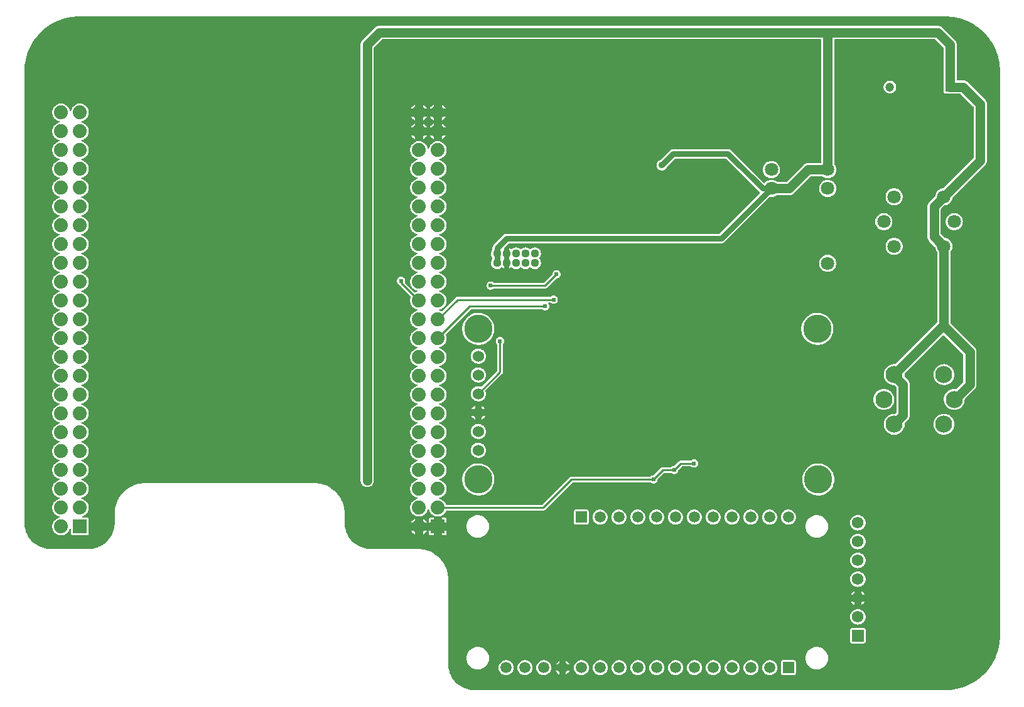
<source format=gbl>
G04 Layer: BottomLayer*
G04 EasyEDA v6.4.25, 2021-11-15T20:25:19--5:00*
G04 f133b9dff01e4a4db271285c1a4d3a4a,c6d70c2b7c21449b8329efc8d1611fca,10*
G04 Gerber Generator version 0.2*
G04 Scale: 100 percent, Rotated: No, Reflected: No *
G04 Dimensions in inches *
G04 leading zeros omitted , absolute positions ,3 integer and 6 decimal *
%FSLAX36Y36*%
%MOIN*%

%ADD10C,0.0100*%
%ADD11C,0.0300*%
%ADD15C,0.0240*%
%ADD16C,0.0360*%
%ADD28C,0.0472*%
%ADD29C,0.0709*%
%ADD31C,0.0620*%
%ADD32C,0.0906*%
%ADD33C,0.0600*%
%ADD34C,0.1500*%
%ADD35C,0.0440*%
%ADD36R,0.0590X0.0590*%
%ADD37C,0.0590*%
%ADD38R,0.0740X0.0740*%
%ADD39C,0.0740*%
%ADD40C,0.0500*%

%LPD*%
G36*
X2500240Y-289800D02*
G01*
X2489880Y-289420D01*
X2479960Y-288340D01*
X2470140Y-286560D01*
X2460480Y-284080D01*
X2451020Y-280920D01*
X2441800Y-277100D01*
X2432880Y-272620D01*
X2424300Y-267520D01*
X2416120Y-261820D01*
X2408360Y-255560D01*
X2401060Y-248740D01*
X2394260Y-241439D01*
X2388000Y-233660D01*
X2382320Y-225460D01*
X2377240Y-216860D01*
X2372780Y-207940D01*
X2368980Y-198720D01*
X2365840Y-189240D01*
X2363380Y-179579D01*
X2361620Y-169760D01*
X2360560Y-159840D01*
X2360200Y-149760D01*
X2360200Y299940D01*
X2359760Y311840D01*
X2358500Y323220D01*
X2356440Y334460D01*
X2353580Y345540D01*
X2349940Y356380D01*
X2345540Y366920D01*
X2340400Y377140D01*
X2334540Y386960D01*
X2327980Y396340D01*
X2320800Y405220D01*
X2312980Y413560D01*
X2304580Y421340D01*
X2295660Y428480D01*
X2286260Y434980D01*
X2276400Y440800D01*
X2266160Y445880D01*
X2255580Y450240D01*
X2244740Y453820D01*
X2233640Y456620D01*
X2222380Y458620D01*
X2211020Y459820D01*
X2199940Y460200D01*
X1950240Y460200D01*
X1939880Y460580D01*
X1929960Y461659D01*
X1920140Y463440D01*
X1910480Y465920D01*
X1901020Y469080D01*
X1891800Y472900D01*
X1882880Y477380D01*
X1874300Y482480D01*
X1866120Y488180D01*
X1858360Y494440D01*
X1851060Y501260D01*
X1844259Y508560D01*
X1838000Y516340D01*
X1832320Y524540D01*
X1827240Y533140D01*
X1822780Y542060D01*
X1818980Y551280D01*
X1815840Y560760D01*
X1813380Y570420D01*
X1811620Y580240D01*
X1810560Y590160D01*
X1810200Y600240D01*
X1810200Y649940D01*
X1809760Y661840D01*
X1808500Y673220D01*
X1806440Y684460D01*
X1803580Y695540D01*
X1799940Y706380D01*
X1795540Y716919D01*
X1790400Y727140D01*
X1784540Y736960D01*
X1777980Y746340D01*
X1770800Y755220D01*
X1762980Y763560D01*
X1754580Y771340D01*
X1745660Y778480D01*
X1736260Y784980D01*
X1726399Y790800D01*
X1716160Y795879D01*
X1705580Y800240D01*
X1694740Y803820D01*
X1683640Y806620D01*
X1672380Y808620D01*
X1661020Y809820D01*
X1649940Y810200D01*
X750060Y810200D01*
X738160Y809760D01*
X726780Y808500D01*
X715540Y806440D01*
X704460Y803580D01*
X693620Y799940D01*
X683080Y795540D01*
X672860Y790400D01*
X663040Y784539D01*
X653660Y777980D01*
X644780Y770800D01*
X636440Y762980D01*
X628660Y754580D01*
X621520Y745660D01*
X615020Y736260D01*
X609200Y726400D01*
X604120Y716160D01*
X599760Y705580D01*
X596180Y694740D01*
X593380Y683640D01*
X591380Y672380D01*
X590180Y661020D01*
X589800Y649940D01*
X589800Y600100D01*
X589420Y589880D01*
X588340Y579960D01*
X586560Y570140D01*
X584080Y560480D01*
X580920Y551020D01*
X577100Y541800D01*
X572620Y532880D01*
X567520Y524300D01*
X561820Y516120D01*
X555560Y508340D01*
X548740Y501060D01*
X541440Y494260D01*
X533660Y488000D01*
X525460Y482320D01*
X516860Y477239D01*
X507939Y472780D01*
X498720Y468980D01*
X489240Y465840D01*
X479580Y463380D01*
X469760Y461620D01*
X459840Y460560D01*
X449760Y460200D01*
X250240Y460200D01*
X239880Y460580D01*
X229960Y461659D01*
X220140Y463440D01*
X210479Y465920D01*
X201020Y469080D01*
X191800Y472900D01*
X182880Y477380D01*
X174300Y482480D01*
X166119Y488180D01*
X158360Y494440D01*
X151060Y501260D01*
X144260Y508560D01*
X138000Y516340D01*
X132320Y524540D01*
X127240Y533140D01*
X122780Y542060D01*
X118980Y551280D01*
X115840Y560760D01*
X113379Y570420D01*
X111620Y580240D01*
X110559Y590160D01*
X110200Y600240D01*
X110200Y2999820D01*
X110580Y3014780D01*
X111700Y3029420D01*
X113560Y3043980D01*
X116160Y3058440D01*
X119480Y3072740D01*
X123520Y3086860D01*
X128280Y3100740D01*
X133740Y3114380D01*
X139860Y3127720D01*
X146660Y3140720D01*
X154120Y3153380D01*
X162200Y3165640D01*
X170900Y3177460D01*
X180180Y3188840D01*
X190020Y3199740D01*
X200420Y3210120D01*
X211320Y3219940D01*
X222700Y3229220D01*
X234540Y3237919D01*
X246800Y3245980D01*
X259460Y3253420D01*
X272460Y3260220D01*
X285820Y3266340D01*
X299440Y3271800D01*
X313340Y3276540D01*
X327460Y3280560D01*
X341760Y3283880D01*
X356220Y3286460D01*
X370780Y3288320D01*
X385420Y3289420D01*
X400180Y3289800D01*
X4999820Y3289800D01*
X5014780Y3289420D01*
X5029420Y3288300D01*
X5043980Y3286440D01*
X5058440Y3283840D01*
X5072740Y3280520D01*
X5086860Y3276480D01*
X5100740Y3271720D01*
X5114380Y3266259D01*
X5127720Y3260140D01*
X5140720Y3253340D01*
X5153380Y3245880D01*
X5165640Y3237799D01*
X5177460Y3229100D01*
X5188840Y3219820D01*
X5199740Y3209980D01*
X5210119Y3199580D01*
X5219940Y3188680D01*
X5229220Y3177300D01*
X5237920Y3165460D01*
X5245980Y3153200D01*
X5253420Y3140539D01*
X5260220Y3127540D01*
X5266340Y3114180D01*
X5271799Y3100560D01*
X5276540Y3086660D01*
X5280560Y3072540D01*
X5283880Y3058240D01*
X5286460Y3043780D01*
X5288320Y3029220D01*
X5289420Y3014580D01*
X5289800Y2999820D01*
X5289800Y180D01*
X5289420Y-14780D01*
X5288300Y-29420D01*
X5286440Y-43980D01*
X5283840Y-58440D01*
X5280520Y-72740D01*
X5276480Y-86860D01*
X5271720Y-100740D01*
X5266260Y-114380D01*
X5260140Y-127720D01*
X5253339Y-140720D01*
X5245880Y-153380D01*
X5237800Y-165640D01*
X5229100Y-177460D01*
X5219820Y-188840D01*
X5209980Y-199740D01*
X5199580Y-210120D01*
X5188680Y-219940D01*
X5177300Y-229220D01*
X5165460Y-237920D01*
X5153200Y-245980D01*
X5140540Y-253420D01*
X5127540Y-260219D01*
X5114180Y-266340D01*
X5100560Y-271800D01*
X5086660Y-276540D01*
X5072540Y-280560D01*
X5058240Y-283880D01*
X5043780Y-286460D01*
X5029220Y-288320D01*
X5014580Y-289420D01*
X4999820Y-289800D01*
G37*

%LPC*%
G36*
X4137700Y-209700D02*
G01*
X4196260Y-209700D01*
X4198740Y-209420D01*
X4200900Y-208660D01*
X4202820Y-207460D01*
X4204440Y-205840D01*
X4205660Y-203920D01*
X4206400Y-201759D01*
X4206680Y-199280D01*
X4206680Y-140720D01*
X4206400Y-138240D01*
X4205660Y-136080D01*
X4204440Y-134160D01*
X4202820Y-132540D01*
X4200900Y-131340D01*
X4198740Y-130580D01*
X4196260Y-130300D01*
X4137700Y-130300D01*
X4135220Y-130580D01*
X4133080Y-131340D01*
X4131139Y-132540D01*
X4129540Y-134160D01*
X4128320Y-136080D01*
X4127559Y-138240D01*
X4127280Y-140720D01*
X4127280Y-199280D01*
X4127559Y-201759D01*
X4128320Y-203920D01*
X4129540Y-205840D01*
X4131139Y-207460D01*
X4133080Y-208660D01*
X4135220Y-209420D01*
G37*
G36*
X3268320Y-209660D02*
G01*
X3273580Y-209140D01*
X3278740Y-207900D01*
X3283700Y-206000D01*
X3288340Y-203460D01*
X3292620Y-200320D01*
X3296420Y-196620D01*
X3299700Y-192460D01*
X3302420Y-187900D01*
X3304480Y-183020D01*
X3305880Y-177900D01*
X3306580Y-172659D01*
X3306580Y-167340D01*
X3305880Y-162100D01*
X3304480Y-156980D01*
X3302420Y-152100D01*
X3299700Y-147540D01*
X3296420Y-143380D01*
X3292620Y-139680D01*
X3288340Y-136540D01*
X3283700Y-134000D01*
X3278740Y-132100D01*
X3273580Y-130860D01*
X3268320Y-130340D01*
X3263020Y-130500D01*
X3257780Y-131400D01*
X3252720Y-132960D01*
X3247919Y-135200D01*
X3243440Y-138040D01*
X3239400Y-141460D01*
X3235840Y-145400D01*
X3232840Y-149780D01*
X3230440Y-154500D01*
X3228700Y-159520D01*
X3227640Y-164700D01*
X3227300Y-170000D01*
X3227640Y-175300D01*
X3228700Y-180479D01*
X3230440Y-185500D01*
X3232840Y-190219D01*
X3235840Y-194600D01*
X3239400Y-198540D01*
X3243440Y-201960D01*
X3247919Y-204800D01*
X3252720Y-207040D01*
X3257780Y-208600D01*
X3263020Y-209500D01*
G37*
G36*
X3068320Y-209660D02*
G01*
X3073580Y-209140D01*
X3078740Y-207900D01*
X3083700Y-206000D01*
X3088340Y-203460D01*
X3092620Y-200320D01*
X3096420Y-196620D01*
X3099700Y-192460D01*
X3102420Y-187900D01*
X3104480Y-183020D01*
X3105880Y-177900D01*
X3106580Y-172659D01*
X3106580Y-167340D01*
X3105880Y-162100D01*
X3104480Y-156980D01*
X3102420Y-152100D01*
X3099700Y-147540D01*
X3096420Y-143380D01*
X3092620Y-139680D01*
X3088340Y-136540D01*
X3083700Y-134000D01*
X3078740Y-132100D01*
X3073580Y-130860D01*
X3068320Y-130340D01*
X3063020Y-130500D01*
X3057780Y-131400D01*
X3052720Y-132960D01*
X3047919Y-135200D01*
X3043440Y-138040D01*
X3039400Y-141460D01*
X3035840Y-145400D01*
X3032840Y-149780D01*
X3030440Y-154500D01*
X3028700Y-159520D01*
X3027640Y-164700D01*
X3027300Y-170000D01*
X3027640Y-175300D01*
X3028700Y-180479D01*
X3030440Y-185500D01*
X3032840Y-190219D01*
X3035840Y-194600D01*
X3039400Y-198540D01*
X3043440Y-201960D01*
X3047919Y-204800D01*
X3052720Y-207040D01*
X3057780Y-208600D01*
X3063020Y-209500D01*
G37*
G36*
X2868320Y-209660D02*
G01*
X2873580Y-209140D01*
X2878740Y-207900D01*
X2883700Y-206000D01*
X2888340Y-203460D01*
X2892620Y-200320D01*
X2896420Y-196620D01*
X2899700Y-192460D01*
X2902420Y-187900D01*
X2904480Y-183020D01*
X2905880Y-177900D01*
X2906580Y-172659D01*
X2906580Y-167340D01*
X2905880Y-162100D01*
X2904480Y-156980D01*
X2902420Y-152100D01*
X2899700Y-147540D01*
X2896420Y-143380D01*
X2892620Y-139680D01*
X2888340Y-136540D01*
X2883700Y-134000D01*
X2878740Y-132100D01*
X2873580Y-130860D01*
X2868320Y-130340D01*
X2863020Y-130500D01*
X2857780Y-131400D01*
X2852720Y-132960D01*
X2847919Y-135200D01*
X2843440Y-138040D01*
X2839400Y-141460D01*
X2835840Y-145400D01*
X2832840Y-149780D01*
X2830440Y-154500D01*
X2828700Y-159520D01*
X2827640Y-164700D01*
X2827300Y-170000D01*
X2827640Y-175300D01*
X2828700Y-180479D01*
X2830440Y-185500D01*
X2832840Y-190219D01*
X2835840Y-194600D01*
X2839400Y-198540D01*
X2843440Y-201960D01*
X2847919Y-204800D01*
X2852720Y-207040D01*
X2857780Y-208600D01*
X2863020Y-209500D01*
G37*
G36*
X3968320Y-209660D02*
G01*
X3973580Y-209140D01*
X3978740Y-207900D01*
X3983700Y-206000D01*
X3988340Y-203460D01*
X3992620Y-200320D01*
X3996420Y-196620D01*
X3999700Y-192460D01*
X4002420Y-187900D01*
X4004480Y-183020D01*
X4005880Y-177900D01*
X4006580Y-172659D01*
X4006580Y-167340D01*
X4005880Y-162100D01*
X4004480Y-156980D01*
X4002420Y-152100D01*
X3999700Y-147540D01*
X3996420Y-143380D01*
X3992620Y-139680D01*
X3988340Y-136540D01*
X3983700Y-134000D01*
X3978740Y-132100D01*
X3973580Y-130860D01*
X3968320Y-130340D01*
X3963020Y-130500D01*
X3957780Y-131400D01*
X3952720Y-132960D01*
X3947919Y-135200D01*
X3943440Y-138040D01*
X3939400Y-141460D01*
X3935840Y-145400D01*
X3932840Y-149780D01*
X3930440Y-154500D01*
X3928700Y-159520D01*
X3927640Y-164700D01*
X3927300Y-170000D01*
X3927640Y-175300D01*
X3928700Y-180479D01*
X3930440Y-185500D01*
X3932840Y-190219D01*
X3935840Y-194600D01*
X3939400Y-198540D01*
X3943440Y-201960D01*
X3947919Y-204800D01*
X3952720Y-207040D01*
X3957780Y-208600D01*
X3963020Y-209500D01*
G37*
G36*
X3868320Y-209660D02*
G01*
X3873580Y-209140D01*
X3878740Y-207900D01*
X3883700Y-206000D01*
X3888340Y-203460D01*
X3892620Y-200320D01*
X3896420Y-196620D01*
X3899700Y-192460D01*
X3902420Y-187900D01*
X3904480Y-183020D01*
X3905880Y-177900D01*
X3906580Y-172659D01*
X3906580Y-167340D01*
X3905880Y-162100D01*
X3904480Y-156980D01*
X3902420Y-152100D01*
X3899700Y-147540D01*
X3896420Y-143380D01*
X3892620Y-139680D01*
X3888340Y-136540D01*
X3883700Y-134000D01*
X3878740Y-132100D01*
X3873580Y-130860D01*
X3868320Y-130340D01*
X3863020Y-130500D01*
X3857780Y-131400D01*
X3852720Y-132960D01*
X3847919Y-135200D01*
X3843440Y-138040D01*
X3839400Y-141460D01*
X3835840Y-145400D01*
X3832840Y-149780D01*
X3830440Y-154500D01*
X3828700Y-159520D01*
X3827640Y-164700D01*
X3827300Y-170000D01*
X3827640Y-175300D01*
X3828700Y-180479D01*
X3830440Y-185500D01*
X3832840Y-190219D01*
X3835840Y-194600D01*
X3839400Y-198540D01*
X3843440Y-201960D01*
X3847919Y-204800D01*
X3852720Y-207040D01*
X3857780Y-208600D01*
X3863020Y-209500D01*
G37*
G36*
X3668320Y-209660D02*
G01*
X3673580Y-209140D01*
X3678740Y-207900D01*
X3683700Y-206000D01*
X3688340Y-203460D01*
X3692620Y-200320D01*
X3696420Y-196620D01*
X3699700Y-192460D01*
X3702420Y-187900D01*
X3704480Y-183020D01*
X3705880Y-177900D01*
X3706580Y-172659D01*
X3706580Y-167340D01*
X3705880Y-162100D01*
X3704480Y-156980D01*
X3702420Y-152100D01*
X3699700Y-147540D01*
X3696420Y-143380D01*
X3692620Y-139680D01*
X3688340Y-136540D01*
X3683700Y-134000D01*
X3678740Y-132100D01*
X3673580Y-130860D01*
X3668320Y-130340D01*
X3663020Y-130500D01*
X3657780Y-131400D01*
X3652720Y-132960D01*
X3647919Y-135200D01*
X3643440Y-138040D01*
X3639400Y-141460D01*
X3635840Y-145400D01*
X3632840Y-149780D01*
X3630440Y-154500D01*
X3628700Y-159520D01*
X3627640Y-164700D01*
X3627300Y-170000D01*
X3627640Y-175300D01*
X3628700Y-180479D01*
X3630440Y-185500D01*
X3632840Y-190219D01*
X3635840Y-194600D01*
X3639400Y-198540D01*
X3643440Y-201960D01*
X3647919Y-204800D01*
X3652720Y-207040D01*
X3657780Y-208600D01*
X3663020Y-209500D01*
G37*
G36*
X3568320Y-209660D02*
G01*
X3573580Y-209140D01*
X3578740Y-207900D01*
X3583700Y-206000D01*
X3588340Y-203460D01*
X3592620Y-200320D01*
X3596420Y-196620D01*
X3599700Y-192460D01*
X3602420Y-187900D01*
X3604480Y-183020D01*
X3605880Y-177900D01*
X3606580Y-172659D01*
X3606580Y-167340D01*
X3605880Y-162100D01*
X3604480Y-156980D01*
X3602420Y-152100D01*
X3599700Y-147540D01*
X3596420Y-143380D01*
X3592620Y-139680D01*
X3588340Y-136540D01*
X3583700Y-134000D01*
X3578740Y-132100D01*
X3573580Y-130860D01*
X3568320Y-130340D01*
X3563020Y-130500D01*
X3557780Y-131400D01*
X3552720Y-132960D01*
X3547919Y-135200D01*
X3543440Y-138040D01*
X3539400Y-141460D01*
X3535840Y-145400D01*
X3532840Y-149780D01*
X3530440Y-154500D01*
X3528700Y-159520D01*
X3527640Y-164700D01*
X3527300Y-170000D01*
X3527640Y-175300D01*
X3528700Y-180479D01*
X3530440Y-185500D01*
X3532840Y-190219D01*
X3535840Y-194600D01*
X3539400Y-198540D01*
X3543440Y-201960D01*
X3547919Y-204800D01*
X3552720Y-207040D01*
X3557780Y-208600D01*
X3563020Y-209500D01*
G37*
G36*
X2768320Y-209660D02*
G01*
X2773580Y-209140D01*
X2778740Y-207900D01*
X2783700Y-206000D01*
X2788340Y-203460D01*
X2792620Y-200320D01*
X2796420Y-196620D01*
X2799700Y-192460D01*
X2802420Y-187900D01*
X2804480Y-183020D01*
X2805880Y-177900D01*
X2806580Y-172659D01*
X2806580Y-167340D01*
X2805880Y-162100D01*
X2804480Y-156980D01*
X2802420Y-152100D01*
X2799700Y-147540D01*
X2796420Y-143380D01*
X2792620Y-139680D01*
X2788340Y-136540D01*
X2783700Y-134000D01*
X2778740Y-132100D01*
X2773580Y-130860D01*
X2768320Y-130340D01*
X2763020Y-130500D01*
X2757780Y-131400D01*
X2752720Y-132960D01*
X2747919Y-135200D01*
X2743440Y-138040D01*
X2739400Y-141460D01*
X2735840Y-145400D01*
X2732840Y-149780D01*
X2730440Y-154500D01*
X2728700Y-159520D01*
X2727640Y-164700D01*
X2727300Y-170000D01*
X2727640Y-175300D01*
X2728700Y-180479D01*
X2730440Y-185500D01*
X2732840Y-190219D01*
X2735840Y-194600D01*
X2739400Y-198540D01*
X2743440Y-201960D01*
X2747919Y-204800D01*
X2752720Y-207040D01*
X2757780Y-208600D01*
X2763020Y-209500D01*
G37*
G36*
X3768320Y-209660D02*
G01*
X3773580Y-209140D01*
X3778740Y-207900D01*
X3783700Y-206000D01*
X3788340Y-203460D01*
X3792620Y-200320D01*
X3796420Y-196620D01*
X3799700Y-192460D01*
X3802420Y-187900D01*
X3804480Y-183020D01*
X3805880Y-177900D01*
X3806580Y-172659D01*
X3806580Y-167340D01*
X3805880Y-162100D01*
X3804480Y-156980D01*
X3802420Y-152100D01*
X3799700Y-147540D01*
X3796420Y-143380D01*
X3792620Y-139680D01*
X3788340Y-136540D01*
X3783700Y-134000D01*
X3778740Y-132100D01*
X3773580Y-130860D01*
X3768320Y-130340D01*
X3763020Y-130500D01*
X3757780Y-131400D01*
X3752720Y-132960D01*
X3747919Y-135200D01*
X3743440Y-138040D01*
X3739400Y-141460D01*
X3735840Y-145400D01*
X3732840Y-149780D01*
X3730440Y-154500D01*
X3728700Y-159520D01*
X3727640Y-164700D01*
X3727300Y-170000D01*
X3727640Y-175300D01*
X3728700Y-180479D01*
X3730440Y-185500D01*
X3732840Y-190219D01*
X3735840Y-194600D01*
X3739400Y-198540D01*
X3743440Y-201960D01*
X3747919Y-204800D01*
X3752720Y-207040D01*
X3757780Y-208600D01*
X3763020Y-209500D01*
G37*
G36*
X4068320Y-209660D02*
G01*
X4073580Y-209140D01*
X4078740Y-207900D01*
X4083700Y-206000D01*
X4088340Y-203460D01*
X4092620Y-200320D01*
X4096420Y-196620D01*
X4099700Y-192460D01*
X4102420Y-187900D01*
X4104480Y-183020D01*
X4105880Y-177900D01*
X4106580Y-172659D01*
X4106580Y-167340D01*
X4105880Y-162100D01*
X4104480Y-156980D01*
X4102420Y-152100D01*
X4099700Y-147540D01*
X4096420Y-143380D01*
X4092620Y-139680D01*
X4088340Y-136540D01*
X4083700Y-134000D01*
X4078740Y-132100D01*
X4073580Y-130860D01*
X4068320Y-130340D01*
X4063020Y-130500D01*
X4057780Y-131400D01*
X4052720Y-132960D01*
X4047919Y-135200D01*
X4043440Y-138040D01*
X4039400Y-141460D01*
X4035840Y-145400D01*
X4032840Y-149780D01*
X4030440Y-154500D01*
X4028700Y-159520D01*
X4027640Y-164700D01*
X4027300Y-170000D01*
X4027640Y-175300D01*
X4028700Y-180479D01*
X4030440Y-185500D01*
X4032840Y-190219D01*
X4035840Y-194600D01*
X4039400Y-198540D01*
X4043440Y-201960D01*
X4047919Y-204800D01*
X4052720Y-207040D01*
X4057780Y-208600D01*
X4063020Y-209500D01*
G37*
G36*
X3168320Y-209660D02*
G01*
X3173580Y-209140D01*
X3178740Y-207900D01*
X3183700Y-206000D01*
X3188340Y-203460D01*
X3192620Y-200320D01*
X3196420Y-196620D01*
X3199700Y-192460D01*
X3202420Y-187900D01*
X3204480Y-183020D01*
X3205880Y-177900D01*
X3206580Y-172659D01*
X3206580Y-167340D01*
X3205880Y-162100D01*
X3204480Y-156980D01*
X3202420Y-152100D01*
X3199700Y-147540D01*
X3196420Y-143380D01*
X3192620Y-139680D01*
X3188340Y-136540D01*
X3183700Y-134000D01*
X3178740Y-132100D01*
X3173580Y-130860D01*
X3168320Y-130340D01*
X3163020Y-130500D01*
X3157780Y-131400D01*
X3152720Y-132960D01*
X3147919Y-135200D01*
X3143440Y-138040D01*
X3139400Y-141460D01*
X3135840Y-145400D01*
X3132840Y-149780D01*
X3130440Y-154500D01*
X3128700Y-159520D01*
X3127640Y-164700D01*
X3127300Y-170000D01*
X3127640Y-175300D01*
X3128700Y-180479D01*
X3130440Y-185500D01*
X3132840Y-190219D01*
X3135840Y-194600D01*
X3139400Y-198540D01*
X3143440Y-201960D01*
X3147919Y-204800D01*
X3152720Y-207040D01*
X3157780Y-208600D01*
X3163020Y-209500D01*
G37*
G36*
X3368320Y-209660D02*
G01*
X3373580Y-209140D01*
X3378740Y-207900D01*
X3383700Y-206000D01*
X3388340Y-203460D01*
X3392620Y-200320D01*
X3396420Y-196620D01*
X3399700Y-192460D01*
X3402420Y-187900D01*
X3404480Y-183020D01*
X3405880Y-177900D01*
X3406580Y-172659D01*
X3406580Y-167340D01*
X3405880Y-162100D01*
X3404480Y-156980D01*
X3402420Y-152100D01*
X3399700Y-147540D01*
X3396420Y-143380D01*
X3392620Y-139680D01*
X3388340Y-136540D01*
X3383700Y-134000D01*
X3378740Y-132100D01*
X3373580Y-130860D01*
X3368320Y-130340D01*
X3363020Y-130500D01*
X3357780Y-131400D01*
X3352720Y-132960D01*
X3347919Y-135200D01*
X3343440Y-138040D01*
X3339400Y-141460D01*
X3335840Y-145400D01*
X3332840Y-149780D01*
X3330440Y-154500D01*
X3328700Y-159520D01*
X3327640Y-164700D01*
X3327300Y-170000D01*
X3327640Y-175300D01*
X3328700Y-180479D01*
X3330440Y-185500D01*
X3332840Y-190219D01*
X3335840Y-194600D01*
X3339400Y-198540D01*
X3343440Y-201960D01*
X3347919Y-204800D01*
X3352720Y-207040D01*
X3357780Y-208600D01*
X3363020Y-209500D01*
G37*
G36*
X3468320Y-209660D02*
G01*
X3473580Y-209140D01*
X3478740Y-207900D01*
X3483700Y-206000D01*
X3488340Y-203460D01*
X3492620Y-200320D01*
X3496420Y-196620D01*
X3499700Y-192460D01*
X3502420Y-187900D01*
X3504480Y-183020D01*
X3505880Y-177900D01*
X3506580Y-172659D01*
X3506580Y-167340D01*
X3505880Y-162100D01*
X3504480Y-156980D01*
X3502420Y-152100D01*
X3499700Y-147540D01*
X3496420Y-143380D01*
X3492620Y-139680D01*
X3488340Y-136540D01*
X3483700Y-134000D01*
X3478740Y-132100D01*
X3473580Y-130860D01*
X3468320Y-130340D01*
X3463020Y-130500D01*
X3457780Y-131400D01*
X3452720Y-132960D01*
X3447919Y-135200D01*
X3443440Y-138040D01*
X3439400Y-141460D01*
X3435840Y-145400D01*
X3432840Y-149780D01*
X3430440Y-154500D01*
X3428700Y-159520D01*
X3427640Y-164700D01*
X3427300Y-170000D01*
X3427640Y-175300D01*
X3428700Y-180479D01*
X3430440Y-185500D01*
X3432840Y-190219D01*
X3435840Y-194600D01*
X3439400Y-198540D01*
X3443440Y-201960D01*
X3447919Y-204800D01*
X3452720Y-207040D01*
X3457780Y-208600D01*
X3463020Y-209500D01*
G37*
G36*
X2668320Y-209660D02*
G01*
X2673580Y-209140D01*
X2678740Y-207900D01*
X2683700Y-206000D01*
X2688340Y-203460D01*
X2692620Y-200320D01*
X2696420Y-196620D01*
X2699700Y-192460D01*
X2702420Y-187900D01*
X2704480Y-183020D01*
X2705880Y-177900D01*
X2706580Y-172659D01*
X2706580Y-167340D01*
X2705880Y-162100D01*
X2704480Y-156980D01*
X2702420Y-152100D01*
X2699700Y-147540D01*
X2696420Y-143380D01*
X2692620Y-139680D01*
X2688340Y-136540D01*
X2683700Y-134000D01*
X2678740Y-132100D01*
X2673580Y-130860D01*
X2668320Y-130340D01*
X2663020Y-130500D01*
X2657780Y-131400D01*
X2652720Y-132960D01*
X2647919Y-135200D01*
X2643440Y-138040D01*
X2639400Y-141460D01*
X2635840Y-145400D01*
X2632840Y-149780D01*
X2630440Y-154500D01*
X2628700Y-159520D01*
X2627640Y-164700D01*
X2627300Y-170000D01*
X2627640Y-175300D01*
X2628700Y-180479D01*
X2630440Y-185500D01*
X2632840Y-190219D01*
X2635840Y-194600D01*
X2639400Y-198540D01*
X2643440Y-201960D01*
X2647919Y-204800D01*
X2652720Y-207040D01*
X2657780Y-208600D01*
X2663020Y-209500D01*
G37*
G36*
X2984240Y-205700D02*
G01*
X2988340Y-203460D01*
X2992620Y-200320D01*
X2996420Y-196620D01*
X2999700Y-192460D01*
X3002420Y-187900D01*
X3002679Y-187260D01*
X2984240Y-187260D01*
G37*
G36*
X2949740Y-205660D02*
G01*
X2949740Y-187260D01*
X2931340Y-187260D01*
X2932840Y-190219D01*
X2935840Y-194600D01*
X2939400Y-198540D01*
X2943440Y-201960D01*
X2947919Y-204800D01*
G37*
G36*
X4318640Y-180180D02*
G01*
X4325260Y-179620D01*
X4331760Y-178359D01*
X4338100Y-176380D01*
X4344160Y-173700D01*
X4349920Y-170400D01*
X4355260Y-166460D01*
X4360140Y-161980D01*
X4364500Y-156980D01*
X4368280Y-151520D01*
X4371420Y-145680D01*
X4373920Y-139540D01*
X4375720Y-133160D01*
X4376820Y-126620D01*
X4377180Y-120000D01*
X4376820Y-113379D01*
X4375720Y-106840D01*
X4373920Y-100460D01*
X4371420Y-94320D01*
X4368280Y-88480D01*
X4364500Y-83020D01*
X4360140Y-78020D01*
X4355260Y-73540D01*
X4349920Y-69600D01*
X4344160Y-66300D01*
X4338100Y-63620D01*
X4331760Y-61640D01*
X4325260Y-60380D01*
X4318640Y-59820D01*
X4312020Y-60020D01*
X4305460Y-60920D01*
X4299020Y-62560D01*
X4292820Y-64880D01*
X4286900Y-67880D01*
X4281340Y-71500D01*
X4276220Y-75720D01*
X4271600Y-80460D01*
X4267520Y-85700D01*
X4264060Y-91359D01*
X4261220Y-97340D01*
X4259060Y-103620D01*
X4257620Y-110100D01*
X4256880Y-116679D01*
X4256880Y-123320D01*
X4257620Y-129900D01*
X4259060Y-136380D01*
X4261220Y-142660D01*
X4264060Y-148640D01*
X4267520Y-154300D01*
X4271600Y-159540D01*
X4276220Y-164280D01*
X4281340Y-168500D01*
X4286900Y-172120D01*
X4292820Y-175120D01*
X4299020Y-177440D01*
X4305460Y-179080D01*
X4312020Y-179980D01*
G37*
G36*
X2518640Y-180180D02*
G01*
X2525260Y-179620D01*
X2531760Y-178359D01*
X2538100Y-176380D01*
X2544160Y-173700D01*
X2549920Y-170400D01*
X2555260Y-166460D01*
X2560140Y-161980D01*
X2564500Y-156980D01*
X2568279Y-151520D01*
X2571420Y-145680D01*
X2573920Y-139540D01*
X2575720Y-133160D01*
X2576820Y-126620D01*
X2577180Y-120000D01*
X2576820Y-113379D01*
X2575720Y-106840D01*
X2573920Y-100460D01*
X2571420Y-94320D01*
X2568279Y-88480D01*
X2564500Y-83020D01*
X2560140Y-78020D01*
X2555260Y-73540D01*
X2549920Y-69600D01*
X2544160Y-66300D01*
X2538100Y-63620D01*
X2531760Y-61640D01*
X2525260Y-60380D01*
X2518640Y-59820D01*
X2512020Y-60020D01*
X2505460Y-60920D01*
X2499020Y-62560D01*
X2492820Y-64880D01*
X2486900Y-67880D01*
X2481340Y-71500D01*
X2476220Y-75720D01*
X2471600Y-80460D01*
X2467520Y-85700D01*
X2464060Y-91359D01*
X2461220Y-97340D01*
X2459060Y-103620D01*
X2457620Y-110100D01*
X2456880Y-116679D01*
X2456880Y-123320D01*
X2457620Y-129900D01*
X2459060Y-136380D01*
X2461220Y-142660D01*
X2464060Y-148640D01*
X2467520Y-154300D01*
X2471600Y-159540D01*
X2476220Y-164280D01*
X2481340Y-168500D01*
X2486900Y-172120D01*
X2492820Y-175120D01*
X2499020Y-177440D01*
X2505460Y-179080D01*
X2512020Y-179980D01*
G37*
G36*
X2931340Y-152760D02*
G01*
X2949740Y-152760D01*
X2949740Y-134340D01*
X2947919Y-135200D01*
X2943440Y-138040D01*
X2939400Y-141460D01*
X2935840Y-145400D01*
X2932840Y-149780D01*
G37*
G36*
X2984240Y-152760D02*
G01*
X3002679Y-152760D01*
X3002420Y-152100D01*
X2999700Y-147540D01*
X2996420Y-143380D01*
X2992620Y-139680D01*
X2988340Y-136540D01*
X2984240Y-134300D01*
G37*
G36*
X4504220Y-41200D02*
G01*
X4565780Y-41200D01*
X4568260Y-40920D01*
X4570420Y-40160D01*
X4572340Y-38960D01*
X4573960Y-37340D01*
X4575160Y-35420D01*
X4575920Y-33260D01*
X4576200Y-30780D01*
X4576200Y30780D01*
X4575920Y33260D01*
X4575160Y35420D01*
X4573960Y37340D01*
X4572340Y38960D01*
X4570420Y40160D01*
X4568260Y40920D01*
X4565780Y41200D01*
X4504220Y41200D01*
X4501740Y40920D01*
X4499580Y40160D01*
X4497660Y38960D01*
X4496040Y37340D01*
X4494840Y35420D01*
X4494080Y33260D01*
X4493800Y30780D01*
X4493800Y-30780D01*
X4494080Y-33260D01*
X4494840Y-35420D01*
X4496040Y-37340D01*
X4497660Y-38960D01*
X4499580Y-40160D01*
X4501740Y-40920D01*
G37*
G36*
X4535000Y58800D02*
G01*
X4540380Y59160D01*
X4545660Y60220D01*
X4550760Y61940D01*
X4555600Y64320D01*
X4560080Y67320D01*
X4564120Y70880D01*
X4567680Y74920D01*
X4570680Y79400D01*
X4573060Y84240D01*
X4574780Y89340D01*
X4575840Y94620D01*
X4576200Y100000D01*
X4575840Y105380D01*
X4574780Y110660D01*
X4573060Y115760D01*
X4570680Y120600D01*
X4567680Y125079D01*
X4564120Y129120D01*
X4560080Y132680D01*
X4555600Y135680D01*
X4550760Y138060D01*
X4545660Y139780D01*
X4540380Y140840D01*
X4535000Y141200D01*
X4529620Y140840D01*
X4524340Y139780D01*
X4519240Y138060D01*
X4514400Y135680D01*
X4509920Y132680D01*
X4505880Y129120D01*
X4502320Y125079D01*
X4499320Y120600D01*
X4496940Y115760D01*
X4495220Y110660D01*
X4494160Y105380D01*
X4493800Y100000D01*
X4494160Y94620D01*
X4495220Y89340D01*
X4496940Y84240D01*
X4499320Y79400D01*
X4502320Y74920D01*
X4505880Y70880D01*
X4509920Y67320D01*
X4514400Y64320D01*
X4519240Y61940D01*
X4524340Y60220D01*
X4529620Y59160D01*
G37*
G36*
X4553000Y163039D02*
G01*
X4555600Y164320D01*
X4560080Y167320D01*
X4564120Y170880D01*
X4567680Y174920D01*
X4570680Y179400D01*
X4571960Y182000D01*
X4553000Y182000D01*
G37*
G36*
X4517000Y163039D02*
G01*
X4517000Y182000D01*
X4498040Y182000D01*
X4499320Y179400D01*
X4502320Y174920D01*
X4505880Y170880D01*
X4509920Y167320D01*
X4514400Y164320D01*
G37*
G36*
X4498040Y218000D02*
G01*
X4517000Y218000D01*
X4517000Y236960D01*
X4514400Y235680D01*
X4509920Y232680D01*
X4505880Y229120D01*
X4502320Y225080D01*
X4499320Y220600D01*
G37*
G36*
X4553000Y218000D02*
G01*
X4571960Y218000D01*
X4570680Y220600D01*
X4567680Y225080D01*
X4564120Y229120D01*
X4560080Y232680D01*
X4555600Y235680D01*
X4553000Y236960D01*
G37*
G36*
X4535000Y258800D02*
G01*
X4540380Y259160D01*
X4545660Y260219D01*
X4550760Y261940D01*
X4555600Y264320D01*
X4560080Y267320D01*
X4564120Y270880D01*
X4567680Y274920D01*
X4570680Y279400D01*
X4573060Y284240D01*
X4574780Y289340D01*
X4575840Y294620D01*
X4576200Y300000D01*
X4575840Y305380D01*
X4574780Y310660D01*
X4573060Y315760D01*
X4570680Y320600D01*
X4567680Y325080D01*
X4564120Y329120D01*
X4560080Y332680D01*
X4555600Y335680D01*
X4550760Y338060D01*
X4545660Y339780D01*
X4540380Y340840D01*
X4535000Y341200D01*
X4529620Y340840D01*
X4524340Y339780D01*
X4519240Y338060D01*
X4514400Y335680D01*
X4509920Y332680D01*
X4505880Y329120D01*
X4502320Y325080D01*
X4499320Y320600D01*
X4496940Y315760D01*
X4495220Y310660D01*
X4494160Y305380D01*
X4493800Y300000D01*
X4494160Y294620D01*
X4495220Y289340D01*
X4496940Y284240D01*
X4499320Y279400D01*
X4502320Y274920D01*
X4505880Y270880D01*
X4509920Y267320D01*
X4514400Y264320D01*
X4519240Y261940D01*
X4524340Y260219D01*
X4529620Y259160D01*
G37*
G36*
X4535000Y358800D02*
G01*
X4540380Y359159D01*
X4545660Y360220D01*
X4550760Y361940D01*
X4555600Y364320D01*
X4560080Y367320D01*
X4564120Y370880D01*
X4567680Y374920D01*
X4570680Y379400D01*
X4573060Y384240D01*
X4574780Y389340D01*
X4575840Y394620D01*
X4576200Y400000D01*
X4575840Y405379D01*
X4574780Y410660D01*
X4573060Y415760D01*
X4570680Y420600D01*
X4567680Y425080D01*
X4564120Y429120D01*
X4560080Y432680D01*
X4555600Y435680D01*
X4550760Y438060D01*
X4545660Y439780D01*
X4540380Y440840D01*
X4535000Y441200D01*
X4529620Y440840D01*
X4524340Y439780D01*
X4519240Y438060D01*
X4514400Y435680D01*
X4509920Y432680D01*
X4505880Y429120D01*
X4502320Y425080D01*
X4499320Y420600D01*
X4496940Y415760D01*
X4495220Y410660D01*
X4494160Y405379D01*
X4493800Y400000D01*
X4494160Y394620D01*
X4495220Y389340D01*
X4496940Y384240D01*
X4499320Y379400D01*
X4502320Y374920D01*
X4505880Y370880D01*
X4509920Y367320D01*
X4514400Y364320D01*
X4519240Y361940D01*
X4524340Y360220D01*
X4529620Y359159D01*
G37*
G36*
X4535000Y458800D02*
G01*
X4540380Y459159D01*
X4545660Y460220D01*
X4550760Y461940D01*
X4555600Y464320D01*
X4560080Y467320D01*
X4564120Y470880D01*
X4567680Y474920D01*
X4570680Y479400D01*
X4573060Y484240D01*
X4574780Y489340D01*
X4575840Y494620D01*
X4576200Y500000D01*
X4575840Y505379D01*
X4574780Y510660D01*
X4573060Y515760D01*
X4570680Y520600D01*
X4567680Y525080D01*
X4564120Y529120D01*
X4560080Y532680D01*
X4555600Y535680D01*
X4550760Y538060D01*
X4545660Y539780D01*
X4540380Y540840D01*
X4535000Y541200D01*
X4529620Y540840D01*
X4524340Y539780D01*
X4519240Y538060D01*
X4514400Y535680D01*
X4509920Y532680D01*
X4505880Y529120D01*
X4502320Y525080D01*
X4499320Y520600D01*
X4496940Y515760D01*
X4495220Y510660D01*
X4494160Y505379D01*
X4493800Y500000D01*
X4494160Y494620D01*
X4495220Y489340D01*
X4496940Y484240D01*
X4499320Y479400D01*
X4502320Y474920D01*
X4505880Y470880D01*
X4509920Y467320D01*
X4514400Y464320D01*
X4519240Y461940D01*
X4524340Y460220D01*
X4529620Y459159D01*
G37*
G36*
X4318640Y519820D02*
G01*
X4325260Y520379D01*
X4331760Y521640D01*
X4338100Y523620D01*
X4344160Y526300D01*
X4349920Y529600D01*
X4355260Y533540D01*
X4360140Y538020D01*
X4364500Y543020D01*
X4368280Y548480D01*
X4371420Y554320D01*
X4373920Y560460D01*
X4375720Y566840D01*
X4376820Y573380D01*
X4377180Y580000D01*
X4376820Y586620D01*
X4375720Y593160D01*
X4373920Y599540D01*
X4371420Y605680D01*
X4368280Y611520D01*
X4364500Y616980D01*
X4360140Y621980D01*
X4355260Y626460D01*
X4349920Y630400D01*
X4344160Y633700D01*
X4338100Y636380D01*
X4331760Y638360D01*
X4325260Y639620D01*
X4318640Y640180D01*
X4312020Y639980D01*
X4305460Y639080D01*
X4299020Y637440D01*
X4292820Y635120D01*
X4286900Y632120D01*
X4281340Y628500D01*
X4276220Y624280D01*
X4271600Y619540D01*
X4267520Y614300D01*
X4264060Y608640D01*
X4261220Y602660D01*
X4259060Y596380D01*
X4257620Y589900D01*
X4256880Y583320D01*
X4256880Y576680D01*
X4257620Y570100D01*
X4259060Y563620D01*
X4261220Y557340D01*
X4264060Y551360D01*
X4267520Y545700D01*
X4271600Y540460D01*
X4276220Y535720D01*
X4281340Y531500D01*
X4286900Y527880D01*
X4292820Y524880D01*
X4299020Y522560D01*
X4305460Y520920D01*
X4312020Y520020D01*
G37*
G36*
X2518640Y519820D02*
G01*
X2525260Y520379D01*
X2531760Y521640D01*
X2538100Y523620D01*
X2544160Y526300D01*
X2549920Y529600D01*
X2555260Y533540D01*
X2560140Y538020D01*
X2564500Y543020D01*
X2568279Y548480D01*
X2571420Y554320D01*
X2573920Y560460D01*
X2575720Y566840D01*
X2576820Y573380D01*
X2577180Y580000D01*
X2576820Y586620D01*
X2575720Y593160D01*
X2573920Y599540D01*
X2571420Y605680D01*
X2568279Y611520D01*
X2564500Y616980D01*
X2560140Y621980D01*
X2555260Y626460D01*
X2549920Y630400D01*
X2544160Y633700D01*
X2538100Y636380D01*
X2531760Y638360D01*
X2525260Y639620D01*
X2518640Y640180D01*
X2512020Y639980D01*
X2505460Y639080D01*
X2499020Y637440D01*
X2492820Y635120D01*
X2486900Y632120D01*
X2481340Y628500D01*
X2476220Y624280D01*
X2471600Y619540D01*
X2467520Y614300D01*
X2464060Y608640D01*
X2461220Y602660D01*
X2459060Y596380D01*
X2457620Y589900D01*
X2456880Y583320D01*
X2456880Y576680D01*
X2457620Y570100D01*
X2459060Y563620D01*
X2461220Y557340D01*
X2464060Y551360D01*
X2467520Y545700D01*
X2471600Y540460D01*
X2476220Y535720D01*
X2481340Y531500D01*
X2486900Y527880D01*
X2492820Y524880D01*
X2499020Y522560D01*
X2505460Y520920D01*
X2512020Y520020D01*
G37*
G36*
X2268220Y532800D02*
G01*
X2284000Y532800D01*
X2284000Y559000D01*
X2257800Y559000D01*
X2257800Y543220D01*
X2258080Y540740D01*
X2258840Y538580D01*
X2260040Y536660D01*
X2261660Y535040D01*
X2263580Y533840D01*
X2265740Y533080D01*
G37*
G36*
X2326000Y532800D02*
G01*
X2341780Y532800D01*
X2344260Y533080D01*
X2346420Y533840D01*
X2348340Y535040D01*
X2349960Y536660D01*
X2351160Y538580D01*
X2351920Y540740D01*
X2352200Y543220D01*
X2352200Y559000D01*
X2326000Y559000D01*
G37*
G36*
X368220Y532800D02*
G01*
X441780Y532800D01*
X444260Y533080D01*
X446420Y533840D01*
X448340Y535040D01*
X449960Y536660D01*
X451160Y538580D01*
X451920Y540740D01*
X452200Y543220D01*
X452200Y616780D01*
X451920Y619260D01*
X451160Y621420D01*
X449960Y623340D01*
X448340Y624960D01*
X446420Y626160D01*
X444260Y626920D01*
X441780Y627200D01*
X420480Y627200D01*
X418940Y627500D01*
X417640Y628400D01*
X416780Y629700D01*
X416480Y631260D01*
X416820Y632800D01*
X417720Y634080D01*
X419040Y634940D01*
X424720Y637120D01*
X429840Y639880D01*
X434580Y643240D01*
X438880Y647140D01*
X442660Y651560D01*
X445860Y656400D01*
X448459Y661600D01*
X450400Y667080D01*
X451640Y672760D01*
X452180Y678540D01*
X452000Y684360D01*
X451100Y690100D01*
X449500Y695680D01*
X447239Y701040D01*
X444340Y706060D01*
X440840Y710699D01*
X436800Y714880D01*
X432260Y718520D01*
X427320Y721580D01*
X422040Y724000D01*
X416520Y725759D01*
X414940Y726060D01*
X413519Y726620D01*
X412400Y727700D01*
X411780Y729100D01*
X411740Y730639D01*
X412260Y732080D01*
X413320Y733220D01*
X414700Y733880D01*
X419300Y735020D01*
X424720Y737120D01*
X429840Y739880D01*
X434580Y743240D01*
X438880Y747140D01*
X442660Y751560D01*
X445860Y756400D01*
X448459Y761600D01*
X450400Y767080D01*
X451640Y772760D01*
X452180Y778540D01*
X452000Y784360D01*
X451100Y790100D01*
X449500Y795680D01*
X447239Y801040D01*
X444340Y806060D01*
X440840Y810699D01*
X436800Y814880D01*
X432260Y818520D01*
X427320Y821580D01*
X422040Y824000D01*
X416520Y825759D01*
X414940Y826060D01*
X413519Y826620D01*
X412400Y827700D01*
X411780Y829100D01*
X411740Y830639D01*
X412260Y832080D01*
X413320Y833220D01*
X414700Y833880D01*
X419300Y835020D01*
X424720Y837120D01*
X429840Y839880D01*
X434580Y843240D01*
X438880Y847140D01*
X442660Y851560D01*
X445860Y856400D01*
X448459Y861600D01*
X450400Y867080D01*
X451640Y872760D01*
X452180Y878540D01*
X452000Y884360D01*
X451100Y890100D01*
X449500Y895680D01*
X447239Y901040D01*
X444340Y906060D01*
X440840Y910699D01*
X436800Y914880D01*
X432260Y918520D01*
X427320Y921580D01*
X422040Y924000D01*
X416520Y925759D01*
X414940Y926060D01*
X413519Y926620D01*
X412400Y927700D01*
X411780Y929100D01*
X411740Y930639D01*
X412260Y932080D01*
X413320Y933220D01*
X414700Y933880D01*
X419300Y935020D01*
X424720Y937120D01*
X429840Y939880D01*
X434580Y943240D01*
X438880Y947140D01*
X442660Y951560D01*
X445860Y956400D01*
X448459Y961600D01*
X450400Y967080D01*
X451640Y972760D01*
X452180Y978540D01*
X452000Y984360D01*
X451100Y990100D01*
X449500Y995680D01*
X447239Y1001040D01*
X444340Y1006060D01*
X440840Y1010699D01*
X436800Y1014880D01*
X432260Y1018520D01*
X427320Y1021580D01*
X422040Y1024000D01*
X416520Y1025759D01*
X414940Y1026060D01*
X413519Y1026620D01*
X412400Y1027700D01*
X411780Y1029100D01*
X411740Y1030639D01*
X412260Y1032080D01*
X413320Y1033220D01*
X414700Y1033880D01*
X419300Y1035020D01*
X424720Y1037120D01*
X429840Y1039880D01*
X434580Y1043240D01*
X438880Y1047140D01*
X442660Y1051560D01*
X445860Y1056400D01*
X448459Y1061600D01*
X450400Y1067080D01*
X451640Y1072760D01*
X452180Y1078540D01*
X452000Y1084360D01*
X451100Y1090100D01*
X449500Y1095680D01*
X447239Y1101040D01*
X444340Y1106060D01*
X440840Y1110700D01*
X436800Y1114880D01*
X432260Y1118520D01*
X427320Y1121580D01*
X422040Y1124000D01*
X416520Y1125760D01*
X414940Y1126060D01*
X413519Y1126620D01*
X412400Y1127700D01*
X411780Y1129100D01*
X411740Y1130640D01*
X412260Y1132080D01*
X413320Y1133220D01*
X414700Y1133880D01*
X419300Y1135020D01*
X424720Y1137120D01*
X429840Y1139880D01*
X434580Y1143240D01*
X438880Y1147140D01*
X442660Y1151560D01*
X445860Y1156400D01*
X448459Y1161600D01*
X450400Y1167080D01*
X451640Y1172760D01*
X452180Y1178540D01*
X452000Y1184360D01*
X451100Y1190100D01*
X449500Y1195680D01*
X447239Y1201040D01*
X444340Y1206060D01*
X440840Y1210700D01*
X436800Y1214880D01*
X432260Y1218520D01*
X427320Y1221580D01*
X422040Y1224000D01*
X416520Y1225760D01*
X414940Y1226060D01*
X413519Y1226620D01*
X412400Y1227700D01*
X411780Y1229100D01*
X411740Y1230640D01*
X412260Y1232080D01*
X413320Y1233220D01*
X414700Y1233880D01*
X419300Y1235020D01*
X424720Y1237120D01*
X429840Y1239880D01*
X434580Y1243240D01*
X438880Y1247140D01*
X442660Y1251560D01*
X445860Y1256400D01*
X448459Y1261600D01*
X450400Y1267080D01*
X451640Y1272760D01*
X452180Y1278540D01*
X452000Y1284360D01*
X451100Y1290100D01*
X449500Y1295680D01*
X447239Y1301040D01*
X444340Y1306060D01*
X440840Y1310700D01*
X436800Y1314880D01*
X432260Y1318520D01*
X427320Y1321579D01*
X422040Y1324000D01*
X416520Y1325760D01*
X414940Y1326060D01*
X413519Y1326620D01*
X412400Y1327700D01*
X411780Y1329100D01*
X411740Y1330640D01*
X412260Y1332080D01*
X413320Y1333220D01*
X414700Y1333880D01*
X419300Y1335020D01*
X424720Y1337120D01*
X429840Y1339880D01*
X434580Y1343240D01*
X438880Y1347140D01*
X442660Y1351560D01*
X445860Y1356399D01*
X448459Y1361600D01*
X450400Y1367080D01*
X451640Y1372760D01*
X452180Y1378540D01*
X452000Y1384360D01*
X451100Y1390100D01*
X449500Y1395680D01*
X447239Y1401040D01*
X444340Y1406060D01*
X440840Y1410700D01*
X436800Y1414880D01*
X432260Y1418520D01*
X427320Y1421579D01*
X422040Y1424000D01*
X416520Y1425760D01*
X414940Y1426060D01*
X413519Y1426620D01*
X412400Y1427700D01*
X411780Y1429100D01*
X411740Y1430640D01*
X412260Y1432080D01*
X413320Y1433220D01*
X414700Y1433880D01*
X419300Y1435020D01*
X424720Y1437120D01*
X429840Y1439880D01*
X434580Y1443240D01*
X438880Y1447140D01*
X442660Y1451560D01*
X445860Y1456399D01*
X448459Y1461600D01*
X450400Y1467080D01*
X451640Y1472760D01*
X452180Y1478540D01*
X452000Y1484360D01*
X451100Y1490100D01*
X449500Y1495680D01*
X447239Y1501040D01*
X444340Y1506060D01*
X440840Y1510700D01*
X436800Y1514880D01*
X432260Y1518520D01*
X427320Y1521579D01*
X422040Y1524000D01*
X416520Y1525760D01*
X414940Y1526060D01*
X413519Y1526620D01*
X412400Y1527700D01*
X411780Y1529100D01*
X411740Y1530640D01*
X412260Y1532080D01*
X413320Y1533220D01*
X414700Y1533880D01*
X419300Y1535020D01*
X424720Y1537120D01*
X429840Y1539880D01*
X434580Y1543240D01*
X438880Y1547140D01*
X442660Y1551560D01*
X445860Y1556399D01*
X448459Y1561600D01*
X450400Y1567080D01*
X451640Y1572760D01*
X452180Y1578540D01*
X452000Y1584360D01*
X451100Y1590100D01*
X449500Y1595680D01*
X447239Y1601040D01*
X444340Y1606060D01*
X440840Y1610700D01*
X436800Y1614880D01*
X432260Y1618520D01*
X427320Y1621579D01*
X422040Y1624000D01*
X416520Y1625760D01*
X414940Y1626060D01*
X413519Y1626620D01*
X412400Y1627700D01*
X411780Y1629100D01*
X411740Y1630640D01*
X412260Y1632080D01*
X413320Y1633220D01*
X414700Y1633880D01*
X419300Y1635020D01*
X424720Y1637120D01*
X429840Y1639880D01*
X434580Y1643240D01*
X438880Y1647140D01*
X442660Y1651560D01*
X445860Y1656399D01*
X448459Y1661600D01*
X450400Y1667080D01*
X451640Y1672760D01*
X452180Y1678540D01*
X452000Y1684360D01*
X451100Y1690100D01*
X449500Y1695680D01*
X447239Y1701040D01*
X444340Y1706060D01*
X440840Y1710700D01*
X436800Y1714880D01*
X432260Y1718520D01*
X427320Y1721579D01*
X422040Y1724000D01*
X416520Y1725760D01*
X414940Y1726060D01*
X413519Y1726620D01*
X412400Y1727700D01*
X411780Y1729100D01*
X411740Y1730640D01*
X412260Y1732080D01*
X413320Y1733220D01*
X414700Y1733880D01*
X419300Y1735020D01*
X424720Y1737120D01*
X429840Y1739880D01*
X434580Y1743240D01*
X438880Y1747140D01*
X442660Y1751560D01*
X445860Y1756399D01*
X448459Y1761600D01*
X450400Y1767080D01*
X451640Y1772760D01*
X452180Y1778540D01*
X452000Y1784360D01*
X451100Y1790100D01*
X449500Y1795680D01*
X447239Y1801040D01*
X444340Y1806060D01*
X440840Y1810700D01*
X436800Y1814880D01*
X432260Y1818520D01*
X427320Y1821579D01*
X422040Y1824000D01*
X416520Y1825760D01*
X414940Y1826060D01*
X413519Y1826620D01*
X412400Y1827700D01*
X411780Y1829100D01*
X411740Y1830640D01*
X412260Y1832080D01*
X413320Y1833220D01*
X414700Y1833880D01*
X419300Y1835020D01*
X424720Y1837120D01*
X429840Y1839880D01*
X434580Y1843240D01*
X438880Y1847140D01*
X442660Y1851560D01*
X445860Y1856399D01*
X448459Y1861600D01*
X450400Y1867080D01*
X451640Y1872760D01*
X452180Y1878540D01*
X452000Y1884360D01*
X451100Y1890100D01*
X449500Y1895680D01*
X447239Y1901040D01*
X444340Y1906060D01*
X440840Y1910700D01*
X436800Y1914880D01*
X432260Y1918520D01*
X427320Y1921579D01*
X422040Y1924000D01*
X416520Y1925760D01*
X414940Y1926060D01*
X413519Y1926620D01*
X412400Y1927700D01*
X411780Y1929100D01*
X411740Y1930640D01*
X412260Y1932080D01*
X413320Y1933220D01*
X414700Y1933880D01*
X419300Y1935020D01*
X424720Y1937120D01*
X429840Y1939880D01*
X434580Y1943240D01*
X438880Y1947140D01*
X442660Y1951560D01*
X445860Y1956399D01*
X448459Y1961600D01*
X450400Y1967080D01*
X451640Y1972760D01*
X452180Y1978540D01*
X452000Y1984360D01*
X451100Y1990100D01*
X449500Y1995680D01*
X447239Y2001040D01*
X444340Y2006060D01*
X440840Y2010700D01*
X436800Y2014880D01*
X432260Y2018520D01*
X427320Y2021579D01*
X422040Y2024000D01*
X416520Y2025760D01*
X414940Y2026060D01*
X413519Y2026620D01*
X412400Y2027700D01*
X411780Y2029100D01*
X411740Y2030640D01*
X412260Y2032080D01*
X413320Y2033220D01*
X414700Y2033880D01*
X419300Y2035020D01*
X424720Y2037120D01*
X429840Y2039880D01*
X434580Y2043240D01*
X438880Y2047140D01*
X442660Y2051560D01*
X445860Y2056399D01*
X448459Y2061600D01*
X450400Y2067080D01*
X451640Y2072760D01*
X452180Y2078540D01*
X452000Y2084360D01*
X451100Y2090100D01*
X449500Y2095680D01*
X447239Y2101040D01*
X444340Y2106060D01*
X440840Y2110700D01*
X436800Y2114880D01*
X432260Y2118520D01*
X427320Y2121580D01*
X422040Y2124000D01*
X416520Y2125760D01*
X414940Y2126060D01*
X413519Y2126620D01*
X412400Y2127700D01*
X411780Y2129100D01*
X411740Y2130640D01*
X412260Y2132080D01*
X413320Y2133220D01*
X414700Y2133880D01*
X419300Y2135020D01*
X424720Y2137120D01*
X429840Y2139880D01*
X434580Y2143240D01*
X438880Y2147140D01*
X442660Y2151560D01*
X445860Y2156400D01*
X448459Y2161600D01*
X450400Y2167080D01*
X451640Y2172760D01*
X452180Y2178540D01*
X452000Y2184360D01*
X451100Y2190100D01*
X449500Y2195680D01*
X447239Y2201040D01*
X444340Y2206060D01*
X440840Y2210700D01*
X436800Y2214880D01*
X432260Y2218520D01*
X427320Y2221580D01*
X422040Y2224000D01*
X416520Y2225760D01*
X414940Y2226060D01*
X413519Y2226620D01*
X412400Y2227700D01*
X411780Y2229100D01*
X411740Y2230640D01*
X412260Y2232080D01*
X413320Y2233220D01*
X414700Y2233880D01*
X419300Y2235020D01*
X424720Y2237120D01*
X429840Y2239880D01*
X434580Y2243240D01*
X438880Y2247140D01*
X442660Y2251560D01*
X445860Y2256400D01*
X448459Y2261600D01*
X450400Y2267080D01*
X451640Y2272760D01*
X452180Y2278540D01*
X452000Y2284360D01*
X451100Y2290100D01*
X449500Y2295680D01*
X447239Y2301040D01*
X444340Y2306060D01*
X440840Y2310700D01*
X436800Y2314880D01*
X432260Y2318520D01*
X427320Y2321580D01*
X422040Y2324000D01*
X416520Y2325760D01*
X414940Y2326060D01*
X413519Y2326620D01*
X412400Y2327700D01*
X411780Y2329100D01*
X411740Y2330640D01*
X412260Y2332080D01*
X413320Y2333220D01*
X414700Y2333880D01*
X419300Y2335020D01*
X424720Y2337120D01*
X429840Y2339880D01*
X434580Y2343240D01*
X438880Y2347140D01*
X442660Y2351560D01*
X445860Y2356400D01*
X448459Y2361600D01*
X450400Y2367080D01*
X451640Y2372760D01*
X452180Y2378540D01*
X452000Y2384360D01*
X451100Y2390100D01*
X449500Y2395680D01*
X447239Y2401040D01*
X444340Y2406060D01*
X440840Y2410700D01*
X436800Y2414880D01*
X432260Y2418520D01*
X427320Y2421580D01*
X422040Y2424000D01*
X416520Y2425760D01*
X414940Y2426060D01*
X413519Y2426620D01*
X412400Y2427700D01*
X411780Y2429100D01*
X411740Y2430640D01*
X412260Y2432080D01*
X413320Y2433220D01*
X414700Y2433880D01*
X419300Y2435020D01*
X424720Y2437120D01*
X429840Y2439880D01*
X434580Y2443240D01*
X438880Y2447140D01*
X442660Y2451560D01*
X445860Y2456400D01*
X448459Y2461600D01*
X450400Y2467080D01*
X451640Y2472760D01*
X452180Y2478540D01*
X452000Y2484360D01*
X451100Y2490100D01*
X449500Y2495680D01*
X447239Y2501040D01*
X444340Y2506060D01*
X440840Y2510700D01*
X436800Y2514880D01*
X432260Y2518520D01*
X427320Y2521580D01*
X422040Y2524000D01*
X416520Y2525760D01*
X414940Y2526060D01*
X413519Y2526620D01*
X412400Y2527700D01*
X411780Y2529100D01*
X411740Y2530640D01*
X412260Y2532080D01*
X413320Y2533220D01*
X414700Y2533880D01*
X419300Y2535020D01*
X424720Y2537120D01*
X429840Y2539880D01*
X434580Y2543240D01*
X438880Y2547140D01*
X442660Y2551560D01*
X445860Y2556400D01*
X448459Y2561600D01*
X450400Y2567080D01*
X451640Y2572760D01*
X452180Y2578540D01*
X452000Y2584360D01*
X451100Y2590100D01*
X449500Y2595680D01*
X447239Y2601040D01*
X444340Y2606060D01*
X440840Y2610700D01*
X436800Y2614880D01*
X432260Y2618519D01*
X427320Y2621580D01*
X422040Y2624000D01*
X416520Y2625760D01*
X414940Y2626060D01*
X413519Y2626620D01*
X412400Y2627700D01*
X411780Y2629100D01*
X411740Y2630640D01*
X412260Y2632080D01*
X413320Y2633220D01*
X414700Y2633880D01*
X419300Y2635020D01*
X424720Y2637120D01*
X429840Y2639880D01*
X434580Y2643240D01*
X438880Y2647140D01*
X442660Y2651560D01*
X445860Y2656400D01*
X448459Y2661600D01*
X450400Y2667080D01*
X451640Y2672760D01*
X452180Y2678540D01*
X452000Y2684360D01*
X451100Y2690100D01*
X449500Y2695680D01*
X447239Y2701040D01*
X444340Y2706060D01*
X440840Y2710700D01*
X436800Y2714880D01*
X432260Y2718519D01*
X427320Y2721580D01*
X422040Y2724000D01*
X416520Y2725760D01*
X414940Y2726060D01*
X413519Y2726620D01*
X412400Y2727700D01*
X411780Y2729100D01*
X411740Y2730640D01*
X412260Y2732080D01*
X413320Y2733220D01*
X414700Y2733880D01*
X419300Y2735020D01*
X424720Y2737120D01*
X429840Y2739880D01*
X434580Y2743240D01*
X438880Y2747140D01*
X442660Y2751560D01*
X445860Y2756400D01*
X448459Y2761600D01*
X450400Y2767080D01*
X451640Y2772760D01*
X452180Y2778540D01*
X452000Y2784360D01*
X451100Y2790100D01*
X449500Y2795680D01*
X447239Y2801040D01*
X444340Y2806060D01*
X440840Y2810700D01*
X436800Y2814880D01*
X432260Y2818519D01*
X427320Y2821580D01*
X422040Y2824000D01*
X416520Y2825760D01*
X410800Y2826840D01*
X405000Y2827200D01*
X399200Y2826840D01*
X393480Y2825760D01*
X387960Y2824000D01*
X382680Y2821580D01*
X377740Y2818519D01*
X373200Y2814880D01*
X369159Y2810700D01*
X365660Y2806060D01*
X362760Y2801040D01*
X360500Y2795680D01*
X358840Y2789920D01*
X358040Y2788399D01*
X356680Y2787380D01*
X355000Y2787000D01*
X353320Y2787380D01*
X351960Y2788399D01*
X351160Y2789920D01*
X349500Y2795680D01*
X347239Y2801040D01*
X344340Y2806060D01*
X340840Y2810700D01*
X336800Y2814880D01*
X332260Y2818519D01*
X327320Y2821580D01*
X322040Y2824000D01*
X316520Y2825760D01*
X310800Y2826840D01*
X305000Y2827200D01*
X299200Y2826840D01*
X293480Y2825760D01*
X287960Y2824000D01*
X282680Y2821580D01*
X277740Y2818519D01*
X273200Y2814880D01*
X269160Y2810700D01*
X265660Y2806060D01*
X262760Y2801040D01*
X260500Y2795680D01*
X258900Y2790100D01*
X258000Y2784360D01*
X257840Y2778540D01*
X258359Y2772760D01*
X259600Y2767080D01*
X261540Y2761600D01*
X264140Y2756400D01*
X267340Y2751560D01*
X271120Y2747140D01*
X275420Y2743240D01*
X280160Y2739880D01*
X285280Y2737120D01*
X290700Y2735020D01*
X295300Y2733880D01*
X296680Y2733220D01*
X297740Y2732080D01*
X298260Y2730640D01*
X298220Y2729100D01*
X297600Y2727700D01*
X296480Y2726620D01*
X295060Y2726060D01*
X293480Y2725760D01*
X287960Y2724000D01*
X282680Y2721580D01*
X277740Y2718519D01*
X273200Y2714880D01*
X269160Y2710700D01*
X265660Y2706060D01*
X262760Y2701040D01*
X260500Y2695680D01*
X258900Y2690100D01*
X258000Y2684360D01*
X257840Y2678540D01*
X258359Y2672760D01*
X259600Y2667080D01*
X261540Y2661600D01*
X264140Y2656400D01*
X267340Y2651560D01*
X271120Y2647140D01*
X275420Y2643240D01*
X280160Y2639880D01*
X285280Y2637120D01*
X290700Y2635020D01*
X295300Y2633880D01*
X296680Y2633220D01*
X297740Y2632080D01*
X298260Y2630640D01*
X298220Y2629100D01*
X297600Y2627700D01*
X296480Y2626620D01*
X295060Y2626060D01*
X293480Y2625760D01*
X287960Y2624000D01*
X282680Y2621580D01*
X277740Y2618519D01*
X273200Y2614880D01*
X269160Y2610700D01*
X265660Y2606060D01*
X262760Y2601040D01*
X260500Y2595680D01*
X258900Y2590100D01*
X258000Y2584360D01*
X257840Y2578540D01*
X258359Y2572760D01*
X259600Y2567080D01*
X261540Y2561600D01*
X264140Y2556400D01*
X267340Y2551560D01*
X271120Y2547140D01*
X275420Y2543240D01*
X280160Y2539880D01*
X285280Y2537120D01*
X290700Y2535020D01*
X295300Y2533880D01*
X296680Y2533220D01*
X297740Y2532080D01*
X298260Y2530640D01*
X298220Y2529100D01*
X297600Y2527700D01*
X296480Y2526620D01*
X295060Y2526060D01*
X293480Y2525760D01*
X287960Y2524000D01*
X282680Y2521580D01*
X277740Y2518520D01*
X273200Y2514880D01*
X269160Y2510700D01*
X265660Y2506060D01*
X262760Y2501040D01*
X260500Y2495680D01*
X258900Y2490100D01*
X258000Y2484360D01*
X257840Y2478540D01*
X258359Y2472760D01*
X259600Y2467080D01*
X261540Y2461600D01*
X264140Y2456400D01*
X267340Y2451560D01*
X271120Y2447140D01*
X275420Y2443240D01*
X280160Y2439880D01*
X285280Y2437120D01*
X290700Y2435020D01*
X295300Y2433880D01*
X296680Y2433220D01*
X297740Y2432080D01*
X298260Y2430640D01*
X298220Y2429100D01*
X297600Y2427700D01*
X296480Y2426620D01*
X295060Y2426060D01*
X293480Y2425760D01*
X287960Y2424000D01*
X282680Y2421580D01*
X277740Y2418520D01*
X273200Y2414880D01*
X269160Y2410700D01*
X265660Y2406060D01*
X262760Y2401040D01*
X260500Y2395680D01*
X258900Y2390100D01*
X258000Y2384360D01*
X257840Y2378540D01*
X258359Y2372760D01*
X259600Y2367080D01*
X261540Y2361600D01*
X264140Y2356400D01*
X267340Y2351560D01*
X271120Y2347140D01*
X275420Y2343240D01*
X280160Y2339880D01*
X285280Y2337120D01*
X290700Y2335020D01*
X295300Y2333880D01*
X296680Y2333220D01*
X297740Y2332080D01*
X298260Y2330640D01*
X298220Y2329100D01*
X297600Y2327700D01*
X296480Y2326620D01*
X295060Y2326060D01*
X293480Y2325760D01*
X287960Y2324000D01*
X282680Y2321580D01*
X277740Y2318520D01*
X273200Y2314880D01*
X269160Y2310700D01*
X265660Y2306060D01*
X262760Y2301040D01*
X260500Y2295680D01*
X258900Y2290100D01*
X258000Y2284360D01*
X257840Y2278540D01*
X258359Y2272760D01*
X259600Y2267080D01*
X261540Y2261600D01*
X264140Y2256400D01*
X267340Y2251560D01*
X271120Y2247140D01*
X275420Y2243240D01*
X280160Y2239880D01*
X285280Y2237120D01*
X290700Y2235020D01*
X295300Y2233880D01*
X296680Y2233220D01*
X297740Y2232080D01*
X298260Y2230640D01*
X298220Y2229100D01*
X297600Y2227700D01*
X296480Y2226620D01*
X295060Y2226060D01*
X293480Y2225760D01*
X287960Y2224000D01*
X282680Y2221580D01*
X277740Y2218520D01*
X273200Y2214880D01*
X269160Y2210700D01*
X265660Y2206060D01*
X262760Y2201040D01*
X260500Y2195680D01*
X258900Y2190100D01*
X258000Y2184360D01*
X257840Y2178540D01*
X258359Y2172760D01*
X259600Y2167080D01*
X261540Y2161600D01*
X264140Y2156400D01*
X267340Y2151560D01*
X271120Y2147140D01*
X275420Y2143240D01*
X280160Y2139880D01*
X285280Y2137120D01*
X290700Y2135020D01*
X295300Y2133880D01*
X296680Y2133220D01*
X297740Y2132080D01*
X298260Y2130640D01*
X298220Y2129100D01*
X297600Y2127700D01*
X296480Y2126620D01*
X295060Y2126060D01*
X293480Y2125760D01*
X287960Y2124000D01*
X282680Y2121580D01*
X277740Y2118520D01*
X273200Y2114880D01*
X269160Y2110700D01*
X265660Y2106060D01*
X262760Y2101040D01*
X260500Y2095680D01*
X258900Y2090100D01*
X258000Y2084360D01*
X257840Y2078540D01*
X258359Y2072760D01*
X259600Y2067080D01*
X261540Y2061600D01*
X264140Y2056399D01*
X267340Y2051560D01*
X271120Y2047140D01*
X275420Y2043240D01*
X280160Y2039880D01*
X285280Y2037120D01*
X290700Y2035020D01*
X295300Y2033880D01*
X296680Y2033220D01*
X297740Y2032080D01*
X298260Y2030640D01*
X298220Y2029100D01*
X297600Y2027700D01*
X296480Y2026620D01*
X295060Y2026060D01*
X293480Y2025760D01*
X287960Y2024000D01*
X282680Y2021579D01*
X277740Y2018520D01*
X273200Y2014880D01*
X269160Y2010700D01*
X265660Y2006060D01*
X262760Y2001040D01*
X260500Y1995680D01*
X258900Y1990100D01*
X258000Y1984360D01*
X257840Y1978540D01*
X258359Y1972760D01*
X259600Y1967080D01*
X261540Y1961600D01*
X264140Y1956399D01*
X267340Y1951560D01*
X271120Y1947140D01*
X275420Y1943240D01*
X280160Y1939880D01*
X285280Y1937120D01*
X290700Y1935020D01*
X295300Y1933880D01*
X296680Y1933220D01*
X297740Y1932080D01*
X298260Y1930640D01*
X298220Y1929100D01*
X297600Y1927700D01*
X296480Y1926620D01*
X295060Y1926060D01*
X293480Y1925760D01*
X287960Y1924000D01*
X282680Y1921579D01*
X277740Y1918520D01*
X273200Y1914880D01*
X269160Y1910700D01*
X265660Y1906060D01*
X262760Y1901040D01*
X260500Y1895680D01*
X258900Y1890100D01*
X258000Y1884360D01*
X257840Y1878540D01*
X258359Y1872760D01*
X259600Y1867080D01*
X261540Y1861600D01*
X264140Y1856399D01*
X267340Y1851560D01*
X271120Y1847140D01*
X275420Y1843240D01*
X280160Y1839880D01*
X285280Y1837120D01*
X290700Y1835020D01*
X295300Y1833880D01*
X296680Y1833220D01*
X297740Y1832080D01*
X298260Y1830640D01*
X298220Y1829100D01*
X297600Y1827700D01*
X296480Y1826620D01*
X295060Y1826060D01*
X293480Y1825760D01*
X287960Y1824000D01*
X282680Y1821579D01*
X277740Y1818520D01*
X273200Y1814880D01*
X269160Y1810700D01*
X265660Y1806060D01*
X262760Y1801040D01*
X260500Y1795680D01*
X258900Y1790100D01*
X258000Y1784360D01*
X257840Y1778540D01*
X258359Y1772760D01*
X259600Y1767080D01*
X261540Y1761600D01*
X264140Y1756399D01*
X267340Y1751560D01*
X271120Y1747140D01*
X275420Y1743240D01*
X280160Y1739880D01*
X285280Y1737120D01*
X290700Y1735020D01*
X295300Y1733880D01*
X296680Y1733220D01*
X297740Y1732080D01*
X298260Y1730640D01*
X298220Y1729100D01*
X297600Y1727700D01*
X296480Y1726620D01*
X295060Y1726060D01*
X293480Y1725760D01*
X287960Y1724000D01*
X282680Y1721579D01*
X277740Y1718520D01*
X273200Y1714880D01*
X269160Y1710700D01*
X265660Y1706060D01*
X262760Y1701040D01*
X260500Y1695680D01*
X258900Y1690100D01*
X258000Y1684360D01*
X257840Y1678540D01*
X258359Y1672760D01*
X259600Y1667080D01*
X261540Y1661600D01*
X264140Y1656399D01*
X267340Y1651560D01*
X271120Y1647140D01*
X275420Y1643240D01*
X280160Y1639880D01*
X285280Y1637120D01*
X290700Y1635020D01*
X295300Y1633880D01*
X296680Y1633220D01*
X297740Y1632080D01*
X298260Y1630640D01*
X298220Y1629100D01*
X297600Y1627700D01*
X296480Y1626620D01*
X295060Y1626060D01*
X293480Y1625760D01*
X287960Y1624000D01*
X282680Y1621579D01*
X277740Y1618520D01*
X273200Y1614880D01*
X269160Y1610700D01*
X265660Y1606060D01*
X262760Y1601040D01*
X260500Y1595680D01*
X258900Y1590100D01*
X258000Y1584360D01*
X257840Y1578540D01*
X258359Y1572760D01*
X259600Y1567080D01*
X261540Y1561600D01*
X264140Y1556399D01*
X267340Y1551560D01*
X271120Y1547140D01*
X275420Y1543240D01*
X280160Y1539880D01*
X285280Y1537120D01*
X290700Y1535020D01*
X295300Y1533880D01*
X296680Y1533220D01*
X297740Y1532080D01*
X298260Y1530640D01*
X298220Y1529100D01*
X297600Y1527700D01*
X296480Y1526620D01*
X295060Y1526060D01*
X293480Y1525760D01*
X287960Y1524000D01*
X282680Y1521579D01*
X277740Y1518520D01*
X273200Y1514880D01*
X269160Y1510700D01*
X265660Y1506060D01*
X262760Y1501040D01*
X260500Y1495680D01*
X258900Y1490100D01*
X258000Y1484360D01*
X257840Y1478540D01*
X258359Y1472760D01*
X259600Y1467080D01*
X261540Y1461600D01*
X264140Y1456399D01*
X267340Y1451560D01*
X271120Y1447140D01*
X275420Y1443240D01*
X280160Y1439880D01*
X285280Y1437120D01*
X290700Y1435020D01*
X295300Y1433880D01*
X296680Y1433220D01*
X297740Y1432080D01*
X298260Y1430640D01*
X298220Y1429100D01*
X297600Y1427700D01*
X296480Y1426620D01*
X295060Y1426060D01*
X293480Y1425760D01*
X287960Y1424000D01*
X282680Y1421579D01*
X277740Y1418520D01*
X273200Y1414880D01*
X269160Y1410700D01*
X265660Y1406060D01*
X262760Y1401040D01*
X260500Y1395680D01*
X258900Y1390100D01*
X258000Y1384360D01*
X257840Y1378540D01*
X258359Y1372760D01*
X259600Y1367080D01*
X261540Y1361600D01*
X264140Y1356399D01*
X267340Y1351560D01*
X271120Y1347140D01*
X275420Y1343240D01*
X280160Y1339880D01*
X285280Y1337120D01*
X290700Y1335020D01*
X295300Y1333880D01*
X296680Y1333220D01*
X297740Y1332080D01*
X298260Y1330640D01*
X298220Y1329100D01*
X297600Y1327700D01*
X296480Y1326620D01*
X295060Y1326060D01*
X293480Y1325760D01*
X287960Y1324000D01*
X282680Y1321579D01*
X277740Y1318520D01*
X273200Y1314880D01*
X269160Y1310700D01*
X265660Y1306060D01*
X262760Y1301040D01*
X260500Y1295680D01*
X258900Y1290100D01*
X258000Y1284360D01*
X257840Y1278540D01*
X258359Y1272760D01*
X259600Y1267080D01*
X261540Y1261600D01*
X264140Y1256400D01*
X267340Y1251560D01*
X271120Y1247140D01*
X275420Y1243240D01*
X280160Y1239880D01*
X285280Y1237120D01*
X290700Y1235020D01*
X295300Y1233880D01*
X296680Y1233220D01*
X297740Y1232080D01*
X298260Y1230640D01*
X298220Y1229100D01*
X297600Y1227700D01*
X296480Y1226620D01*
X295060Y1226060D01*
X293480Y1225760D01*
X287960Y1224000D01*
X282680Y1221580D01*
X277740Y1218520D01*
X273200Y1214880D01*
X269160Y1210700D01*
X265660Y1206060D01*
X262760Y1201040D01*
X260500Y1195680D01*
X258900Y1190100D01*
X258000Y1184360D01*
X257840Y1178540D01*
X258359Y1172760D01*
X259600Y1167080D01*
X261540Y1161600D01*
X264140Y1156400D01*
X267340Y1151560D01*
X271120Y1147140D01*
X275420Y1143240D01*
X280160Y1139880D01*
X285280Y1137120D01*
X290700Y1135020D01*
X295300Y1133880D01*
X296680Y1133220D01*
X297740Y1132080D01*
X298260Y1130640D01*
X298220Y1129100D01*
X297600Y1127700D01*
X296480Y1126620D01*
X295060Y1126060D01*
X293480Y1125760D01*
X287960Y1124000D01*
X282680Y1121580D01*
X277740Y1118520D01*
X273200Y1114880D01*
X269160Y1110700D01*
X265660Y1106060D01*
X262760Y1101040D01*
X260500Y1095680D01*
X258900Y1090100D01*
X258000Y1084360D01*
X257840Y1078540D01*
X258359Y1072760D01*
X259600Y1067080D01*
X261540Y1061600D01*
X264140Y1056400D01*
X267340Y1051560D01*
X271120Y1047140D01*
X275420Y1043240D01*
X280160Y1039880D01*
X285280Y1037120D01*
X290700Y1035020D01*
X295300Y1033880D01*
X296680Y1033220D01*
X297740Y1032080D01*
X298260Y1030639D01*
X298220Y1029100D01*
X297600Y1027700D01*
X296480Y1026620D01*
X295060Y1026060D01*
X293480Y1025759D01*
X287960Y1024000D01*
X282680Y1021580D01*
X277740Y1018520D01*
X273200Y1014880D01*
X269160Y1010699D01*
X265660Y1006060D01*
X262760Y1001040D01*
X260500Y995680D01*
X258900Y990100D01*
X258000Y984360D01*
X257840Y978540D01*
X258359Y972760D01*
X259600Y967080D01*
X261540Y961600D01*
X264140Y956400D01*
X267340Y951560D01*
X271120Y947140D01*
X275420Y943240D01*
X280160Y939880D01*
X285280Y937120D01*
X290700Y935020D01*
X295300Y933880D01*
X296680Y933220D01*
X297740Y932080D01*
X298260Y930639D01*
X298220Y929100D01*
X297600Y927700D01*
X296480Y926620D01*
X295060Y926060D01*
X293480Y925759D01*
X287960Y924000D01*
X282680Y921580D01*
X277740Y918520D01*
X273200Y914880D01*
X269160Y910699D01*
X265660Y906060D01*
X262760Y901040D01*
X260500Y895680D01*
X258900Y890100D01*
X258000Y884360D01*
X257840Y878540D01*
X258359Y872760D01*
X259600Y867080D01*
X261540Y861600D01*
X264140Y856400D01*
X267340Y851560D01*
X271120Y847140D01*
X275420Y843240D01*
X280160Y839880D01*
X285280Y837120D01*
X290700Y835020D01*
X295300Y833880D01*
X296680Y833220D01*
X297740Y832080D01*
X298260Y830639D01*
X298220Y829100D01*
X297600Y827700D01*
X296480Y826620D01*
X295060Y826060D01*
X293480Y825759D01*
X287960Y824000D01*
X282680Y821580D01*
X277740Y818520D01*
X273200Y814880D01*
X269160Y810699D01*
X265660Y806060D01*
X262760Y801040D01*
X260500Y795680D01*
X258900Y790100D01*
X258000Y784360D01*
X257840Y778540D01*
X258359Y772760D01*
X259600Y767080D01*
X261540Y761600D01*
X264140Y756400D01*
X267340Y751560D01*
X271120Y747140D01*
X275420Y743240D01*
X280160Y739880D01*
X285280Y737120D01*
X290700Y735020D01*
X295300Y733880D01*
X296680Y733220D01*
X297740Y732080D01*
X298260Y730639D01*
X298220Y729100D01*
X297600Y727700D01*
X296480Y726620D01*
X295060Y726060D01*
X293480Y725759D01*
X287960Y724000D01*
X282680Y721580D01*
X277740Y718520D01*
X273200Y714880D01*
X269160Y710699D01*
X265660Y706060D01*
X262760Y701040D01*
X260500Y695680D01*
X258900Y690100D01*
X258000Y684360D01*
X257840Y678540D01*
X258359Y672760D01*
X259600Y667080D01*
X261540Y661600D01*
X264140Y656400D01*
X267340Y651560D01*
X271120Y647140D01*
X275420Y643240D01*
X280160Y639880D01*
X285280Y637120D01*
X290700Y635020D01*
X295300Y633880D01*
X296680Y633220D01*
X297740Y632080D01*
X298260Y630640D01*
X298220Y629100D01*
X297600Y627700D01*
X296480Y626620D01*
X295060Y626060D01*
X293480Y625760D01*
X287960Y624000D01*
X282680Y621580D01*
X277740Y618520D01*
X273200Y614880D01*
X269160Y610700D01*
X265660Y606060D01*
X262760Y601040D01*
X260500Y595680D01*
X258900Y590100D01*
X258000Y584360D01*
X257840Y578540D01*
X258359Y572760D01*
X259600Y567080D01*
X261540Y561600D01*
X264140Y556400D01*
X267340Y551560D01*
X271120Y547140D01*
X275420Y543240D01*
X280160Y539880D01*
X285280Y537120D01*
X290700Y535020D01*
X296320Y533620D01*
X302100Y532900D01*
X307900Y532900D01*
X313680Y533620D01*
X319300Y535020D01*
X324720Y537120D01*
X329840Y539880D01*
X334580Y543240D01*
X338880Y547140D01*
X342660Y551560D01*
X345860Y556400D01*
X348459Y561600D01*
X350020Y566060D01*
X350840Y567420D01*
X352120Y568360D01*
X353680Y568720D01*
X355240Y568460D01*
X356580Y567600D01*
X357480Y566280D01*
X357800Y564720D01*
X357800Y543220D01*
X358080Y540740D01*
X358840Y538580D01*
X360040Y536660D01*
X361659Y535040D01*
X363579Y533840D01*
X365740Y533080D01*
G37*
G36*
X2184000Y537820D02*
G01*
X2184000Y559000D01*
X2162840Y559000D01*
X2164140Y556400D01*
X2167340Y551560D01*
X2171120Y547140D01*
X2175420Y543240D01*
X2180160Y539880D01*
G37*
G36*
X2226000Y537820D02*
G01*
X2229840Y539880D01*
X2234580Y543240D01*
X2238880Y547140D01*
X2242660Y551560D01*
X2245860Y556400D01*
X2247160Y559000D01*
X2226000Y559000D01*
G37*
G36*
X4535000Y558800D02*
G01*
X4540380Y559160D01*
X4545660Y560220D01*
X4550760Y561940D01*
X4555600Y564320D01*
X4560080Y567320D01*
X4564120Y570880D01*
X4567680Y574920D01*
X4570680Y579400D01*
X4573060Y584240D01*
X4574780Y589340D01*
X4575840Y594620D01*
X4576200Y600000D01*
X4575840Y605380D01*
X4574780Y610660D01*
X4573060Y615760D01*
X4570680Y620600D01*
X4567680Y625080D01*
X4564120Y629120D01*
X4560080Y632680D01*
X4555600Y635680D01*
X4550760Y638060D01*
X4545660Y639780D01*
X4540380Y640840D01*
X4535000Y641200D01*
X4529620Y640840D01*
X4524340Y639780D01*
X4519240Y638060D01*
X4514400Y635680D01*
X4509920Y632680D01*
X4505880Y629120D01*
X4502320Y625080D01*
X4499320Y620600D01*
X4496940Y615760D01*
X4495220Y610660D01*
X4494160Y605380D01*
X4493800Y600000D01*
X4494160Y594620D01*
X4495220Y589340D01*
X4496940Y584240D01*
X4499320Y579400D01*
X4502320Y574920D01*
X4505880Y570880D01*
X4509920Y567320D01*
X4514400Y564320D01*
X4519240Y561940D01*
X4524340Y560220D01*
X4529620Y559160D01*
G37*
G36*
X3037700Y590300D02*
G01*
X3096259Y590300D01*
X3098740Y590580D01*
X3100899Y591340D01*
X3102820Y592540D01*
X3104440Y594160D01*
X3105659Y596080D01*
X3106400Y598240D01*
X3106680Y600720D01*
X3106680Y659280D01*
X3106400Y661760D01*
X3105659Y663920D01*
X3104440Y665840D01*
X3102820Y667460D01*
X3100899Y668660D01*
X3098740Y669419D01*
X3096259Y669700D01*
X3037700Y669700D01*
X3035220Y669419D01*
X3033080Y668660D01*
X3031139Y667460D01*
X3029540Y665840D01*
X3028320Y663920D01*
X3027559Y661760D01*
X3027280Y659280D01*
X3027280Y600720D01*
X3027559Y598240D01*
X3028320Y596080D01*
X3029540Y594160D01*
X3031139Y592540D01*
X3033080Y591340D01*
X3035220Y590580D01*
G37*
G36*
X3465659Y590340D02*
G01*
X3470960Y590500D01*
X3476180Y591400D01*
X3481259Y592960D01*
X3486060Y595200D01*
X3490520Y598040D01*
X3494580Y601460D01*
X3498140Y605400D01*
X3501139Y609780D01*
X3503519Y614500D01*
X3505260Y619520D01*
X3506320Y624700D01*
X3506680Y630000D01*
X3506320Y635300D01*
X3505260Y640480D01*
X3503519Y645500D01*
X3501139Y650220D01*
X3498140Y654599D01*
X3494580Y658540D01*
X3490520Y661960D01*
X3486060Y664800D01*
X3481259Y667039D01*
X3476180Y668600D01*
X3470960Y669500D01*
X3465659Y669659D01*
X3460380Y669140D01*
X3455220Y667900D01*
X3450280Y666000D01*
X3445620Y663460D01*
X3441360Y660320D01*
X3437540Y656620D01*
X3434260Y652460D01*
X3431560Y647900D01*
X3429500Y643020D01*
X3428080Y637900D01*
X3427380Y632660D01*
X3427380Y627340D01*
X3428080Y622100D01*
X3429500Y616980D01*
X3431560Y612100D01*
X3434260Y607540D01*
X3437540Y603380D01*
X3441360Y599680D01*
X3445620Y596540D01*
X3450280Y594000D01*
X3455220Y592100D01*
X3460380Y590860D01*
G37*
G36*
X3565659Y590340D02*
G01*
X3570960Y590500D01*
X3576180Y591400D01*
X3581259Y592960D01*
X3586060Y595200D01*
X3590520Y598040D01*
X3594580Y601460D01*
X3598140Y605400D01*
X3601139Y609780D01*
X3603519Y614500D01*
X3605260Y619520D01*
X3606320Y624700D01*
X3606680Y630000D01*
X3606320Y635300D01*
X3605260Y640480D01*
X3603519Y645500D01*
X3601139Y650220D01*
X3598140Y654599D01*
X3594580Y658540D01*
X3590520Y661960D01*
X3586060Y664800D01*
X3581259Y667039D01*
X3576180Y668600D01*
X3570960Y669500D01*
X3565659Y669659D01*
X3560380Y669140D01*
X3555220Y667900D01*
X3550280Y666000D01*
X3545620Y663460D01*
X3541360Y660320D01*
X3537540Y656620D01*
X3534260Y652460D01*
X3531560Y647900D01*
X3529500Y643020D01*
X3528080Y637900D01*
X3527380Y632660D01*
X3527380Y627340D01*
X3528080Y622100D01*
X3529500Y616980D01*
X3531560Y612100D01*
X3534260Y607540D01*
X3537540Y603380D01*
X3541360Y599680D01*
X3545620Y596540D01*
X3550280Y594000D01*
X3555220Y592100D01*
X3560380Y590860D01*
G37*
G36*
X3365659Y590340D02*
G01*
X3370960Y590500D01*
X3376180Y591400D01*
X3381259Y592960D01*
X3386060Y595200D01*
X3390520Y598040D01*
X3394580Y601460D01*
X3398140Y605400D01*
X3401139Y609780D01*
X3403519Y614500D01*
X3405260Y619520D01*
X3406320Y624700D01*
X3406680Y630000D01*
X3406320Y635300D01*
X3405260Y640480D01*
X3403519Y645500D01*
X3401139Y650220D01*
X3398140Y654599D01*
X3394580Y658540D01*
X3390520Y661960D01*
X3386060Y664800D01*
X3381259Y667039D01*
X3376180Y668600D01*
X3370960Y669500D01*
X3365659Y669659D01*
X3360380Y669140D01*
X3355220Y667900D01*
X3350280Y666000D01*
X3345620Y663460D01*
X3341360Y660320D01*
X3337540Y656620D01*
X3334260Y652460D01*
X3331560Y647900D01*
X3329500Y643020D01*
X3328080Y637900D01*
X3327380Y632660D01*
X3327380Y627340D01*
X3328080Y622100D01*
X3329500Y616980D01*
X3331560Y612100D01*
X3334260Y607540D01*
X3337540Y603380D01*
X3341360Y599680D01*
X3345620Y596540D01*
X3350280Y594000D01*
X3355220Y592100D01*
X3360380Y590860D01*
G37*
G36*
X3665659Y590340D02*
G01*
X3670960Y590500D01*
X3676180Y591400D01*
X3681259Y592960D01*
X3686060Y595200D01*
X3690520Y598040D01*
X3694580Y601460D01*
X3698140Y605400D01*
X3701139Y609780D01*
X3703519Y614500D01*
X3705260Y619520D01*
X3706320Y624700D01*
X3706680Y630000D01*
X3706320Y635300D01*
X3705260Y640480D01*
X3703519Y645500D01*
X3701139Y650220D01*
X3698140Y654599D01*
X3694580Y658540D01*
X3690520Y661960D01*
X3686060Y664800D01*
X3681259Y667039D01*
X3676180Y668600D01*
X3670960Y669500D01*
X3665659Y669659D01*
X3660380Y669140D01*
X3655220Y667900D01*
X3650280Y666000D01*
X3645620Y663460D01*
X3641360Y660320D01*
X3637540Y656620D01*
X3634260Y652460D01*
X3631560Y647900D01*
X3629500Y643020D01*
X3628080Y637900D01*
X3627380Y632660D01*
X3627380Y627340D01*
X3628080Y622100D01*
X3629500Y616980D01*
X3631560Y612100D01*
X3634260Y607540D01*
X3637540Y603380D01*
X3641360Y599680D01*
X3645620Y596540D01*
X3650280Y594000D01*
X3655220Y592100D01*
X3660380Y590860D01*
G37*
G36*
X3965659Y590340D02*
G01*
X3970960Y590500D01*
X3976180Y591400D01*
X3981259Y592960D01*
X3986060Y595200D01*
X3990520Y598040D01*
X3994580Y601460D01*
X3998140Y605400D01*
X4001139Y609780D01*
X4003519Y614500D01*
X4005260Y619520D01*
X4006320Y624700D01*
X4006680Y630000D01*
X4006320Y635300D01*
X4005260Y640480D01*
X4003519Y645500D01*
X4001139Y650220D01*
X3998140Y654599D01*
X3994580Y658540D01*
X3990520Y661960D01*
X3986060Y664800D01*
X3981259Y667039D01*
X3976180Y668600D01*
X3970960Y669500D01*
X3965659Y669659D01*
X3960380Y669140D01*
X3955220Y667900D01*
X3950280Y666000D01*
X3945620Y663460D01*
X3941360Y660320D01*
X3937540Y656620D01*
X3934260Y652460D01*
X3931560Y647900D01*
X3929500Y643020D01*
X3928080Y637900D01*
X3927380Y632660D01*
X3927380Y627340D01*
X3928080Y622100D01*
X3929500Y616980D01*
X3931560Y612100D01*
X3934260Y607540D01*
X3937540Y603380D01*
X3941360Y599680D01*
X3945620Y596540D01*
X3950280Y594000D01*
X3955220Y592100D01*
X3960380Y590860D01*
G37*
G36*
X3265659Y590340D02*
G01*
X3270960Y590500D01*
X3276180Y591400D01*
X3281259Y592960D01*
X3286060Y595200D01*
X3290520Y598040D01*
X3294580Y601460D01*
X3298140Y605400D01*
X3301139Y609780D01*
X3303519Y614500D01*
X3305260Y619520D01*
X3306320Y624700D01*
X3306680Y630000D01*
X3306320Y635300D01*
X3305260Y640480D01*
X3303519Y645500D01*
X3301139Y650220D01*
X3298140Y654599D01*
X3294580Y658540D01*
X3290520Y661960D01*
X3286060Y664800D01*
X3281259Y667039D01*
X3276180Y668600D01*
X3270960Y669500D01*
X3265659Y669659D01*
X3260380Y669140D01*
X3255220Y667900D01*
X3250280Y666000D01*
X3245620Y663460D01*
X3241360Y660320D01*
X3237540Y656620D01*
X3234260Y652460D01*
X3231560Y647900D01*
X3229500Y643020D01*
X3228080Y637900D01*
X3227380Y632660D01*
X3227380Y627340D01*
X3228080Y622100D01*
X3229500Y616980D01*
X3231560Y612100D01*
X3234260Y607540D01*
X3237540Y603380D01*
X3241360Y599680D01*
X3245620Y596540D01*
X3250280Y594000D01*
X3255220Y592100D01*
X3260380Y590860D01*
G37*
G36*
X3865659Y590340D02*
G01*
X3870960Y590500D01*
X3876180Y591400D01*
X3881259Y592960D01*
X3886060Y595200D01*
X3890520Y598040D01*
X3894580Y601460D01*
X3898140Y605400D01*
X3901139Y609780D01*
X3903519Y614500D01*
X3905260Y619520D01*
X3906320Y624700D01*
X3906680Y630000D01*
X3906320Y635300D01*
X3905260Y640480D01*
X3903519Y645500D01*
X3901139Y650220D01*
X3898140Y654599D01*
X3894580Y658540D01*
X3890520Y661960D01*
X3886060Y664800D01*
X3881259Y667039D01*
X3876180Y668600D01*
X3870960Y669500D01*
X3865659Y669659D01*
X3860380Y669140D01*
X3855220Y667900D01*
X3850280Y666000D01*
X3845620Y663460D01*
X3841360Y660320D01*
X3837540Y656620D01*
X3834260Y652460D01*
X3831560Y647900D01*
X3829500Y643020D01*
X3828080Y637900D01*
X3827380Y632660D01*
X3827380Y627340D01*
X3828080Y622100D01*
X3829500Y616980D01*
X3831560Y612100D01*
X3834260Y607540D01*
X3837540Y603380D01*
X3841360Y599680D01*
X3845620Y596540D01*
X3850280Y594000D01*
X3855220Y592100D01*
X3860380Y590860D01*
G37*
G36*
X3765659Y590340D02*
G01*
X3770960Y590500D01*
X3776180Y591400D01*
X3781259Y592960D01*
X3786060Y595200D01*
X3790520Y598040D01*
X3794580Y601460D01*
X3798140Y605400D01*
X3801139Y609780D01*
X3803519Y614500D01*
X3805260Y619520D01*
X3806320Y624700D01*
X3806680Y630000D01*
X3806320Y635300D01*
X3805260Y640480D01*
X3803519Y645500D01*
X3801139Y650220D01*
X3798140Y654599D01*
X3794580Y658540D01*
X3790520Y661960D01*
X3786060Y664800D01*
X3781259Y667039D01*
X3776180Y668600D01*
X3770960Y669500D01*
X3765659Y669659D01*
X3760380Y669140D01*
X3755220Y667900D01*
X3750280Y666000D01*
X3745620Y663460D01*
X3741360Y660320D01*
X3737540Y656620D01*
X3734260Y652460D01*
X3731560Y647900D01*
X3729500Y643020D01*
X3728080Y637900D01*
X3727380Y632660D01*
X3727380Y627340D01*
X3728080Y622100D01*
X3729500Y616980D01*
X3731560Y612100D01*
X3734260Y607540D01*
X3737540Y603380D01*
X3741360Y599680D01*
X3745620Y596540D01*
X3750280Y594000D01*
X3755220Y592100D01*
X3760380Y590860D01*
G37*
G36*
X3165659Y590340D02*
G01*
X3170960Y590500D01*
X3176180Y591400D01*
X3181259Y592960D01*
X3186060Y595200D01*
X3190520Y598040D01*
X3194580Y601460D01*
X3198140Y605400D01*
X3201139Y609780D01*
X3203519Y614500D01*
X3205260Y619520D01*
X3206320Y624700D01*
X3206680Y630000D01*
X3206320Y635300D01*
X3205260Y640480D01*
X3203519Y645500D01*
X3201139Y650220D01*
X3198140Y654599D01*
X3194580Y658540D01*
X3190520Y661960D01*
X3186060Y664800D01*
X3181259Y667039D01*
X3176180Y668600D01*
X3170960Y669500D01*
X3165659Y669659D01*
X3160380Y669140D01*
X3155220Y667900D01*
X3150280Y666000D01*
X3145620Y663460D01*
X3141360Y660320D01*
X3137540Y656620D01*
X3134260Y652460D01*
X3131560Y647900D01*
X3129500Y643020D01*
X3128080Y637900D01*
X3127380Y632660D01*
X3127380Y627340D01*
X3128080Y622100D01*
X3129500Y616980D01*
X3131560Y612100D01*
X3134260Y607540D01*
X3137540Y603380D01*
X3141360Y599680D01*
X3145620Y596540D01*
X3150280Y594000D01*
X3155220Y592100D01*
X3160380Y590860D01*
G37*
G36*
X4165659Y590340D02*
G01*
X4170960Y590500D01*
X4176180Y591400D01*
X4181259Y592960D01*
X4186060Y595200D01*
X4190520Y598040D01*
X4194580Y601460D01*
X4198140Y605400D01*
X4201140Y609780D01*
X4203520Y614500D01*
X4205260Y619520D01*
X4206320Y624700D01*
X4206680Y630000D01*
X4206320Y635300D01*
X4205260Y640480D01*
X4203520Y645500D01*
X4201140Y650220D01*
X4198140Y654599D01*
X4194580Y658540D01*
X4190520Y661960D01*
X4186060Y664800D01*
X4181259Y667039D01*
X4176180Y668600D01*
X4170960Y669500D01*
X4165659Y669659D01*
X4160380Y669140D01*
X4155220Y667900D01*
X4150280Y666000D01*
X4145620Y663460D01*
X4141360Y660320D01*
X4137540Y656620D01*
X4134260Y652460D01*
X4131560Y647900D01*
X4129500Y643020D01*
X4128080Y637900D01*
X4127380Y632660D01*
X4127380Y627340D01*
X4128080Y622100D01*
X4129500Y616980D01*
X4131560Y612100D01*
X4134260Y607540D01*
X4137540Y603380D01*
X4141360Y599680D01*
X4145620Y596540D01*
X4150280Y594000D01*
X4155220Y592100D01*
X4160380Y590860D01*
G37*
G36*
X4065659Y590340D02*
G01*
X4070960Y590500D01*
X4076180Y591400D01*
X4081259Y592960D01*
X4086060Y595200D01*
X4090520Y598040D01*
X4094580Y601460D01*
X4098140Y605400D01*
X4101139Y609780D01*
X4103519Y614500D01*
X4105260Y619520D01*
X4106320Y624700D01*
X4106680Y630000D01*
X4106320Y635300D01*
X4105260Y640480D01*
X4103519Y645500D01*
X4101139Y650220D01*
X4098140Y654599D01*
X4094580Y658540D01*
X4090520Y661960D01*
X4086060Y664800D01*
X4081259Y667039D01*
X4076180Y668600D01*
X4070960Y669500D01*
X4065659Y669659D01*
X4060380Y669140D01*
X4055220Y667900D01*
X4050280Y666000D01*
X4045620Y663460D01*
X4041360Y660320D01*
X4037540Y656620D01*
X4034260Y652460D01*
X4031560Y647900D01*
X4029500Y643020D01*
X4028080Y637900D01*
X4027380Y632660D01*
X4027380Y627340D01*
X4028080Y622100D01*
X4029500Y616980D01*
X4031560Y612100D01*
X4034260Y607540D01*
X4037540Y603380D01*
X4041360Y599680D01*
X4045620Y596540D01*
X4050280Y594000D01*
X4055220Y592100D01*
X4060380Y590860D01*
G37*
G36*
X2226000Y601000D02*
G01*
X2247260Y601000D01*
X2244340Y606060D01*
X2240840Y610700D01*
X2236800Y614880D01*
X2232260Y618520D01*
X2227320Y621580D01*
X2226000Y622180D01*
G37*
G36*
X2162740Y601000D02*
G01*
X2184000Y601000D01*
X2184000Y622180D01*
X2182680Y621580D01*
X2177740Y618520D01*
X2173200Y614880D01*
X2169160Y610700D01*
X2165660Y606060D01*
G37*
G36*
X2257800Y601000D02*
G01*
X2284000Y601000D01*
X2284000Y627200D01*
X2268220Y627200D01*
X2265740Y626920D01*
X2263580Y626160D01*
X2261660Y624960D01*
X2260040Y623340D01*
X2258840Y621420D01*
X2258080Y619260D01*
X2257800Y616780D01*
G37*
G36*
X2326000Y601000D02*
G01*
X2352200Y601000D01*
X2352200Y616780D01*
X2351920Y619260D01*
X2351160Y621420D01*
X2349960Y623340D01*
X2348340Y624960D01*
X2346420Y626160D01*
X2344260Y626920D01*
X2341780Y627200D01*
X2326000Y627200D01*
G37*
G36*
X2202100Y632900D02*
G01*
X2207900Y632900D01*
X2213680Y633620D01*
X2219300Y635020D01*
X2224720Y637120D01*
X2229840Y639880D01*
X2234580Y643240D01*
X2238880Y647140D01*
X2242660Y651560D01*
X2245860Y656400D01*
X2248460Y661600D01*
X2250400Y667080D01*
X2251100Y670280D01*
X2251700Y671700D01*
X2252800Y672780D01*
X2254240Y673360D01*
X2255760Y673360D01*
X2257200Y672780D01*
X2258300Y671700D01*
X2258900Y670280D01*
X2259600Y667080D01*
X2261540Y661600D01*
X2264140Y656400D01*
X2267340Y651560D01*
X2271120Y647140D01*
X2275420Y643240D01*
X2280160Y639880D01*
X2285280Y637120D01*
X2290720Y635020D01*
X2296320Y633620D01*
X2302100Y632900D01*
X2307900Y632900D01*
X2313680Y633620D01*
X2319300Y635020D01*
X2324720Y637120D01*
X2329840Y639880D01*
X2334580Y643240D01*
X2338880Y647140D01*
X2342660Y651560D01*
X2345860Y656400D01*
X2349480Y663520D01*
X2350820Y664460D01*
X2352420Y664800D01*
X2864800Y664800D01*
X2867960Y665120D01*
X2870800Y665980D01*
X2873440Y667380D01*
X2875880Y669400D01*
X3020120Y813620D01*
X3021420Y814500D01*
X3022960Y814800D01*
X3432280Y814800D01*
X3433820Y814500D01*
X3435120Y813620D01*
X3435740Y813000D01*
X3438900Y810780D01*
X3442420Y809160D01*
X3446139Y808160D01*
X3450000Y807820D01*
X3453860Y808160D01*
X3457580Y809160D01*
X3461100Y810780D01*
X3464260Y813000D01*
X3467000Y815740D01*
X3469220Y818900D01*
X3470840Y822420D01*
X3471840Y826140D01*
X3472120Y829300D01*
X3472480Y830639D01*
X3473279Y831780D01*
X3505120Y863620D01*
X3506420Y864500D01*
X3507960Y864800D01*
X3542280Y864800D01*
X3543820Y864500D01*
X3545120Y863620D01*
X3545740Y863000D01*
X3548900Y860780D01*
X3552420Y859160D01*
X3556139Y858160D01*
X3560000Y857820D01*
X3563860Y858160D01*
X3567580Y859160D01*
X3571100Y860780D01*
X3574260Y863000D01*
X3577000Y865740D01*
X3579220Y868900D01*
X3580840Y872420D01*
X3581840Y876140D01*
X3582120Y879300D01*
X3582480Y880639D01*
X3583279Y881780D01*
X3600120Y898620D01*
X3601420Y899500D01*
X3602960Y899800D01*
X3647280Y899800D01*
X3648820Y899500D01*
X3650120Y898620D01*
X3650740Y898000D01*
X3653900Y895780D01*
X3657420Y894160D01*
X3661139Y893160D01*
X3665000Y892820D01*
X3668860Y893160D01*
X3672580Y894160D01*
X3676100Y895780D01*
X3679260Y898000D01*
X3682000Y900740D01*
X3684220Y903900D01*
X3685840Y907420D01*
X3686840Y911140D01*
X3687180Y915000D01*
X3686840Y918860D01*
X3685840Y922580D01*
X3684220Y926100D01*
X3682000Y929260D01*
X3679260Y932000D01*
X3676100Y934220D01*
X3672580Y935840D01*
X3668860Y936840D01*
X3665000Y937180D01*
X3661139Y936840D01*
X3657420Y935840D01*
X3653900Y934220D01*
X3650740Y932000D01*
X3650120Y931380D01*
X3648820Y930500D01*
X3647280Y930200D01*
X3595200Y930200D01*
X3592040Y929880D01*
X3589200Y929020D01*
X3586560Y927620D01*
X3584120Y925600D01*
X3561780Y903280D01*
X3560640Y902480D01*
X3559300Y902120D01*
X3556139Y901840D01*
X3552420Y900840D01*
X3548900Y899220D01*
X3545740Y897000D01*
X3545120Y896380D01*
X3543820Y895500D01*
X3542280Y895200D01*
X3500200Y895200D01*
X3497040Y894880D01*
X3494200Y894020D01*
X3491560Y892620D01*
X3489120Y890600D01*
X3451780Y853280D01*
X3450640Y852480D01*
X3449300Y852120D01*
X3446139Y851840D01*
X3442420Y850840D01*
X3438900Y849220D01*
X3435740Y847000D01*
X3435120Y846380D01*
X3433820Y845500D01*
X3432280Y845200D01*
X3015200Y845200D01*
X3012040Y844880D01*
X3009200Y844020D01*
X3006560Y842620D01*
X3004120Y840600D01*
X2859880Y696380D01*
X2858580Y695500D01*
X2857040Y695200D01*
X2352360Y695200D01*
X2350840Y695500D01*
X2349560Y696360D01*
X2348680Y697640D01*
X2347240Y701040D01*
X2344340Y706060D01*
X2340840Y710699D01*
X2336800Y714880D01*
X2332260Y718520D01*
X2327320Y721580D01*
X2322040Y724000D01*
X2316520Y725759D01*
X2314940Y726060D01*
X2313520Y726620D01*
X2312400Y727700D01*
X2311780Y729100D01*
X2311740Y730639D01*
X2312260Y732080D01*
X2313320Y733220D01*
X2314700Y733880D01*
X2319300Y735020D01*
X2324720Y737120D01*
X2329840Y739880D01*
X2334580Y743240D01*
X2338880Y747140D01*
X2342660Y751560D01*
X2345860Y756400D01*
X2348460Y761600D01*
X2350400Y767080D01*
X2351640Y772760D01*
X2352180Y778540D01*
X2352000Y784360D01*
X2351100Y790100D01*
X2349500Y795680D01*
X2347240Y801040D01*
X2344340Y806060D01*
X2340840Y810699D01*
X2336800Y814880D01*
X2332260Y818520D01*
X2327320Y821580D01*
X2322040Y824000D01*
X2316520Y825759D01*
X2314940Y826060D01*
X2313520Y826620D01*
X2312400Y827700D01*
X2311780Y829100D01*
X2311740Y830639D01*
X2312260Y832080D01*
X2313320Y833220D01*
X2314700Y833880D01*
X2319300Y835020D01*
X2324720Y837120D01*
X2329840Y839880D01*
X2334580Y843240D01*
X2338880Y847140D01*
X2342660Y851560D01*
X2345860Y856400D01*
X2348460Y861600D01*
X2350400Y867080D01*
X2351640Y872760D01*
X2352180Y878540D01*
X2352000Y884360D01*
X2351100Y890100D01*
X2349500Y895680D01*
X2347240Y901040D01*
X2344340Y906060D01*
X2340840Y910699D01*
X2336800Y914880D01*
X2332260Y918520D01*
X2327320Y921580D01*
X2322040Y924000D01*
X2316520Y925759D01*
X2314940Y926060D01*
X2313520Y926620D01*
X2312400Y927700D01*
X2311780Y929100D01*
X2311740Y930639D01*
X2312260Y932080D01*
X2313320Y933220D01*
X2314700Y933880D01*
X2319300Y935020D01*
X2324720Y937120D01*
X2329840Y939880D01*
X2334580Y943240D01*
X2338880Y947140D01*
X2342660Y951560D01*
X2345860Y956400D01*
X2348460Y961600D01*
X2350400Y967080D01*
X2351640Y972760D01*
X2352180Y978540D01*
X2352000Y984360D01*
X2351100Y990100D01*
X2349500Y995680D01*
X2347240Y1001040D01*
X2344340Y1006060D01*
X2340840Y1010699D01*
X2336800Y1014880D01*
X2332260Y1018520D01*
X2327320Y1021580D01*
X2322040Y1024000D01*
X2316520Y1025759D01*
X2314940Y1026060D01*
X2313520Y1026620D01*
X2312400Y1027700D01*
X2311780Y1029100D01*
X2311740Y1030639D01*
X2312260Y1032080D01*
X2313320Y1033220D01*
X2314700Y1033880D01*
X2319300Y1035020D01*
X2324720Y1037120D01*
X2329840Y1039880D01*
X2334580Y1043240D01*
X2338880Y1047140D01*
X2342660Y1051560D01*
X2345860Y1056400D01*
X2348460Y1061600D01*
X2350400Y1067080D01*
X2351640Y1072760D01*
X2352180Y1078540D01*
X2352000Y1084360D01*
X2351100Y1090100D01*
X2349500Y1095680D01*
X2347240Y1101040D01*
X2344340Y1106060D01*
X2340840Y1110700D01*
X2336800Y1114880D01*
X2332260Y1118520D01*
X2327320Y1121580D01*
X2322040Y1124000D01*
X2316520Y1125760D01*
X2314940Y1126060D01*
X2313520Y1126620D01*
X2312400Y1127700D01*
X2311780Y1129100D01*
X2311740Y1130640D01*
X2312260Y1132080D01*
X2313320Y1133220D01*
X2314700Y1133880D01*
X2319300Y1135020D01*
X2324720Y1137120D01*
X2329840Y1139880D01*
X2334580Y1143240D01*
X2338880Y1147140D01*
X2342660Y1151560D01*
X2345860Y1156400D01*
X2348460Y1161600D01*
X2350400Y1167080D01*
X2351640Y1172760D01*
X2352180Y1178540D01*
X2352000Y1184360D01*
X2351100Y1190100D01*
X2349500Y1195680D01*
X2347240Y1201040D01*
X2344340Y1206060D01*
X2340840Y1210700D01*
X2336800Y1214880D01*
X2332260Y1218520D01*
X2327320Y1221580D01*
X2322040Y1224000D01*
X2316520Y1225760D01*
X2314940Y1226060D01*
X2313520Y1226620D01*
X2312400Y1227700D01*
X2311780Y1229100D01*
X2311740Y1230640D01*
X2312260Y1232080D01*
X2313320Y1233220D01*
X2314700Y1233880D01*
X2319300Y1235020D01*
X2324720Y1237120D01*
X2329840Y1239880D01*
X2334580Y1243240D01*
X2338880Y1247140D01*
X2342660Y1251560D01*
X2345860Y1256400D01*
X2348460Y1261600D01*
X2350400Y1267080D01*
X2351640Y1272760D01*
X2352180Y1278540D01*
X2352000Y1284360D01*
X2351100Y1290100D01*
X2349500Y1295680D01*
X2347240Y1301040D01*
X2344340Y1306060D01*
X2340840Y1310700D01*
X2336800Y1314880D01*
X2332260Y1318520D01*
X2327320Y1321579D01*
X2322040Y1324000D01*
X2316520Y1325760D01*
X2314940Y1326060D01*
X2313520Y1326620D01*
X2312400Y1327700D01*
X2311780Y1329100D01*
X2311740Y1330640D01*
X2312260Y1332080D01*
X2313320Y1333220D01*
X2314700Y1333880D01*
X2319300Y1335020D01*
X2324720Y1337120D01*
X2329840Y1339880D01*
X2334580Y1343240D01*
X2338880Y1347140D01*
X2342660Y1351560D01*
X2345860Y1356399D01*
X2348460Y1361600D01*
X2350400Y1367080D01*
X2351640Y1372760D01*
X2352180Y1378540D01*
X2352000Y1384360D01*
X2351100Y1390100D01*
X2349500Y1395680D01*
X2347240Y1401040D01*
X2344340Y1406060D01*
X2340840Y1410700D01*
X2336800Y1414880D01*
X2332260Y1418520D01*
X2327320Y1421579D01*
X2322040Y1424000D01*
X2316520Y1425760D01*
X2314940Y1426060D01*
X2313520Y1426620D01*
X2312400Y1427700D01*
X2311780Y1429100D01*
X2311740Y1430640D01*
X2312260Y1432080D01*
X2313320Y1433220D01*
X2314700Y1433880D01*
X2319300Y1435020D01*
X2324720Y1437120D01*
X2329840Y1439880D01*
X2334580Y1443240D01*
X2338880Y1447140D01*
X2342660Y1451560D01*
X2345860Y1456399D01*
X2348460Y1461600D01*
X2350400Y1467080D01*
X2351640Y1472760D01*
X2352180Y1478540D01*
X2352000Y1484360D01*
X2351100Y1490100D01*
X2349500Y1495680D01*
X2347240Y1501040D01*
X2344340Y1506060D01*
X2340840Y1510700D01*
X2336800Y1514880D01*
X2332260Y1518520D01*
X2327320Y1521579D01*
X2322040Y1524000D01*
X2316520Y1525760D01*
X2314940Y1526060D01*
X2313520Y1526620D01*
X2312400Y1527700D01*
X2311780Y1529100D01*
X2311740Y1530640D01*
X2312260Y1532080D01*
X2313320Y1533220D01*
X2314700Y1533880D01*
X2319300Y1535020D01*
X2324720Y1537120D01*
X2329840Y1539880D01*
X2334580Y1543240D01*
X2338880Y1547140D01*
X2342660Y1551560D01*
X2345860Y1556399D01*
X2348460Y1561600D01*
X2350400Y1567080D01*
X2351640Y1572760D01*
X2352180Y1578540D01*
X2352000Y1584360D01*
X2351100Y1590100D01*
X2349500Y1595680D01*
X2348380Y1598360D01*
X2348060Y1599900D01*
X2348360Y1601440D01*
X2349240Y1602740D01*
X2480120Y1733620D01*
X2481420Y1734500D01*
X2482960Y1734800D01*
X2857280Y1734800D01*
X2858820Y1734500D01*
X2860120Y1733620D01*
X2860740Y1733000D01*
X2863900Y1730780D01*
X2867420Y1729160D01*
X2871139Y1728160D01*
X2875000Y1727820D01*
X2878860Y1728160D01*
X2882580Y1729160D01*
X2886100Y1730780D01*
X2889260Y1733000D01*
X2892000Y1735740D01*
X2894220Y1738899D01*
X2895840Y1742420D01*
X2896840Y1746140D01*
X2897180Y1750000D01*
X2896840Y1753860D01*
X2895840Y1757580D01*
X2894220Y1761100D01*
X2892520Y1763500D01*
X2891860Y1765100D01*
X2891940Y1766840D01*
X2892740Y1768380D01*
X2894100Y1769420D01*
X2895800Y1769800D01*
X2902280Y1769800D01*
X2903820Y1769500D01*
X2905120Y1768620D01*
X2905740Y1768000D01*
X2908900Y1765780D01*
X2912420Y1764160D01*
X2916139Y1763160D01*
X2920000Y1762820D01*
X2923860Y1763160D01*
X2927580Y1764160D01*
X2931100Y1765780D01*
X2934260Y1768000D01*
X2937000Y1770740D01*
X2939220Y1773899D01*
X2940840Y1777420D01*
X2941840Y1781140D01*
X2942180Y1785000D01*
X2941840Y1788860D01*
X2940840Y1792580D01*
X2939220Y1796100D01*
X2937000Y1799259D01*
X2934260Y1802000D01*
X2931100Y1804220D01*
X2927580Y1805840D01*
X2923860Y1806840D01*
X2920000Y1807180D01*
X2916139Y1806840D01*
X2912420Y1805840D01*
X2908900Y1804220D01*
X2905740Y1802000D01*
X2905120Y1801380D01*
X2903820Y1800500D01*
X2902280Y1800200D01*
X2410200Y1800200D01*
X2407040Y1799880D01*
X2404200Y1799019D01*
X2401560Y1797620D01*
X2399120Y1795600D01*
X2327760Y1724259D01*
X2326420Y1723360D01*
X2324820Y1723080D01*
X2323260Y1723440D01*
X2322040Y1724000D01*
X2316520Y1725760D01*
X2314940Y1726060D01*
X2313520Y1726620D01*
X2312400Y1727700D01*
X2311780Y1729100D01*
X2311740Y1730640D01*
X2312260Y1732080D01*
X2313320Y1733220D01*
X2314700Y1733880D01*
X2319300Y1735020D01*
X2324720Y1737120D01*
X2329840Y1739880D01*
X2334580Y1743240D01*
X2338880Y1747140D01*
X2342660Y1751560D01*
X2345860Y1756399D01*
X2348460Y1761600D01*
X2350400Y1767080D01*
X2351640Y1772760D01*
X2352180Y1778540D01*
X2352000Y1784360D01*
X2351100Y1790100D01*
X2349500Y1795680D01*
X2347240Y1801040D01*
X2344340Y1806060D01*
X2340840Y1810700D01*
X2336800Y1814880D01*
X2332260Y1818520D01*
X2327320Y1821579D01*
X2322040Y1824000D01*
X2316520Y1825760D01*
X2314940Y1826060D01*
X2313520Y1826620D01*
X2312400Y1827700D01*
X2311780Y1829100D01*
X2311740Y1830640D01*
X2312260Y1832080D01*
X2313320Y1833220D01*
X2314700Y1833880D01*
X2319300Y1835020D01*
X2324720Y1837120D01*
X2329840Y1839880D01*
X2334580Y1843240D01*
X2338880Y1847140D01*
X2342660Y1851560D01*
X2345860Y1856399D01*
X2348460Y1861600D01*
X2350400Y1867080D01*
X2351640Y1872760D01*
X2352180Y1878540D01*
X2352000Y1884360D01*
X2351100Y1890100D01*
X2349500Y1895680D01*
X2347240Y1901040D01*
X2344340Y1906060D01*
X2340840Y1910700D01*
X2336800Y1914880D01*
X2332260Y1918520D01*
X2327320Y1921579D01*
X2322040Y1924000D01*
X2316520Y1925760D01*
X2314940Y1926060D01*
X2313520Y1926620D01*
X2312400Y1927700D01*
X2311780Y1929100D01*
X2311740Y1930640D01*
X2312260Y1932080D01*
X2313320Y1933220D01*
X2314700Y1933880D01*
X2319300Y1935020D01*
X2324720Y1937120D01*
X2329840Y1939880D01*
X2334580Y1943240D01*
X2338880Y1947140D01*
X2342660Y1951560D01*
X2345860Y1956399D01*
X2348460Y1961600D01*
X2350400Y1967080D01*
X2351640Y1972760D01*
X2352180Y1978540D01*
X2352000Y1984360D01*
X2351100Y1990100D01*
X2349500Y1995680D01*
X2347240Y2001040D01*
X2344340Y2006060D01*
X2340840Y2010700D01*
X2336800Y2014880D01*
X2332260Y2018520D01*
X2327320Y2021579D01*
X2322040Y2024000D01*
X2316520Y2025760D01*
X2314940Y2026060D01*
X2313520Y2026620D01*
X2312400Y2027700D01*
X2311780Y2029100D01*
X2311740Y2030640D01*
X2312260Y2032080D01*
X2313320Y2033220D01*
X2314700Y2033880D01*
X2319300Y2035020D01*
X2324720Y2037120D01*
X2329840Y2039880D01*
X2334580Y2043240D01*
X2338880Y2047140D01*
X2342660Y2051560D01*
X2345860Y2056399D01*
X2348460Y2061600D01*
X2350400Y2067080D01*
X2351640Y2072760D01*
X2352180Y2078540D01*
X2352000Y2084360D01*
X2351100Y2090100D01*
X2349500Y2095680D01*
X2347240Y2101040D01*
X2344340Y2106060D01*
X2340840Y2110700D01*
X2336800Y2114880D01*
X2332260Y2118520D01*
X2327320Y2121580D01*
X2322040Y2124000D01*
X2316520Y2125760D01*
X2314940Y2126060D01*
X2313520Y2126620D01*
X2312400Y2127700D01*
X2311780Y2129100D01*
X2311740Y2130640D01*
X2312260Y2132080D01*
X2313320Y2133220D01*
X2314700Y2133880D01*
X2319300Y2135020D01*
X2324720Y2137120D01*
X2329840Y2139880D01*
X2334580Y2143240D01*
X2338880Y2147140D01*
X2342660Y2151560D01*
X2345860Y2156400D01*
X2348460Y2161600D01*
X2350400Y2167080D01*
X2351640Y2172760D01*
X2352180Y2178540D01*
X2352000Y2184360D01*
X2351100Y2190100D01*
X2349500Y2195680D01*
X2347240Y2201040D01*
X2344340Y2206060D01*
X2340840Y2210700D01*
X2336800Y2214880D01*
X2332260Y2218520D01*
X2327320Y2221580D01*
X2322040Y2224000D01*
X2316520Y2225760D01*
X2314940Y2226060D01*
X2313520Y2226620D01*
X2312400Y2227700D01*
X2311780Y2229100D01*
X2311740Y2230640D01*
X2312260Y2232080D01*
X2313320Y2233220D01*
X2314700Y2233880D01*
X2319300Y2235020D01*
X2324720Y2237120D01*
X2329840Y2239880D01*
X2334580Y2243240D01*
X2338880Y2247140D01*
X2342660Y2251560D01*
X2345860Y2256400D01*
X2348460Y2261600D01*
X2350400Y2267080D01*
X2351640Y2272760D01*
X2352180Y2278540D01*
X2352000Y2284360D01*
X2351100Y2290100D01*
X2349500Y2295680D01*
X2347240Y2301040D01*
X2344340Y2306060D01*
X2340840Y2310700D01*
X2336800Y2314880D01*
X2332260Y2318520D01*
X2327320Y2321580D01*
X2322040Y2324000D01*
X2316520Y2325760D01*
X2314940Y2326060D01*
X2313520Y2326620D01*
X2312400Y2327700D01*
X2311780Y2329100D01*
X2311740Y2330640D01*
X2312260Y2332080D01*
X2313320Y2333220D01*
X2314700Y2333880D01*
X2319300Y2335020D01*
X2324720Y2337120D01*
X2329840Y2339880D01*
X2334580Y2343240D01*
X2338880Y2347140D01*
X2342660Y2351560D01*
X2345860Y2356400D01*
X2348460Y2361600D01*
X2350400Y2367080D01*
X2351640Y2372760D01*
X2352180Y2378540D01*
X2352000Y2384360D01*
X2351100Y2390100D01*
X2349500Y2395680D01*
X2347240Y2401040D01*
X2344340Y2406060D01*
X2340840Y2410700D01*
X2336800Y2414880D01*
X2332260Y2418520D01*
X2327320Y2421580D01*
X2322040Y2424000D01*
X2316520Y2425760D01*
X2314940Y2426060D01*
X2313520Y2426620D01*
X2312400Y2427700D01*
X2311780Y2429100D01*
X2311740Y2430640D01*
X2312260Y2432080D01*
X2313320Y2433220D01*
X2314700Y2433880D01*
X2319300Y2435020D01*
X2324720Y2437120D01*
X2329840Y2439880D01*
X2334580Y2443240D01*
X2338880Y2447140D01*
X2342660Y2451560D01*
X2345860Y2456400D01*
X2348460Y2461600D01*
X2350400Y2467080D01*
X2351640Y2472760D01*
X2352180Y2478540D01*
X2352000Y2484360D01*
X2351100Y2490100D01*
X2349500Y2495680D01*
X2347240Y2501040D01*
X2344340Y2506060D01*
X2340840Y2510700D01*
X2336800Y2514880D01*
X2332260Y2518520D01*
X2327320Y2521580D01*
X2322040Y2524000D01*
X2316520Y2525760D01*
X2314940Y2526060D01*
X2313520Y2526620D01*
X2312400Y2527700D01*
X2311780Y2529100D01*
X2311740Y2530640D01*
X2312260Y2532080D01*
X2313320Y2533220D01*
X2314700Y2533880D01*
X2319300Y2535020D01*
X2324720Y2537120D01*
X2329840Y2539880D01*
X2334580Y2543240D01*
X2338880Y2547140D01*
X2342660Y2551560D01*
X2345860Y2556400D01*
X2348460Y2561600D01*
X2350400Y2567080D01*
X2351640Y2572760D01*
X2352180Y2578540D01*
X2352000Y2584360D01*
X2351100Y2590100D01*
X2349500Y2595680D01*
X2347240Y2601040D01*
X2344340Y2606060D01*
X2340840Y2610700D01*
X2336800Y2614880D01*
X2332260Y2618519D01*
X2327320Y2621580D01*
X2322040Y2624000D01*
X2316520Y2625760D01*
X2310800Y2626840D01*
X2305000Y2627200D01*
X2299200Y2626840D01*
X2293480Y2625760D01*
X2287960Y2624000D01*
X2282680Y2621580D01*
X2277740Y2618519D01*
X2273200Y2614880D01*
X2269160Y2610700D01*
X2265660Y2606060D01*
X2262760Y2601040D01*
X2260500Y2595680D01*
X2258840Y2589920D01*
X2258040Y2588399D01*
X2256680Y2587380D01*
X2255000Y2587000D01*
X2253320Y2587380D01*
X2251960Y2588399D01*
X2251160Y2589920D01*
X2249500Y2595680D01*
X2247240Y2601040D01*
X2244340Y2606060D01*
X2240840Y2610700D01*
X2236800Y2614880D01*
X2232260Y2618519D01*
X2227320Y2621580D01*
X2222040Y2624000D01*
X2216520Y2625760D01*
X2210800Y2626840D01*
X2205000Y2627200D01*
X2199200Y2626840D01*
X2193480Y2625760D01*
X2187960Y2624000D01*
X2182680Y2621580D01*
X2177740Y2618519D01*
X2173200Y2614880D01*
X2169160Y2610700D01*
X2165660Y2606060D01*
X2162760Y2601040D01*
X2160500Y2595680D01*
X2158900Y2590100D01*
X2158000Y2584360D01*
X2157840Y2578540D01*
X2158360Y2572760D01*
X2159600Y2567080D01*
X2161540Y2561600D01*
X2164140Y2556400D01*
X2167340Y2551560D01*
X2171120Y2547140D01*
X2175420Y2543240D01*
X2180160Y2539880D01*
X2185280Y2537120D01*
X2190700Y2535020D01*
X2195300Y2533880D01*
X2196680Y2533220D01*
X2197740Y2532080D01*
X2198260Y2530640D01*
X2198220Y2529100D01*
X2197600Y2527700D01*
X2196480Y2526620D01*
X2195060Y2526060D01*
X2193480Y2525760D01*
X2187960Y2524000D01*
X2182680Y2521580D01*
X2177740Y2518520D01*
X2173200Y2514880D01*
X2169160Y2510700D01*
X2165660Y2506060D01*
X2162760Y2501040D01*
X2160500Y2495680D01*
X2158900Y2490100D01*
X2158000Y2484360D01*
X2157840Y2478540D01*
X2158360Y2472760D01*
X2159600Y2467080D01*
X2161540Y2461600D01*
X2164140Y2456400D01*
X2167340Y2451560D01*
X2171120Y2447140D01*
X2175420Y2443240D01*
X2180160Y2439880D01*
X2185280Y2437120D01*
X2190700Y2435020D01*
X2195300Y2433880D01*
X2196680Y2433220D01*
X2197740Y2432080D01*
X2198260Y2430640D01*
X2198220Y2429100D01*
X2197600Y2427700D01*
X2196480Y2426620D01*
X2195060Y2426060D01*
X2193480Y2425760D01*
X2187960Y2424000D01*
X2182680Y2421580D01*
X2177740Y2418520D01*
X2173200Y2414880D01*
X2169160Y2410700D01*
X2165660Y2406060D01*
X2162760Y2401040D01*
X2160500Y2395680D01*
X2158900Y2390100D01*
X2158000Y2384360D01*
X2157840Y2378540D01*
X2158360Y2372760D01*
X2159600Y2367080D01*
X2161540Y2361600D01*
X2164140Y2356400D01*
X2167340Y2351560D01*
X2171120Y2347140D01*
X2175420Y2343240D01*
X2180160Y2339880D01*
X2185280Y2337120D01*
X2190700Y2335020D01*
X2195300Y2333880D01*
X2196680Y2333220D01*
X2197740Y2332080D01*
X2198260Y2330640D01*
X2198220Y2329100D01*
X2197600Y2327700D01*
X2196480Y2326620D01*
X2195060Y2326060D01*
X2193480Y2325760D01*
X2187960Y2324000D01*
X2182680Y2321580D01*
X2177740Y2318520D01*
X2173200Y2314880D01*
X2169160Y2310700D01*
X2165660Y2306060D01*
X2162760Y2301040D01*
X2160500Y2295680D01*
X2158900Y2290100D01*
X2158000Y2284360D01*
X2157840Y2278540D01*
X2158360Y2272760D01*
X2159600Y2267080D01*
X2161540Y2261600D01*
X2164140Y2256400D01*
X2167340Y2251560D01*
X2171120Y2247140D01*
X2175420Y2243240D01*
X2180160Y2239880D01*
X2185280Y2237120D01*
X2190700Y2235020D01*
X2195300Y2233880D01*
X2196680Y2233220D01*
X2197740Y2232080D01*
X2198260Y2230640D01*
X2198220Y2229100D01*
X2197600Y2227700D01*
X2196480Y2226620D01*
X2195060Y2226060D01*
X2193480Y2225760D01*
X2187960Y2224000D01*
X2182680Y2221580D01*
X2177740Y2218520D01*
X2173200Y2214880D01*
X2169160Y2210700D01*
X2165660Y2206060D01*
X2162760Y2201040D01*
X2160500Y2195680D01*
X2158900Y2190100D01*
X2158000Y2184360D01*
X2157840Y2178540D01*
X2158360Y2172760D01*
X2159600Y2167080D01*
X2161540Y2161600D01*
X2164140Y2156400D01*
X2167340Y2151560D01*
X2171120Y2147140D01*
X2175420Y2143240D01*
X2180160Y2139880D01*
X2185280Y2137120D01*
X2190700Y2135020D01*
X2195300Y2133880D01*
X2196680Y2133220D01*
X2197740Y2132080D01*
X2198260Y2130640D01*
X2198220Y2129100D01*
X2197600Y2127700D01*
X2196480Y2126620D01*
X2195060Y2126060D01*
X2193480Y2125760D01*
X2187960Y2124000D01*
X2182680Y2121580D01*
X2177740Y2118520D01*
X2173200Y2114880D01*
X2169160Y2110700D01*
X2165660Y2106060D01*
X2162760Y2101040D01*
X2160500Y2095680D01*
X2158900Y2090100D01*
X2158000Y2084360D01*
X2157840Y2078540D01*
X2158360Y2072760D01*
X2159600Y2067080D01*
X2161540Y2061600D01*
X2164140Y2056399D01*
X2167340Y2051560D01*
X2171120Y2047140D01*
X2175420Y2043240D01*
X2180160Y2039880D01*
X2185280Y2037120D01*
X2190700Y2035020D01*
X2195300Y2033880D01*
X2196680Y2033220D01*
X2197740Y2032080D01*
X2198260Y2030640D01*
X2198220Y2029100D01*
X2197600Y2027700D01*
X2196480Y2026620D01*
X2195060Y2026060D01*
X2193480Y2025760D01*
X2187960Y2024000D01*
X2182680Y2021579D01*
X2177740Y2018520D01*
X2173200Y2014880D01*
X2169160Y2010700D01*
X2165660Y2006060D01*
X2162760Y2001040D01*
X2160500Y1995680D01*
X2158900Y1990100D01*
X2158000Y1984360D01*
X2157840Y1978540D01*
X2158360Y1972760D01*
X2159600Y1967080D01*
X2161540Y1961600D01*
X2164140Y1956399D01*
X2167340Y1951560D01*
X2171120Y1947140D01*
X2175420Y1943240D01*
X2180160Y1939880D01*
X2185280Y1937120D01*
X2190700Y1935020D01*
X2195300Y1933880D01*
X2196680Y1933220D01*
X2197740Y1932080D01*
X2198260Y1930640D01*
X2198220Y1929100D01*
X2197600Y1927700D01*
X2196480Y1926620D01*
X2195060Y1926060D01*
X2193480Y1925760D01*
X2187960Y1924000D01*
X2182680Y1921579D01*
X2177740Y1918520D01*
X2173200Y1914880D01*
X2169160Y1910700D01*
X2165660Y1906060D01*
X2162760Y1901040D01*
X2160500Y1895680D01*
X2158900Y1890100D01*
X2158000Y1884360D01*
X2157840Y1878540D01*
X2158360Y1872760D01*
X2159600Y1867080D01*
X2161540Y1861600D01*
X2164140Y1856399D01*
X2167340Y1851560D01*
X2171120Y1847140D01*
X2175420Y1843240D01*
X2180160Y1839880D01*
X2185280Y1837120D01*
X2190700Y1835020D01*
X2195300Y1833880D01*
X2196680Y1833220D01*
X2197740Y1832080D01*
X2198260Y1830640D01*
X2198220Y1829100D01*
X2197600Y1827700D01*
X2196480Y1826620D01*
X2195060Y1826060D01*
X2193480Y1825760D01*
X2187960Y1824000D01*
X2186740Y1823440D01*
X2185180Y1823080D01*
X2183580Y1823360D01*
X2182240Y1824259D01*
X2132100Y1874379D01*
X2131320Y1875520D01*
X2130960Y1876860D01*
X2131080Y1878260D01*
X2131840Y1881140D01*
X2132180Y1885000D01*
X2131840Y1888860D01*
X2130840Y1892580D01*
X2129220Y1896100D01*
X2127000Y1899259D01*
X2124260Y1902000D01*
X2121100Y1904220D01*
X2117580Y1905840D01*
X2113860Y1906840D01*
X2110000Y1907180D01*
X2106140Y1906840D01*
X2102420Y1905840D01*
X2098900Y1904220D01*
X2095740Y1902000D01*
X2093000Y1899259D01*
X2090780Y1896100D01*
X2089160Y1892580D01*
X2088160Y1888860D01*
X2087820Y1885000D01*
X2088160Y1881140D01*
X2089160Y1877420D01*
X2090780Y1873899D01*
X2093000Y1870740D01*
X2095740Y1868000D01*
X2097160Y1866819D01*
X2099400Y1864120D01*
X2160760Y1802740D01*
X2161640Y1801440D01*
X2161940Y1799900D01*
X2161620Y1798360D01*
X2160500Y1795680D01*
X2158900Y1790100D01*
X2158000Y1784360D01*
X2157840Y1778540D01*
X2158360Y1772760D01*
X2159600Y1767080D01*
X2161540Y1761600D01*
X2164140Y1756399D01*
X2167340Y1751560D01*
X2171120Y1747140D01*
X2175420Y1743240D01*
X2180160Y1739880D01*
X2185280Y1737120D01*
X2190700Y1735020D01*
X2195300Y1733880D01*
X2196680Y1733220D01*
X2197740Y1732080D01*
X2198260Y1730640D01*
X2198220Y1729100D01*
X2197600Y1727700D01*
X2196480Y1726620D01*
X2195060Y1726060D01*
X2193480Y1725760D01*
X2187960Y1724000D01*
X2182680Y1721579D01*
X2177740Y1718520D01*
X2173200Y1714880D01*
X2169160Y1710700D01*
X2165660Y1706060D01*
X2162760Y1701040D01*
X2160500Y1695680D01*
X2158900Y1690100D01*
X2158000Y1684360D01*
X2157840Y1678540D01*
X2158360Y1672760D01*
X2159600Y1667080D01*
X2161540Y1661600D01*
X2164140Y1656399D01*
X2167340Y1651560D01*
X2171120Y1647140D01*
X2175420Y1643240D01*
X2180160Y1639880D01*
X2185280Y1637120D01*
X2190700Y1635020D01*
X2195300Y1633880D01*
X2196680Y1633220D01*
X2197740Y1632080D01*
X2198260Y1630640D01*
X2198220Y1629100D01*
X2197600Y1627700D01*
X2196480Y1626620D01*
X2195060Y1626060D01*
X2193480Y1625760D01*
X2187960Y1624000D01*
X2182680Y1621579D01*
X2177740Y1618520D01*
X2173200Y1614880D01*
X2169160Y1610700D01*
X2165660Y1606060D01*
X2162760Y1601040D01*
X2160500Y1595680D01*
X2158900Y1590100D01*
X2158000Y1584360D01*
X2157840Y1578540D01*
X2158360Y1572760D01*
X2159600Y1567080D01*
X2161540Y1561600D01*
X2164140Y1556399D01*
X2167340Y1551560D01*
X2171120Y1547140D01*
X2175420Y1543240D01*
X2180160Y1539880D01*
X2185280Y1537120D01*
X2190700Y1535020D01*
X2195300Y1533880D01*
X2196680Y1533220D01*
X2197740Y1532080D01*
X2198260Y1530640D01*
X2198220Y1529100D01*
X2197600Y1527700D01*
X2196480Y1526620D01*
X2195060Y1526060D01*
X2193480Y1525760D01*
X2187960Y1524000D01*
X2182680Y1521579D01*
X2177740Y1518520D01*
X2173200Y1514880D01*
X2169160Y1510700D01*
X2165660Y1506060D01*
X2162760Y1501040D01*
X2160500Y1495680D01*
X2158900Y1490100D01*
X2158000Y1484360D01*
X2157840Y1478540D01*
X2158360Y1472760D01*
X2159600Y1467080D01*
X2161540Y1461600D01*
X2164140Y1456399D01*
X2167340Y1451560D01*
X2171120Y1447140D01*
X2175420Y1443240D01*
X2180160Y1439880D01*
X2185280Y1437120D01*
X2190700Y1435020D01*
X2195300Y1433880D01*
X2196680Y1433220D01*
X2197740Y1432080D01*
X2198260Y1430640D01*
X2198220Y1429100D01*
X2197600Y1427700D01*
X2196480Y1426620D01*
X2195060Y1426060D01*
X2193480Y1425760D01*
X2187960Y1424000D01*
X2182680Y1421579D01*
X2177740Y1418520D01*
X2173200Y1414880D01*
X2169160Y1410700D01*
X2165660Y1406060D01*
X2162760Y1401040D01*
X2160500Y1395680D01*
X2158900Y1390100D01*
X2158000Y1384360D01*
X2157840Y1378540D01*
X2158360Y1372760D01*
X2159600Y1367080D01*
X2161540Y1361600D01*
X2164140Y1356399D01*
X2167340Y1351560D01*
X2171120Y1347140D01*
X2175420Y1343240D01*
X2180160Y1339880D01*
X2185280Y1337120D01*
X2190700Y1335020D01*
X2195300Y1333880D01*
X2196680Y1333220D01*
X2197740Y1332080D01*
X2198260Y1330640D01*
X2198220Y1329100D01*
X2197600Y1327700D01*
X2196480Y1326620D01*
X2195060Y1326060D01*
X2193480Y1325760D01*
X2187960Y1324000D01*
X2182680Y1321579D01*
X2177740Y1318520D01*
X2173200Y1314880D01*
X2169160Y1310700D01*
X2165660Y1306060D01*
X2162760Y1301040D01*
X2160500Y1295680D01*
X2158900Y1290100D01*
X2158000Y1284360D01*
X2157840Y1278540D01*
X2158360Y1272760D01*
X2159600Y1267080D01*
X2161540Y1261600D01*
X2164140Y1256400D01*
X2167340Y1251560D01*
X2171120Y1247140D01*
X2175420Y1243240D01*
X2180160Y1239880D01*
X2185280Y1237120D01*
X2190700Y1235020D01*
X2195300Y1233880D01*
X2196680Y1233220D01*
X2197740Y1232080D01*
X2198260Y1230640D01*
X2198220Y1229100D01*
X2197600Y1227700D01*
X2196480Y1226620D01*
X2195060Y1226060D01*
X2193480Y1225760D01*
X2187960Y1224000D01*
X2182680Y1221580D01*
X2177740Y1218520D01*
X2173200Y1214880D01*
X2169160Y1210700D01*
X2165660Y1206060D01*
X2162760Y1201040D01*
X2160500Y1195680D01*
X2158900Y1190100D01*
X2158000Y1184360D01*
X2157840Y1178540D01*
X2158360Y1172760D01*
X2159600Y1167080D01*
X2161540Y1161600D01*
X2164140Y1156400D01*
X2167340Y1151560D01*
X2171120Y1147140D01*
X2175420Y1143240D01*
X2180160Y1139880D01*
X2185280Y1137120D01*
X2190700Y1135020D01*
X2195300Y1133880D01*
X2196680Y1133220D01*
X2197740Y1132080D01*
X2198260Y1130640D01*
X2198220Y1129100D01*
X2197600Y1127700D01*
X2196480Y1126620D01*
X2195060Y1126060D01*
X2193480Y1125760D01*
X2187960Y1124000D01*
X2182680Y1121580D01*
X2177740Y1118520D01*
X2173200Y1114880D01*
X2169160Y1110700D01*
X2165660Y1106060D01*
X2162760Y1101040D01*
X2160500Y1095680D01*
X2158900Y1090100D01*
X2158000Y1084360D01*
X2157840Y1078540D01*
X2158360Y1072760D01*
X2159600Y1067080D01*
X2161540Y1061600D01*
X2164140Y1056400D01*
X2167340Y1051560D01*
X2171120Y1047140D01*
X2175420Y1043240D01*
X2180160Y1039880D01*
X2185280Y1037120D01*
X2190700Y1035020D01*
X2195300Y1033880D01*
X2196680Y1033220D01*
X2197740Y1032080D01*
X2198260Y1030639D01*
X2198220Y1029100D01*
X2197600Y1027700D01*
X2196480Y1026620D01*
X2195060Y1026060D01*
X2193480Y1025759D01*
X2187960Y1024000D01*
X2182680Y1021580D01*
X2177740Y1018520D01*
X2173200Y1014880D01*
X2169160Y1010699D01*
X2165660Y1006060D01*
X2162760Y1001040D01*
X2160500Y995680D01*
X2158900Y990100D01*
X2158000Y984360D01*
X2157840Y978540D01*
X2158360Y972760D01*
X2159600Y967080D01*
X2161540Y961600D01*
X2164140Y956400D01*
X2167340Y951560D01*
X2171120Y947140D01*
X2175420Y943240D01*
X2180160Y939880D01*
X2185280Y937120D01*
X2190700Y935020D01*
X2195300Y933880D01*
X2196680Y933220D01*
X2197740Y932080D01*
X2198260Y930639D01*
X2198220Y929100D01*
X2197600Y927700D01*
X2196480Y926620D01*
X2195060Y926060D01*
X2193480Y925759D01*
X2187960Y924000D01*
X2182680Y921580D01*
X2177740Y918520D01*
X2173200Y914880D01*
X2169160Y910699D01*
X2165660Y906060D01*
X2162760Y901040D01*
X2160500Y895680D01*
X2158900Y890100D01*
X2158000Y884360D01*
X2157840Y878540D01*
X2158360Y872760D01*
X2159600Y867080D01*
X2161540Y861600D01*
X2164140Y856400D01*
X2167340Y851560D01*
X2171120Y847140D01*
X2175420Y843240D01*
X2180160Y839880D01*
X2185280Y837120D01*
X2190700Y835020D01*
X2195300Y833880D01*
X2196680Y833220D01*
X2197740Y832080D01*
X2198260Y830639D01*
X2198220Y829100D01*
X2197600Y827700D01*
X2196480Y826620D01*
X2195060Y826060D01*
X2193480Y825759D01*
X2187960Y824000D01*
X2182680Y821580D01*
X2177740Y818520D01*
X2173200Y814880D01*
X2169160Y810699D01*
X2165660Y806060D01*
X2162760Y801040D01*
X2160500Y795680D01*
X2158900Y790100D01*
X2158000Y784360D01*
X2157840Y778540D01*
X2158360Y772760D01*
X2159600Y767080D01*
X2161540Y761600D01*
X2164140Y756400D01*
X2167340Y751560D01*
X2171120Y747140D01*
X2175420Y743240D01*
X2180160Y739880D01*
X2185280Y737120D01*
X2190700Y735020D01*
X2195300Y733880D01*
X2196680Y733220D01*
X2197740Y732080D01*
X2198260Y730639D01*
X2198220Y729100D01*
X2197600Y727700D01*
X2196480Y726620D01*
X2195060Y726060D01*
X2193480Y725759D01*
X2187960Y724000D01*
X2182680Y721580D01*
X2177740Y718520D01*
X2173200Y714880D01*
X2169160Y710699D01*
X2165660Y706060D01*
X2162760Y701040D01*
X2160500Y695680D01*
X2158900Y690100D01*
X2158000Y684360D01*
X2157840Y678540D01*
X2158360Y672760D01*
X2159600Y667080D01*
X2161540Y661600D01*
X2164140Y656400D01*
X2167340Y651560D01*
X2171120Y647140D01*
X2175420Y643240D01*
X2180160Y639880D01*
X2185280Y637120D01*
X2190700Y635020D01*
X2196320Y633620D01*
G37*
G36*
X2522000Y744820D02*
G01*
X2529960Y745380D01*
X2537840Y746700D01*
X2545560Y748740D01*
X2553060Y751480D01*
X2560280Y754920D01*
X2567120Y759020D01*
X2573560Y763740D01*
X2579540Y769060D01*
X2584980Y774900D01*
X2589860Y781220D01*
X2594120Y787980D01*
X2597720Y795100D01*
X2600640Y802540D01*
X2602860Y810200D01*
X2604360Y818060D01*
X2605100Y826000D01*
X2605100Y834000D01*
X2604360Y841940D01*
X2602860Y849800D01*
X2600640Y857460D01*
X2597720Y864900D01*
X2594120Y872020D01*
X2589860Y878780D01*
X2584980Y885100D01*
X2579540Y890939D01*
X2573560Y896260D01*
X2567120Y900980D01*
X2560280Y905080D01*
X2553060Y908520D01*
X2545560Y911260D01*
X2537840Y913300D01*
X2529960Y914620D01*
X2522000Y915180D01*
X2514020Y914980D01*
X2506080Y914060D01*
X2498280Y912380D01*
X2490660Y909980D01*
X2483300Y906880D01*
X2476260Y903100D01*
X2469600Y898680D01*
X2463400Y893660D01*
X2457680Y888080D01*
X2452520Y882000D01*
X2447940Y875440D01*
X2444000Y868500D01*
X2440720Y861220D01*
X2438160Y853660D01*
X2436300Y845879D01*
X2435180Y837980D01*
X2434800Y830000D01*
X2435180Y822020D01*
X2436300Y814120D01*
X2438160Y806340D01*
X2440720Y798780D01*
X2444000Y791500D01*
X2447940Y784560D01*
X2452520Y778000D01*
X2457680Y771919D01*
X2463400Y766340D01*
X2469600Y761320D01*
X2476260Y756900D01*
X2483300Y753120D01*
X2490660Y750020D01*
X2498280Y747620D01*
X2506080Y745939D01*
X2514020Y745020D01*
G37*
G36*
X4327000Y744820D02*
G01*
X4334960Y745380D01*
X4342840Y746700D01*
X4350560Y748740D01*
X4358060Y751480D01*
X4365280Y754920D01*
X4372120Y759020D01*
X4378560Y763740D01*
X4384540Y769060D01*
X4389980Y774900D01*
X4394860Y781220D01*
X4399120Y787980D01*
X4402720Y795100D01*
X4405640Y802540D01*
X4407860Y810200D01*
X4409360Y818060D01*
X4410100Y826000D01*
X4410100Y834000D01*
X4409360Y841940D01*
X4407860Y849800D01*
X4405640Y857460D01*
X4402720Y864900D01*
X4399120Y872020D01*
X4394860Y878780D01*
X4389980Y885100D01*
X4384540Y890939D01*
X4378560Y896260D01*
X4372120Y900980D01*
X4365280Y905080D01*
X4358060Y908520D01*
X4350560Y911260D01*
X4342840Y913300D01*
X4334960Y914620D01*
X4327000Y915180D01*
X4319020Y914980D01*
X4311080Y914060D01*
X4303280Y912380D01*
X4295660Y909980D01*
X4288300Y906880D01*
X4281260Y903100D01*
X4274600Y898680D01*
X4268400Y893660D01*
X4262680Y888080D01*
X4257520Y882000D01*
X4252940Y875440D01*
X4249000Y868500D01*
X4245720Y861220D01*
X4243160Y853660D01*
X4241300Y845879D01*
X4240180Y837980D01*
X4239800Y830000D01*
X4240180Y822020D01*
X4241300Y814120D01*
X4243160Y806340D01*
X4245720Y798780D01*
X4249000Y791500D01*
X4252940Y784560D01*
X4257520Y778000D01*
X4262680Y771919D01*
X4268400Y766340D01*
X4274600Y761320D01*
X4281260Y756900D01*
X4288300Y753120D01*
X4295660Y750020D01*
X4303280Y747620D01*
X4311080Y745939D01*
X4319020Y745020D01*
G37*
G36*
X1930000Y789820D02*
G01*
X1935000Y790160D01*
X1939920Y791240D01*
X1944620Y793000D01*
X1949019Y795400D01*
X1953040Y798400D01*
X1956600Y801960D01*
X1959600Y805980D01*
X1962000Y810380D01*
X1963760Y815080D01*
X1964840Y820000D01*
X1965200Y825140D01*
X1965200Y3123759D01*
X1965500Y3125299D01*
X1966380Y3126600D01*
X2008400Y3168620D01*
X2009700Y3169500D01*
X2011240Y3169800D01*
X4335800Y3169800D01*
X4337340Y3169500D01*
X4338620Y3168620D01*
X4339500Y3167340D01*
X4339800Y3165800D01*
X4339800Y2515020D01*
X4339500Y2513480D01*
X4338620Y2512200D01*
X4337340Y2511320D01*
X4335800Y2511020D01*
X4270900Y2511020D01*
X4268300Y2510920D01*
X4265820Y2510660D01*
X4263340Y2510220D01*
X4260900Y2509600D01*
X4258520Y2508800D01*
X4256200Y2507840D01*
X4253960Y2506720D01*
X4251800Y2505420D01*
X4249720Y2504000D01*
X4247780Y2502420D01*
X4245880Y2500660D01*
X4157420Y2412200D01*
X4156120Y2411320D01*
X4154580Y2411020D01*
X4106160Y2411020D01*
X4104800Y2411260D01*
X4103620Y2411940D01*
X4102640Y2412740D01*
X4097799Y2415800D01*
X4092620Y2418240D01*
X4087180Y2420020D01*
X4081540Y2421100D01*
X4075820Y2421460D01*
X4070100Y2421100D01*
X4064480Y2420020D01*
X4059040Y2418240D01*
X4053840Y2415800D01*
X4049000Y2412740D01*
X4044600Y2409080D01*
X4041100Y2405360D01*
X4039800Y2404440D01*
X4038260Y2404100D01*
X4036680Y2404400D01*
X4035360Y2405280D01*
X3862900Y2577740D01*
X3860419Y2579940D01*
X3856920Y2582200D01*
X3856139Y2582600D01*
X3853100Y2583860D01*
X3852260Y2584120D01*
X3848200Y2585000D01*
X3844880Y2585200D01*
X3555120Y2585200D01*
X3551800Y2585000D01*
X3547740Y2584120D01*
X3546900Y2583860D01*
X3543860Y2582600D01*
X3543080Y2582200D01*
X3539580Y2579940D01*
X3537100Y2577740D01*
X3486640Y2527280D01*
X3485360Y2526420D01*
X3482200Y2525120D01*
X3478440Y2522800D01*
X3475059Y2519940D01*
X3472200Y2516560D01*
X3469880Y2512800D01*
X3468200Y2508720D01*
X3467160Y2504400D01*
X3466820Y2500000D01*
X3467160Y2495600D01*
X3468200Y2491280D01*
X3469880Y2487200D01*
X3472200Y2483440D01*
X3475059Y2480060D01*
X3478440Y2477200D01*
X3482200Y2474880D01*
X3486280Y2473200D01*
X3490600Y2472160D01*
X3495000Y2471820D01*
X3499400Y2472160D01*
X3503720Y2473200D01*
X3507799Y2474880D01*
X3511560Y2477200D01*
X3514940Y2480060D01*
X3517799Y2483440D01*
X3520120Y2487200D01*
X3521420Y2490360D01*
X3522280Y2491640D01*
X3564260Y2533620D01*
X3565560Y2534500D01*
X3567100Y2534800D01*
X3832900Y2534800D01*
X3834440Y2534500D01*
X3835740Y2533620D01*
X4011259Y2358100D01*
X4014020Y2355700D01*
X4015000Y2354400D01*
X4015400Y2352820D01*
X4015120Y2351220D01*
X4014220Y2349860D01*
X3800740Y2136380D01*
X3799440Y2135500D01*
X3797919Y2135200D01*
X2670120Y2135200D01*
X2666800Y2135000D01*
X2662740Y2134120D01*
X2661900Y2133860D01*
X2658860Y2132600D01*
X2658080Y2132200D01*
X2654580Y2129940D01*
X2652100Y2127740D01*
X2602260Y2077900D01*
X2600059Y2075420D01*
X2597799Y2071920D01*
X2597400Y2071140D01*
X2596139Y2068100D01*
X2595880Y2067260D01*
X2595000Y2063200D01*
X2594800Y2059880D01*
X2594800Y2052140D01*
X2594560Y2050780D01*
X2590920Y2044940D01*
X2589060Y2040560D01*
X2587860Y2035940D01*
X2587340Y2031200D01*
X2587500Y2026420D01*
X2588380Y2021740D01*
X2589920Y2017220D01*
X2592100Y2012980D01*
X2594060Y2010240D01*
X2594600Y2009139D01*
X2594800Y2007900D01*
X2594800Y2002140D01*
X2594560Y2000780D01*
X2590920Y1994940D01*
X2589060Y1990560D01*
X2587860Y1985940D01*
X2587340Y1981200D01*
X2587500Y1976420D01*
X2588380Y1971740D01*
X2589920Y1967220D01*
X2592100Y1962980D01*
X2594880Y1959079D01*
X2598180Y1955660D01*
X2601960Y1952740D01*
X2606120Y1950400D01*
X2610580Y1948700D01*
X2615240Y1947660D01*
X2620000Y1947320D01*
X2624760Y1947660D01*
X2629420Y1948700D01*
X2633880Y1950400D01*
X2638039Y1952740D01*
X2643440Y1956879D01*
X2645000Y1957200D01*
X2646560Y1956879D01*
X2651960Y1952740D01*
X2656259Y1950360D01*
X2656259Y1966240D01*
X2655340Y1966240D01*
X2653860Y1966540D01*
X2652600Y1967360D01*
X2651720Y1968580D01*
X2651360Y1970040D01*
X2652500Y1976420D01*
X2652660Y1981200D01*
X2652140Y1985940D01*
X2651420Y1988740D01*
X2651300Y1990180D01*
X2651720Y1991579D01*
X2652620Y1992720D01*
X2653860Y1993480D01*
X2655280Y1993740D01*
X2656259Y1993740D01*
X2656259Y2016240D01*
X2655340Y2016240D01*
X2653860Y2016540D01*
X2652600Y2017360D01*
X2651720Y2018580D01*
X2651360Y2020040D01*
X2652500Y2026420D01*
X2652660Y2031200D01*
X2652140Y2035940D01*
X2651420Y2038740D01*
X2651300Y2040180D01*
X2651720Y2041579D01*
X2652620Y2042720D01*
X2653860Y2043480D01*
X2655280Y2043740D01*
X2656259Y2043740D01*
X2656259Y2058959D01*
X2656560Y2060480D01*
X2657420Y2061780D01*
X2679260Y2083620D01*
X2680560Y2084500D01*
X2682100Y2084800D01*
X3809880Y2084800D01*
X3813200Y2085000D01*
X3817280Y2085880D01*
X3818120Y2086140D01*
X3821160Y2087400D01*
X3824720Y2089540D01*
X3825419Y2090060D01*
X3827919Y2092260D01*
X4065340Y2329680D01*
X4066380Y2330440D01*
X4067620Y2330820D01*
X4068920Y2330780D01*
X4070100Y2330560D01*
X4075820Y2330200D01*
X4081540Y2330560D01*
X4087180Y2331640D01*
X4092620Y2333400D01*
X4097799Y2335840D01*
X4102640Y2338920D01*
X4103600Y2339700D01*
X4104800Y2340380D01*
X4106139Y2340620D01*
X4170740Y2340620D01*
X4173340Y2340720D01*
X4175820Y2340980D01*
X4178300Y2341420D01*
X4180740Y2342040D01*
X4183120Y2342840D01*
X4185440Y2343800D01*
X4187679Y2344920D01*
X4189840Y2346200D01*
X4191920Y2347640D01*
X4193860Y2349220D01*
X4195760Y2350980D01*
X4284220Y2439440D01*
X4285520Y2440320D01*
X4287060Y2440620D01*
X4344720Y2440620D01*
X4346080Y2440380D01*
X4347280Y2439700D01*
X4348220Y2438920D01*
X4353060Y2435840D01*
X4358240Y2433400D01*
X4363700Y2431640D01*
X4369320Y2430560D01*
X4375040Y2430200D01*
X4380760Y2430560D01*
X4386380Y2431640D01*
X4391840Y2433400D01*
X4397020Y2435840D01*
X4401860Y2438920D01*
X4406280Y2442560D01*
X4410200Y2446740D01*
X4413560Y2451380D01*
X4416320Y2456400D01*
X4418440Y2461720D01*
X4419860Y2467280D01*
X4420580Y2472960D01*
X4420580Y2478700D01*
X4419860Y2484380D01*
X4418440Y2489920D01*
X4416320Y2495260D01*
X4413560Y2500280D01*
X4410960Y2503840D01*
X4410400Y2504960D01*
X4410200Y2506200D01*
X4410200Y3165800D01*
X4410500Y3167340D01*
X4411380Y3168620D01*
X4412660Y3169500D01*
X4414200Y3169800D01*
X4943760Y3169800D01*
X4945300Y3169500D01*
X4946600Y3168620D01*
X4988580Y3126640D01*
X4989460Y3125340D01*
X4989760Y3123800D01*
X4989760Y2915140D01*
X4990120Y2910000D01*
X4991040Y2905779D01*
X4991140Y2904940D01*
X4991140Y2891600D01*
X4991420Y2889120D01*
X4992160Y2886960D01*
X4993380Y2885040D01*
X4995000Y2883420D01*
X4996920Y2882220D01*
X4999060Y2881460D01*
X5001560Y2881180D01*
X5014880Y2881180D01*
X5015740Y2881080D01*
X5019960Y2880160D01*
X5025100Y2879800D01*
X5078760Y2879800D01*
X5080300Y2879500D01*
X5081600Y2878620D01*
X5148620Y2811600D01*
X5149500Y2810299D01*
X5149800Y2808759D01*
X5149800Y2541240D01*
X5149500Y2539700D01*
X5148620Y2538400D01*
X4988520Y2378300D01*
X4987460Y2377540D01*
X4986200Y2377160D01*
X4983460Y2376820D01*
X4977900Y2375400D01*
X4972580Y2373280D01*
X4967560Y2370520D01*
X4962920Y2367160D01*
X4958740Y2363240D01*
X4955080Y2358820D01*
X4952020Y2353980D01*
X4949580Y2348800D01*
X4947800Y2343340D01*
X4946680Y2337440D01*
X4946300Y2336320D01*
X4945580Y2335360D01*
X4915160Y2304940D01*
X4913400Y2303040D01*
X4911820Y2301100D01*
X4910400Y2299020D01*
X4909100Y2296860D01*
X4907980Y2294620D01*
X4907020Y2292300D01*
X4906220Y2289920D01*
X4905600Y2287480D01*
X4905160Y2285000D01*
X4904900Y2282520D01*
X4904800Y2279920D01*
X4904800Y2120080D01*
X4904900Y2117480D01*
X4905160Y2115000D01*
X4905600Y2112520D01*
X4906220Y2110080D01*
X4907020Y2107700D01*
X4907980Y2105380D01*
X4909100Y2103140D01*
X4910400Y2100980D01*
X4911820Y2098900D01*
X4913400Y2096960D01*
X4915160Y2095060D01*
X4945580Y2064640D01*
X4946300Y2063680D01*
X4946680Y2062560D01*
X4947800Y2056660D01*
X4949580Y2051200D01*
X4952020Y2046020D01*
X4955080Y2041180D01*
X4955880Y2040220D01*
X4956560Y2039019D01*
X4956800Y2037680D01*
X4956800Y1667240D01*
X4956500Y1665700D01*
X4955640Y1664420D01*
X4734720Y1443500D01*
X4733760Y1442780D01*
X4732620Y1442400D01*
X4724840Y1442380D01*
X4718540Y1441660D01*
X4712380Y1440220D01*
X4706400Y1438100D01*
X4700720Y1435300D01*
X4695400Y1431879D01*
X4690500Y1427860D01*
X4686080Y1423320D01*
X4682220Y1418300D01*
X4678940Y1412880D01*
X4676320Y1407120D01*
X4674360Y1401100D01*
X4673100Y1394900D01*
X4672560Y1388580D01*
X4672740Y1382260D01*
X4673640Y1375980D01*
X4675240Y1369860D01*
X4677540Y1363959D01*
X4680500Y1358360D01*
X4684080Y1353120D01*
X4688220Y1348340D01*
X4692880Y1344060D01*
X4698020Y1340340D01*
X4703520Y1337220D01*
X4709360Y1334760D01*
X4715440Y1332980D01*
X4721680Y1331900D01*
X4727200Y1331579D01*
X4728620Y1331240D01*
X4729800Y1330420D01*
X4738620Y1321600D01*
X4739500Y1320300D01*
X4739800Y1318760D01*
X4739800Y1186240D01*
X4739500Y1184700D01*
X4738620Y1183400D01*
X4734720Y1179500D01*
X4733760Y1178780D01*
X4732620Y1178400D01*
X4724840Y1178380D01*
X4718540Y1177660D01*
X4712380Y1176220D01*
X4706400Y1174100D01*
X4700720Y1171300D01*
X4695400Y1167880D01*
X4690500Y1163860D01*
X4686080Y1159320D01*
X4682220Y1154300D01*
X4678940Y1148880D01*
X4676320Y1143120D01*
X4674360Y1137100D01*
X4673100Y1130900D01*
X4672560Y1124580D01*
X4672740Y1118260D01*
X4673640Y1111980D01*
X4675240Y1105860D01*
X4677540Y1099960D01*
X4680500Y1094360D01*
X4684080Y1089120D01*
X4688220Y1084340D01*
X4692880Y1080060D01*
X4698020Y1076340D01*
X4703520Y1073220D01*
X4709360Y1070760D01*
X4715440Y1068980D01*
X4721680Y1067900D01*
X4728000Y1067540D01*
X4734320Y1067900D01*
X4740560Y1068980D01*
X4746640Y1070760D01*
X4752480Y1073220D01*
X4757980Y1076340D01*
X4763120Y1080060D01*
X4767780Y1084340D01*
X4771920Y1089120D01*
X4775500Y1094360D01*
X4778460Y1099960D01*
X4780760Y1105860D01*
X4782360Y1111980D01*
X4783260Y1118260D01*
X4783440Y1124580D01*
X4783280Y1126480D01*
X4783520Y1128200D01*
X4784440Y1129660D01*
X4799840Y1145060D01*
X4801600Y1146960D01*
X4803180Y1148900D01*
X4804620Y1150980D01*
X4805900Y1153140D01*
X4807020Y1155380D01*
X4807980Y1157700D01*
X4808780Y1160080D01*
X4809400Y1162520D01*
X4809840Y1165000D01*
X4810100Y1167480D01*
X4810200Y1170080D01*
X4810200Y1334920D01*
X4810100Y1337520D01*
X4809840Y1340000D01*
X4809400Y1342480D01*
X4808780Y1344920D01*
X4807980Y1347300D01*
X4807020Y1349620D01*
X4805900Y1351860D01*
X4804620Y1354019D01*
X4803180Y1356100D01*
X4801600Y1358040D01*
X4799840Y1359940D01*
X4783960Y1375820D01*
X4783240Y1376819D01*
X4782840Y1377980D01*
X4782820Y1379220D01*
X4783260Y1382260D01*
X4783440Y1388580D01*
X4783280Y1390480D01*
X4783520Y1392200D01*
X4784440Y1393660D01*
X4986680Y1595900D01*
X4987980Y1596759D01*
X4989500Y1597060D01*
X4991040Y1596759D01*
X4992320Y1595900D01*
X5093620Y1494600D01*
X5094500Y1493300D01*
X5094800Y1491759D01*
X5094800Y1351240D01*
X5094500Y1349700D01*
X5093620Y1348400D01*
X5056400Y1311180D01*
X5055440Y1310480D01*
X5054320Y1310080D01*
X5053120Y1310040D01*
X5050160Y1310380D01*
X5043840Y1310380D01*
X5037540Y1309660D01*
X5031380Y1308220D01*
X5025400Y1306100D01*
X5019720Y1303300D01*
X5014400Y1299880D01*
X5009500Y1295860D01*
X5005080Y1291320D01*
X5001220Y1286300D01*
X4997940Y1280880D01*
X4995320Y1275120D01*
X4993360Y1269100D01*
X4992100Y1262900D01*
X4991560Y1256580D01*
X4991740Y1250260D01*
X4992640Y1243980D01*
X4994240Y1237860D01*
X4996540Y1231960D01*
X4999500Y1226360D01*
X5003080Y1221120D01*
X5007220Y1216340D01*
X5011880Y1212060D01*
X5017020Y1208340D01*
X5022520Y1205220D01*
X5028360Y1202760D01*
X5034440Y1200980D01*
X5040680Y1199900D01*
X5047000Y1199540D01*
X5053320Y1199900D01*
X5059560Y1200980D01*
X5065640Y1202760D01*
X5071480Y1205220D01*
X5076980Y1208340D01*
X5082120Y1212060D01*
X5086780Y1216340D01*
X5090920Y1221120D01*
X5094500Y1226360D01*
X5097460Y1231960D01*
X5099760Y1237860D01*
X5101360Y1243980D01*
X5102260Y1250260D01*
X5102440Y1256100D01*
X5102760Y1257580D01*
X5103600Y1258820D01*
X5154840Y1310060D01*
X5156600Y1311960D01*
X5158180Y1313899D01*
X5159620Y1315980D01*
X5160900Y1318140D01*
X5162020Y1320380D01*
X5162980Y1322700D01*
X5163780Y1325080D01*
X5164400Y1327520D01*
X5164840Y1330000D01*
X5165100Y1332480D01*
X5165200Y1335080D01*
X5165200Y1507920D01*
X5165100Y1510520D01*
X5164840Y1513000D01*
X5164400Y1515480D01*
X5163780Y1517920D01*
X5162980Y1520300D01*
X5162020Y1522620D01*
X5160900Y1524860D01*
X5159620Y1527020D01*
X5158180Y1529100D01*
X5156600Y1531040D01*
X5154840Y1532940D01*
X5028380Y1659400D01*
X5027500Y1660700D01*
X5027200Y1662240D01*
X5027200Y2037680D01*
X5027440Y2039040D01*
X5028120Y2040220D01*
X5028920Y2041180D01*
X5031980Y2046020D01*
X5034420Y2051200D01*
X5036200Y2056660D01*
X5037260Y2062280D01*
X5037620Y2068000D01*
X5037260Y2073720D01*
X5036200Y2079340D01*
X5034420Y2084800D01*
X5031980Y2089980D01*
X5028920Y2094820D01*
X5025260Y2099240D01*
X5021080Y2103160D01*
X5016440Y2106520D01*
X5011420Y2109280D01*
X5006100Y2111400D01*
X5000540Y2112820D01*
X4997800Y2113160D01*
X4996540Y2113540D01*
X4995480Y2114300D01*
X4976380Y2133400D01*
X4975500Y2134700D01*
X4975200Y2136240D01*
X4975200Y2263760D01*
X4975500Y2265300D01*
X4976380Y2266600D01*
X4995480Y2285700D01*
X4996540Y2286460D01*
X4997800Y2286840D01*
X5000540Y2287180D01*
X5006100Y2288600D01*
X5011420Y2290720D01*
X5016440Y2293480D01*
X5021080Y2296840D01*
X5025260Y2300760D01*
X5028920Y2305180D01*
X5031980Y2310020D01*
X5034420Y2315200D01*
X5036200Y2320660D01*
X5037320Y2326560D01*
X5037700Y2327680D01*
X5038420Y2328640D01*
X5209840Y2500060D01*
X5211600Y2501960D01*
X5213180Y2503900D01*
X5214620Y2505980D01*
X5215900Y2508140D01*
X5217020Y2510380D01*
X5217980Y2512700D01*
X5218780Y2515080D01*
X5219400Y2517520D01*
X5219840Y2520000D01*
X5220100Y2522480D01*
X5220200Y2525080D01*
X5220200Y2824920D01*
X5220100Y2827520D01*
X5219840Y2830000D01*
X5219400Y2832480D01*
X5218780Y2834920D01*
X5217980Y2837300D01*
X5217020Y2839620D01*
X5215900Y2841860D01*
X5214620Y2844020D01*
X5213180Y2846100D01*
X5211600Y2848039D01*
X5209840Y2849940D01*
X5119940Y2939840D01*
X5118040Y2941600D01*
X5116100Y2943180D01*
X5114020Y2944600D01*
X5111860Y2945899D01*
X5109620Y2947020D01*
X5107300Y2947980D01*
X5104920Y2948780D01*
X5102480Y2949400D01*
X5100000Y2949840D01*
X5097520Y2950100D01*
X5094920Y2950200D01*
X5064160Y2950200D01*
X5062620Y2950500D01*
X5061340Y2951380D01*
X5060460Y2952660D01*
X5060160Y2954200D01*
X5060160Y3139960D01*
X5060060Y3142559D01*
X5059800Y3145040D01*
X5059360Y3147520D01*
X5058740Y3149960D01*
X5057940Y3152340D01*
X5056980Y3154660D01*
X5055860Y3156900D01*
X5054580Y3159060D01*
X5053140Y3161139D01*
X5051560Y3163080D01*
X5049800Y3164980D01*
X4984940Y3229840D01*
X4983040Y3231600D01*
X4981100Y3233180D01*
X4979020Y3234600D01*
X4976860Y3235899D01*
X4974620Y3237020D01*
X4972300Y3237980D01*
X4969920Y3238780D01*
X4967480Y3239400D01*
X4965000Y3239840D01*
X4962520Y3240100D01*
X4959920Y3240200D01*
X1995080Y3240200D01*
X1992480Y3240100D01*
X1990000Y3239840D01*
X1987520Y3239400D01*
X1985080Y3238780D01*
X1982700Y3237980D01*
X1980380Y3237020D01*
X1978140Y3235899D01*
X1975980Y3234600D01*
X1973899Y3233180D01*
X1971960Y3231600D01*
X1970060Y3229840D01*
X1905160Y3164940D01*
X1903400Y3163039D01*
X1901819Y3161100D01*
X1900400Y3159020D01*
X1899100Y3156860D01*
X1897980Y3154620D01*
X1897020Y3152300D01*
X1896220Y3149920D01*
X1895600Y3147480D01*
X1895160Y3145000D01*
X1894900Y3142520D01*
X1894800Y3139920D01*
X1894800Y825140D01*
X1895160Y820000D01*
X1896240Y815080D01*
X1898000Y810380D01*
X1900400Y805980D01*
X1903400Y801960D01*
X1906960Y798400D01*
X1910980Y795400D01*
X1915380Y793000D01*
X1920080Y791240D01*
X1925000Y790160D01*
G37*
G36*
X2521340Y944840D02*
G01*
X2526680Y945360D01*
X2531900Y946620D01*
X2536920Y948540D01*
X2541620Y951120D01*
X2545940Y954300D01*
X2549800Y958040D01*
X2553140Y962260D01*
X2555880Y966880D01*
X2557960Y971820D01*
X2559380Y977000D01*
X2560100Y982320D01*
X2560100Y987680D01*
X2559380Y993000D01*
X2557960Y998180D01*
X2555880Y1003120D01*
X2553140Y1007740D01*
X2549800Y1011960D01*
X2545940Y1015699D01*
X2541620Y1018880D01*
X2536920Y1021460D01*
X2531900Y1023379D01*
X2526680Y1024640D01*
X2521340Y1025160D01*
X2515980Y1024980D01*
X2510680Y1024100D01*
X2505560Y1022500D01*
X2500680Y1020240D01*
X2496160Y1017360D01*
X2492060Y1013900D01*
X2488460Y1009900D01*
X2485420Y1005480D01*
X2483000Y1000699D01*
X2481240Y995620D01*
X2480160Y990360D01*
X2479800Y985000D01*
X2480160Y979640D01*
X2481240Y974380D01*
X2483000Y969300D01*
X2485420Y964520D01*
X2488460Y960100D01*
X2492060Y956100D01*
X2496160Y952640D01*
X2500680Y949760D01*
X2505560Y947500D01*
X2510680Y945900D01*
X2515980Y945020D01*
G37*
G36*
X2521340Y1044840D02*
G01*
X2526680Y1045360D01*
X2531900Y1046620D01*
X2536920Y1048540D01*
X2541620Y1051120D01*
X2545940Y1054300D01*
X2549800Y1058040D01*
X2553140Y1062260D01*
X2555880Y1066880D01*
X2557960Y1071820D01*
X2559380Y1077000D01*
X2560100Y1082320D01*
X2560100Y1087680D01*
X2559380Y1093000D01*
X2557960Y1098180D01*
X2555880Y1103120D01*
X2553140Y1107740D01*
X2549800Y1111960D01*
X2545940Y1115700D01*
X2541620Y1118880D01*
X2536920Y1121460D01*
X2531900Y1123380D01*
X2526680Y1124640D01*
X2521340Y1125160D01*
X2515980Y1124980D01*
X2510680Y1124100D01*
X2505560Y1122500D01*
X2500680Y1120240D01*
X2496160Y1117360D01*
X2492060Y1113900D01*
X2488460Y1109900D01*
X2485420Y1105480D01*
X2483000Y1100700D01*
X2481240Y1095620D01*
X2480160Y1090360D01*
X2479800Y1085000D01*
X2480160Y1079640D01*
X2481240Y1074380D01*
X2483000Y1069300D01*
X2485420Y1064520D01*
X2488460Y1060100D01*
X2492060Y1056100D01*
X2496160Y1052640D01*
X2500680Y1049760D01*
X2505560Y1047500D01*
X2510680Y1045900D01*
X2515980Y1045020D01*
G37*
G36*
X4994380Y1067580D02*
G01*
X5000680Y1068220D01*
X5006860Y1069560D01*
X5012860Y1071600D01*
X5018580Y1074320D01*
X5023960Y1077660D01*
X5028920Y1081600D01*
X5033400Y1086080D01*
X5037340Y1091040D01*
X5040680Y1096420D01*
X5043400Y1102140D01*
X5045440Y1108140D01*
X5046780Y1114320D01*
X5047420Y1120620D01*
X5047320Y1126960D01*
X5046520Y1133240D01*
X5045000Y1139380D01*
X5042780Y1145320D01*
X5039900Y1150960D01*
X5036400Y1156240D01*
X5032320Y1161080D01*
X5027720Y1165440D01*
X5022660Y1169240D01*
X5017180Y1172420D01*
X5011380Y1174980D01*
X5005340Y1176840D01*
X4999100Y1178020D01*
X4992800Y1178460D01*
X4986460Y1178200D01*
X4980200Y1177200D01*
X4974100Y1175500D01*
X4968240Y1173120D01*
X4962680Y1170080D01*
X4957500Y1166440D01*
X4952780Y1162220D01*
X4948560Y1157500D01*
X4944920Y1152320D01*
X4941880Y1146760D01*
X4939500Y1140900D01*
X4937800Y1134800D01*
X4936800Y1128540D01*
X4936540Y1122200D01*
X4936980Y1115900D01*
X4938160Y1109660D01*
X4940020Y1103620D01*
X4942580Y1097820D01*
X4945760Y1092340D01*
X4949560Y1087280D01*
X4953920Y1082680D01*
X4958760Y1078600D01*
X4964040Y1075100D01*
X4969680Y1072220D01*
X4975620Y1070000D01*
X4981760Y1068480D01*
X4988040Y1067680D01*
G37*
G36*
X2537500Y1148860D02*
G01*
X2541620Y1151120D01*
X2545940Y1154300D01*
X2549800Y1158040D01*
X2553140Y1162260D01*
X2555880Y1166880D01*
X2556140Y1167500D01*
X2537500Y1167500D01*
G37*
G36*
X2502500Y1148920D02*
G01*
X2502500Y1167500D01*
X2483920Y1167500D01*
X2485420Y1164520D01*
X2488460Y1160100D01*
X2492060Y1156100D01*
X2496160Y1152640D01*
X2500680Y1149760D01*
G37*
G36*
X4673000Y1199540D02*
G01*
X4679320Y1199900D01*
X4685560Y1200980D01*
X4691640Y1202760D01*
X4697480Y1205220D01*
X4702980Y1208340D01*
X4708120Y1212060D01*
X4712780Y1216340D01*
X4716920Y1221120D01*
X4720500Y1226360D01*
X4723460Y1231960D01*
X4725760Y1237860D01*
X4727360Y1243980D01*
X4728260Y1250260D01*
X4728440Y1256580D01*
X4727900Y1262900D01*
X4726640Y1269100D01*
X4724680Y1275120D01*
X4722060Y1280880D01*
X4718780Y1286300D01*
X4714920Y1291320D01*
X4710500Y1295860D01*
X4705600Y1299880D01*
X4700280Y1303300D01*
X4694600Y1306100D01*
X4688620Y1308220D01*
X4682460Y1309660D01*
X4676160Y1310380D01*
X4669840Y1310380D01*
X4663540Y1309660D01*
X4657380Y1308220D01*
X4651400Y1306100D01*
X4645720Y1303300D01*
X4640400Y1299880D01*
X4635500Y1295860D01*
X4631080Y1291320D01*
X4627220Y1286300D01*
X4623940Y1280880D01*
X4621320Y1275120D01*
X4619360Y1269100D01*
X4618100Y1262900D01*
X4617560Y1256580D01*
X4617740Y1250260D01*
X4618640Y1243980D01*
X4620240Y1237860D01*
X4622540Y1231960D01*
X4625500Y1226360D01*
X4629080Y1221120D01*
X4633220Y1216340D01*
X4637880Y1212060D01*
X4643020Y1208340D01*
X4648520Y1205220D01*
X4654360Y1202760D01*
X4660440Y1200980D01*
X4666680Y1199900D01*
G37*
G36*
X2483920Y1202500D02*
G01*
X2502500Y1202500D01*
X2502500Y1221080D01*
X2500680Y1220240D01*
X2496160Y1217360D01*
X2492060Y1213900D01*
X2488460Y1209900D01*
X2485420Y1205480D01*
G37*
G36*
X2537500Y1202500D02*
G01*
X2556140Y1202500D01*
X2555880Y1203120D01*
X2553140Y1207740D01*
X2549800Y1211960D01*
X2545940Y1215700D01*
X2541620Y1218880D01*
X2537500Y1221140D01*
G37*
G36*
X2521340Y1244840D02*
G01*
X2526680Y1245360D01*
X2531900Y1246620D01*
X2536920Y1248540D01*
X2541620Y1251120D01*
X2545940Y1254300D01*
X2549800Y1258040D01*
X2553140Y1262260D01*
X2555880Y1266880D01*
X2557960Y1271820D01*
X2559380Y1277000D01*
X2560100Y1282320D01*
X2560100Y1287680D01*
X2559380Y1293000D01*
X2557860Y1298500D01*
X2557740Y1299900D01*
X2558100Y1301260D01*
X2558900Y1302400D01*
X2645600Y1389120D01*
X2647620Y1391560D01*
X2649020Y1394199D01*
X2649880Y1397040D01*
X2650200Y1400200D01*
X2650200Y1547280D01*
X2650500Y1548820D01*
X2651380Y1550120D01*
X2652000Y1550740D01*
X2654220Y1553899D01*
X2655840Y1557420D01*
X2656840Y1561140D01*
X2657180Y1565000D01*
X2656840Y1568860D01*
X2655840Y1572580D01*
X2654220Y1576100D01*
X2652000Y1579259D01*
X2649260Y1582000D01*
X2646100Y1584220D01*
X2642580Y1585840D01*
X2638860Y1586840D01*
X2635000Y1587180D01*
X2631139Y1586840D01*
X2627420Y1585840D01*
X2623900Y1584220D01*
X2620740Y1582000D01*
X2618000Y1579259D01*
X2615779Y1576100D01*
X2614160Y1572580D01*
X2613159Y1568860D01*
X2612820Y1565000D01*
X2613159Y1561140D01*
X2614160Y1557420D01*
X2615779Y1553899D01*
X2618000Y1550740D01*
X2618620Y1550120D01*
X2619500Y1548820D01*
X2619800Y1547280D01*
X2619800Y1407960D01*
X2619500Y1406420D01*
X2618620Y1405120D01*
X2537340Y1323839D01*
X2536080Y1322980D01*
X2534580Y1322660D01*
X2533080Y1322940D01*
X2531900Y1323380D01*
X2526680Y1324640D01*
X2521340Y1325160D01*
X2515980Y1324980D01*
X2510680Y1324100D01*
X2505560Y1322500D01*
X2500680Y1320240D01*
X2496160Y1317360D01*
X2492060Y1313899D01*
X2488460Y1309900D01*
X2485420Y1305480D01*
X2483000Y1300700D01*
X2481240Y1295620D01*
X2480160Y1290360D01*
X2479800Y1285000D01*
X2480160Y1279640D01*
X2481240Y1274380D01*
X2483000Y1269300D01*
X2485420Y1264520D01*
X2488460Y1260100D01*
X2492060Y1256100D01*
X2496160Y1252640D01*
X2500680Y1249760D01*
X2505560Y1247500D01*
X2510680Y1245900D01*
X2515980Y1245020D01*
G37*
G36*
X4992800Y1331540D02*
G01*
X4999100Y1331980D01*
X5005340Y1333160D01*
X5011380Y1335020D01*
X5017180Y1337580D01*
X5022660Y1340760D01*
X5027720Y1344560D01*
X5032320Y1348920D01*
X5036400Y1353760D01*
X5039900Y1359040D01*
X5042780Y1364680D01*
X5045000Y1370620D01*
X5046520Y1376759D01*
X5047320Y1383040D01*
X5047420Y1389379D01*
X5046780Y1395680D01*
X5045440Y1401860D01*
X5043400Y1407860D01*
X5040680Y1413580D01*
X5037340Y1418959D01*
X5033400Y1423920D01*
X5028920Y1428400D01*
X5023960Y1432340D01*
X5018580Y1435680D01*
X5012860Y1438400D01*
X5006860Y1440440D01*
X5000680Y1441780D01*
X4994380Y1442420D01*
X4988040Y1442320D01*
X4981760Y1441519D01*
X4975620Y1440000D01*
X4969680Y1437780D01*
X4964040Y1434900D01*
X4958760Y1431399D01*
X4953920Y1427320D01*
X4949560Y1422720D01*
X4945760Y1417660D01*
X4942580Y1412180D01*
X4940020Y1406380D01*
X4938160Y1400340D01*
X4936980Y1394100D01*
X4936540Y1387800D01*
X4936800Y1381459D01*
X4937800Y1375200D01*
X4939500Y1369100D01*
X4941880Y1363240D01*
X4944920Y1357680D01*
X4948560Y1352500D01*
X4952780Y1347780D01*
X4957500Y1343560D01*
X4962680Y1339920D01*
X4968240Y1336879D01*
X4974100Y1334500D01*
X4980200Y1332800D01*
X4986460Y1331800D01*
G37*
G36*
X2521340Y1344840D02*
G01*
X2526680Y1345360D01*
X2531900Y1346620D01*
X2536920Y1348540D01*
X2541620Y1351120D01*
X2545940Y1354300D01*
X2549800Y1358040D01*
X2553140Y1362260D01*
X2555880Y1366879D01*
X2557960Y1371819D01*
X2559380Y1377000D01*
X2560100Y1382320D01*
X2560100Y1387680D01*
X2559380Y1393000D01*
X2557960Y1398180D01*
X2555880Y1403120D01*
X2553140Y1407740D01*
X2549800Y1411960D01*
X2545940Y1415700D01*
X2541620Y1418880D01*
X2536920Y1421459D01*
X2531900Y1423380D01*
X2526680Y1424640D01*
X2521340Y1425160D01*
X2515980Y1424980D01*
X2510680Y1424100D01*
X2505560Y1422500D01*
X2500680Y1420240D01*
X2496160Y1417360D01*
X2492060Y1413899D01*
X2488460Y1409900D01*
X2485420Y1405480D01*
X2483000Y1400700D01*
X2481240Y1395620D01*
X2480160Y1390360D01*
X2479800Y1385000D01*
X2480160Y1379640D01*
X2481240Y1374379D01*
X2483000Y1369300D01*
X2485420Y1364520D01*
X2488460Y1360100D01*
X2492060Y1356100D01*
X2496160Y1352640D01*
X2500680Y1349760D01*
X2505560Y1347500D01*
X2510680Y1345900D01*
X2515980Y1345020D01*
G37*
G36*
X2521340Y1444840D02*
G01*
X2526680Y1445360D01*
X2531900Y1446620D01*
X2536920Y1448540D01*
X2541620Y1451120D01*
X2545940Y1454300D01*
X2549800Y1458040D01*
X2553140Y1462260D01*
X2555880Y1466879D01*
X2557960Y1471819D01*
X2559380Y1477000D01*
X2560100Y1482320D01*
X2560100Y1487680D01*
X2559380Y1493000D01*
X2557960Y1498180D01*
X2555880Y1503120D01*
X2553140Y1507740D01*
X2549800Y1511960D01*
X2545940Y1515700D01*
X2541620Y1518880D01*
X2536920Y1521459D01*
X2531900Y1523380D01*
X2526680Y1524640D01*
X2521340Y1525160D01*
X2515980Y1524980D01*
X2510680Y1524100D01*
X2505560Y1522500D01*
X2500680Y1520240D01*
X2496160Y1517360D01*
X2492060Y1513899D01*
X2488460Y1509900D01*
X2485420Y1505480D01*
X2483000Y1500700D01*
X2481240Y1495620D01*
X2480160Y1490360D01*
X2479800Y1485000D01*
X2480160Y1479640D01*
X2481240Y1474379D01*
X2483000Y1469300D01*
X2485420Y1464520D01*
X2488460Y1460100D01*
X2492060Y1456100D01*
X2496160Y1452640D01*
X2500680Y1449760D01*
X2505560Y1447500D01*
X2510680Y1445900D01*
X2515980Y1445020D01*
G37*
G36*
X4322000Y1544820D02*
G01*
X4329960Y1545380D01*
X4337840Y1546699D01*
X4345560Y1548740D01*
X4353060Y1551480D01*
X4360280Y1554920D01*
X4367120Y1559019D01*
X4373560Y1563740D01*
X4379540Y1569060D01*
X4384980Y1574900D01*
X4389860Y1581220D01*
X4394120Y1587980D01*
X4397720Y1595100D01*
X4400640Y1602540D01*
X4402860Y1610200D01*
X4404360Y1618060D01*
X4405100Y1626000D01*
X4405100Y1634000D01*
X4404360Y1641940D01*
X4402860Y1649800D01*
X4400640Y1657460D01*
X4397720Y1664900D01*
X4394120Y1672020D01*
X4389860Y1678779D01*
X4384980Y1685100D01*
X4379540Y1690940D01*
X4373560Y1696260D01*
X4367120Y1700980D01*
X4360280Y1705080D01*
X4353060Y1708520D01*
X4345560Y1711260D01*
X4337840Y1713300D01*
X4329960Y1714620D01*
X4322000Y1715180D01*
X4314020Y1714980D01*
X4306080Y1714060D01*
X4298280Y1712380D01*
X4290660Y1709980D01*
X4283300Y1706879D01*
X4276260Y1703100D01*
X4269600Y1698680D01*
X4263400Y1693660D01*
X4257680Y1688080D01*
X4252520Y1682000D01*
X4247940Y1675440D01*
X4244000Y1668500D01*
X4240720Y1661220D01*
X4238160Y1653660D01*
X4236300Y1645880D01*
X4235180Y1637980D01*
X4234800Y1630000D01*
X4235180Y1622020D01*
X4236300Y1614120D01*
X4238160Y1606339D01*
X4240720Y1598779D01*
X4244000Y1591500D01*
X4247940Y1584560D01*
X4252520Y1578000D01*
X4257680Y1571920D01*
X4263400Y1566339D01*
X4269600Y1561320D01*
X4276260Y1556900D01*
X4283300Y1553120D01*
X4290660Y1550020D01*
X4298280Y1547620D01*
X4306080Y1545940D01*
X4314020Y1545020D01*
G37*
G36*
X2522000Y1544820D02*
G01*
X2529960Y1545380D01*
X2537840Y1546699D01*
X2545560Y1548740D01*
X2553060Y1551480D01*
X2560280Y1554920D01*
X2567120Y1559019D01*
X2573560Y1563740D01*
X2579540Y1569060D01*
X2584980Y1574900D01*
X2589860Y1581220D01*
X2594120Y1587980D01*
X2597720Y1595100D01*
X2600640Y1602540D01*
X2602860Y1610200D01*
X2604360Y1618060D01*
X2605100Y1626000D01*
X2605100Y1634000D01*
X2604360Y1641940D01*
X2602860Y1649800D01*
X2600640Y1657460D01*
X2597720Y1664900D01*
X2594120Y1672020D01*
X2589860Y1678779D01*
X2584980Y1685100D01*
X2579540Y1690940D01*
X2573560Y1696260D01*
X2567120Y1700980D01*
X2560280Y1705080D01*
X2553060Y1708520D01*
X2545560Y1711260D01*
X2537840Y1713300D01*
X2529960Y1714620D01*
X2522000Y1715180D01*
X2514020Y1714980D01*
X2506080Y1714060D01*
X2498280Y1712380D01*
X2490660Y1709980D01*
X2483300Y1706879D01*
X2476260Y1703100D01*
X2469600Y1698680D01*
X2463400Y1693660D01*
X2457680Y1688080D01*
X2452520Y1682000D01*
X2447940Y1675440D01*
X2444000Y1668500D01*
X2440720Y1661220D01*
X2438160Y1653660D01*
X2436300Y1645880D01*
X2435180Y1637980D01*
X2434800Y1630000D01*
X2435180Y1622020D01*
X2436300Y1614120D01*
X2438160Y1606339D01*
X2440720Y1598779D01*
X2444000Y1591500D01*
X2447940Y1584560D01*
X2452520Y1578000D01*
X2457680Y1571920D01*
X2463400Y1566339D01*
X2469600Y1561320D01*
X2476260Y1556900D01*
X2483300Y1553120D01*
X2490660Y1550020D01*
X2498280Y1547620D01*
X2506080Y1545940D01*
X2514020Y1545020D01*
G37*
G36*
X2585000Y1837820D02*
G01*
X2588860Y1838160D01*
X2592580Y1839160D01*
X2596100Y1840780D01*
X2599260Y1843000D01*
X2599880Y1843620D01*
X2601180Y1844500D01*
X2602720Y1844800D01*
X2874800Y1844800D01*
X2877960Y1845120D01*
X2880800Y1845980D01*
X2883440Y1847380D01*
X2885880Y1849400D01*
X2933220Y1896720D01*
X2934360Y1897520D01*
X2935700Y1897880D01*
X2938860Y1898160D01*
X2942580Y1899160D01*
X2946100Y1900780D01*
X2949260Y1903000D01*
X2952000Y1905740D01*
X2954220Y1908899D01*
X2955840Y1912420D01*
X2956840Y1916140D01*
X2957180Y1920000D01*
X2956840Y1923860D01*
X2955840Y1927580D01*
X2954220Y1931100D01*
X2952000Y1934259D01*
X2949260Y1937000D01*
X2946100Y1939220D01*
X2942580Y1940840D01*
X2938860Y1941840D01*
X2935000Y1942180D01*
X2931139Y1941840D01*
X2927420Y1940840D01*
X2923900Y1939220D01*
X2920740Y1937000D01*
X2918000Y1934259D01*
X2915779Y1931100D01*
X2914160Y1927580D01*
X2913159Y1923860D01*
X2912880Y1920700D01*
X2912520Y1919360D01*
X2911720Y1918220D01*
X2869880Y1876380D01*
X2868580Y1875500D01*
X2867040Y1875200D01*
X2602720Y1875200D01*
X2601180Y1875500D01*
X2599880Y1876380D01*
X2599260Y1877000D01*
X2596100Y1879220D01*
X2592580Y1880840D01*
X2588860Y1881840D01*
X2585000Y1882180D01*
X2581139Y1881840D01*
X2577420Y1880840D01*
X2573900Y1879220D01*
X2570740Y1877000D01*
X2568000Y1874259D01*
X2565779Y1871100D01*
X2564160Y1867580D01*
X2563159Y1863860D01*
X2562820Y1860000D01*
X2563159Y1856140D01*
X2564160Y1852420D01*
X2565779Y1848899D01*
X2568000Y1845740D01*
X2570740Y1843000D01*
X2573900Y1840780D01*
X2577420Y1839160D01*
X2581139Y1838160D01*
G37*
G36*
X4375040Y1932560D02*
G01*
X4380760Y1932920D01*
X4386380Y1934000D01*
X4391840Y1935760D01*
X4397020Y1938200D01*
X4401860Y1941279D01*
X4406280Y1944920D01*
X4410200Y1949100D01*
X4413560Y1953740D01*
X4416320Y1958760D01*
X4418440Y1964100D01*
X4419860Y1969640D01*
X4420580Y1975320D01*
X4420580Y1981060D01*
X4419860Y1986740D01*
X4418440Y1992280D01*
X4416320Y1997620D01*
X4413560Y2002640D01*
X4410200Y2007280D01*
X4406280Y2011440D01*
X4401860Y2015100D01*
X4397020Y2018180D01*
X4391840Y2020620D01*
X4386380Y2022380D01*
X4380760Y2023460D01*
X4375040Y2023820D01*
X4369320Y2023460D01*
X4363700Y2022380D01*
X4358240Y2020620D01*
X4353060Y2018180D01*
X4348220Y2015100D01*
X4343800Y2011440D01*
X4339880Y2007280D01*
X4336520Y2002640D01*
X4333760Y1997620D01*
X4331640Y1992280D01*
X4330220Y1986740D01*
X4329500Y1981060D01*
X4329500Y1975320D01*
X4330220Y1969640D01*
X4331640Y1964100D01*
X4333760Y1958760D01*
X4336520Y1953740D01*
X4339880Y1949100D01*
X4343800Y1944920D01*
X4348220Y1941279D01*
X4353060Y1938200D01*
X4358240Y1935760D01*
X4363700Y1934000D01*
X4369320Y1932920D01*
G37*
G36*
X2720000Y1947320D02*
G01*
X2724760Y1947660D01*
X2729420Y1948700D01*
X2733880Y1950400D01*
X2738039Y1952740D01*
X2743440Y1956879D01*
X2745000Y1957200D01*
X2746560Y1956879D01*
X2751960Y1952740D01*
X2756120Y1950400D01*
X2760580Y1948700D01*
X2765240Y1947660D01*
X2770000Y1947320D01*
X2774760Y1947660D01*
X2779420Y1948700D01*
X2783880Y1950400D01*
X2788039Y1952740D01*
X2793440Y1956879D01*
X2795000Y1957200D01*
X2796560Y1956879D01*
X2801960Y1952740D01*
X2806120Y1950400D01*
X2810580Y1948700D01*
X2815240Y1947660D01*
X2820000Y1947320D01*
X2824760Y1947660D01*
X2829420Y1948700D01*
X2833880Y1950400D01*
X2838039Y1952740D01*
X2841820Y1955660D01*
X2845120Y1959079D01*
X2847900Y1962980D01*
X2850080Y1967220D01*
X2851620Y1971740D01*
X2852500Y1976420D01*
X2852660Y1981200D01*
X2852140Y1985940D01*
X2850940Y1990560D01*
X2849080Y1994940D01*
X2846580Y1999019D01*
X2843700Y2002480D01*
X2843000Y2003740D01*
X2842780Y2005180D01*
X2843100Y2006600D01*
X2843900Y2007820D01*
X2845120Y2009079D01*
X2847900Y2012980D01*
X2850080Y2017220D01*
X2851620Y2021740D01*
X2852500Y2026420D01*
X2852660Y2031200D01*
X2852140Y2035940D01*
X2850940Y2040560D01*
X2849080Y2044940D01*
X2846580Y2049019D01*
X2843540Y2052680D01*
X2839980Y2055880D01*
X2836000Y2058500D01*
X2831680Y2060540D01*
X2827100Y2061900D01*
X2822380Y2062600D01*
X2817620Y2062600D01*
X2812900Y2061900D01*
X2808320Y2060540D01*
X2804000Y2058500D01*
X2800020Y2055880D01*
X2797660Y2053760D01*
X2796420Y2053000D01*
X2795000Y2052740D01*
X2793580Y2053000D01*
X2792340Y2053760D01*
X2789980Y2055880D01*
X2786000Y2058500D01*
X2781680Y2060540D01*
X2777100Y2061900D01*
X2772380Y2062600D01*
X2767620Y2062600D01*
X2762900Y2061900D01*
X2758320Y2060540D01*
X2754000Y2058500D01*
X2750020Y2055880D01*
X2747660Y2053760D01*
X2746420Y2053000D01*
X2745000Y2052740D01*
X2743580Y2053000D01*
X2742340Y2053760D01*
X2739980Y2055880D01*
X2736000Y2058500D01*
X2731680Y2060540D01*
X2727100Y2061900D01*
X2722380Y2062600D01*
X2717620Y2062600D01*
X2712900Y2061900D01*
X2708320Y2060540D01*
X2704000Y2058500D01*
X2700020Y2055880D01*
X2697660Y2053760D01*
X2696420Y2053000D01*
X2695000Y2052740D01*
X2693580Y2053000D01*
X2692340Y2053760D01*
X2689980Y2055880D01*
X2686000Y2058500D01*
X2683759Y2059560D01*
X2683759Y2043740D01*
X2684720Y2043740D01*
X2686139Y2043480D01*
X2687380Y2042720D01*
X2688279Y2041579D01*
X2688700Y2040180D01*
X2688580Y2038740D01*
X2687860Y2035940D01*
X2687340Y2031200D01*
X2687500Y2026420D01*
X2688440Y2021540D01*
X2688639Y2020040D01*
X2688279Y2018580D01*
X2687400Y2017360D01*
X2686139Y2016540D01*
X2684660Y2016240D01*
X2683759Y2016240D01*
X2683759Y1993740D01*
X2684720Y1993740D01*
X2686139Y1993480D01*
X2687380Y1992720D01*
X2688279Y1991579D01*
X2688700Y1990180D01*
X2688580Y1988740D01*
X2687860Y1985940D01*
X2687340Y1981200D01*
X2687500Y1976420D01*
X2688440Y1971540D01*
X2688639Y1970040D01*
X2688279Y1968580D01*
X2687400Y1967360D01*
X2686139Y1966540D01*
X2684660Y1966240D01*
X2683759Y1966240D01*
X2683759Y1950360D01*
X2688039Y1952740D01*
X2693440Y1956879D01*
X2695000Y1957200D01*
X2696560Y1956879D01*
X2701960Y1952740D01*
X2706120Y1950400D01*
X2710580Y1948700D01*
X2715240Y1947660D01*
G37*
G36*
X4725140Y2022460D02*
G01*
X4730860Y2022460D01*
X4736540Y2023180D01*
X4742100Y2024600D01*
X4747420Y2026720D01*
X4752440Y2029480D01*
X4757080Y2032840D01*
X4761260Y2036759D01*
X4764920Y2041180D01*
X4767980Y2046020D01*
X4770420Y2051200D01*
X4772200Y2056660D01*
X4773260Y2062280D01*
X4773620Y2068000D01*
X4773260Y2073720D01*
X4772200Y2079340D01*
X4770420Y2084800D01*
X4767980Y2089980D01*
X4764920Y2094820D01*
X4761260Y2099240D01*
X4757080Y2103160D01*
X4752440Y2106520D01*
X4747420Y2109280D01*
X4742100Y2111400D01*
X4736540Y2112820D01*
X4730860Y2113540D01*
X4725140Y2113540D01*
X4719460Y2112820D01*
X4713900Y2111400D01*
X4708580Y2109280D01*
X4703560Y2106520D01*
X4698920Y2103160D01*
X4694740Y2099240D01*
X4691080Y2094820D01*
X4688020Y2089980D01*
X4685580Y2084800D01*
X4683800Y2079340D01*
X4682740Y2073720D01*
X4682380Y2068000D01*
X4682740Y2062280D01*
X4683800Y2056660D01*
X4685580Y2051200D01*
X4688020Y2046020D01*
X4691080Y2041180D01*
X4694740Y2036759D01*
X4698920Y2032840D01*
X4703560Y2029480D01*
X4708580Y2026720D01*
X4713900Y2024600D01*
X4719460Y2023180D01*
G37*
G36*
X4670140Y2154460D02*
G01*
X4675860Y2154460D01*
X4681540Y2155180D01*
X4687100Y2156600D01*
X4692420Y2158720D01*
X4697440Y2161480D01*
X4702080Y2164840D01*
X4706260Y2168760D01*
X4709920Y2173180D01*
X4712980Y2178020D01*
X4715420Y2183200D01*
X4717200Y2188660D01*
X4718260Y2194280D01*
X4718620Y2200000D01*
X4718260Y2205720D01*
X4717200Y2211340D01*
X4715420Y2216800D01*
X4712980Y2221980D01*
X4709920Y2226820D01*
X4706260Y2231240D01*
X4702080Y2235160D01*
X4697440Y2238520D01*
X4692420Y2241280D01*
X4687100Y2243400D01*
X4681540Y2244820D01*
X4675860Y2245540D01*
X4670140Y2245540D01*
X4664460Y2244820D01*
X4658900Y2243400D01*
X4653580Y2241280D01*
X4648560Y2238520D01*
X4643920Y2235160D01*
X4639740Y2231240D01*
X4636080Y2226820D01*
X4633020Y2221980D01*
X4630580Y2216800D01*
X4628800Y2211340D01*
X4627740Y2205720D01*
X4627380Y2200000D01*
X4627740Y2194280D01*
X4628800Y2188660D01*
X4630580Y2183200D01*
X4633020Y2178020D01*
X4636080Y2173180D01*
X4639740Y2168760D01*
X4643920Y2164840D01*
X4648560Y2161480D01*
X4653580Y2158720D01*
X4658900Y2156600D01*
X4664460Y2155180D01*
G37*
G36*
X5044140Y2154460D02*
G01*
X5049860Y2154460D01*
X5055540Y2155180D01*
X5061100Y2156600D01*
X5066420Y2158720D01*
X5071440Y2161480D01*
X5076080Y2164840D01*
X5080260Y2168760D01*
X5083920Y2173180D01*
X5086980Y2178020D01*
X5089420Y2183200D01*
X5091200Y2188660D01*
X5092260Y2194280D01*
X5092620Y2200000D01*
X5092260Y2205720D01*
X5091200Y2211340D01*
X5089420Y2216800D01*
X5086980Y2221980D01*
X5083920Y2226820D01*
X5080260Y2231240D01*
X5076080Y2235160D01*
X5071440Y2238520D01*
X5066420Y2241280D01*
X5061100Y2243400D01*
X5055540Y2244820D01*
X5049860Y2245540D01*
X5044140Y2245540D01*
X5038460Y2244820D01*
X5032900Y2243400D01*
X5027580Y2241280D01*
X5022560Y2238520D01*
X5017920Y2235160D01*
X5013740Y2231240D01*
X5010080Y2226820D01*
X5007020Y2221980D01*
X5004580Y2216800D01*
X5002800Y2211340D01*
X5001740Y2205720D01*
X5001380Y2200000D01*
X5001740Y2194280D01*
X5002800Y2188660D01*
X5004580Y2183200D01*
X5007020Y2178020D01*
X5010080Y2173180D01*
X5013740Y2168760D01*
X5017920Y2164840D01*
X5022560Y2161480D01*
X5027580Y2158720D01*
X5032900Y2156600D01*
X5038460Y2155180D01*
G37*
G36*
X4725140Y2286460D02*
G01*
X4730860Y2286460D01*
X4736540Y2287180D01*
X4742100Y2288600D01*
X4747420Y2290720D01*
X4752440Y2293480D01*
X4757080Y2296840D01*
X4761260Y2300760D01*
X4764920Y2305180D01*
X4767980Y2310020D01*
X4770420Y2315200D01*
X4772200Y2320660D01*
X4773260Y2326280D01*
X4773620Y2332000D01*
X4773260Y2337720D01*
X4772200Y2343340D01*
X4770420Y2348800D01*
X4767980Y2353980D01*
X4764920Y2358820D01*
X4761260Y2363240D01*
X4757080Y2367160D01*
X4752440Y2370520D01*
X4747420Y2373280D01*
X4742100Y2375400D01*
X4736540Y2376820D01*
X4730860Y2377540D01*
X4725140Y2377540D01*
X4719460Y2376820D01*
X4713900Y2375400D01*
X4708580Y2373280D01*
X4703560Y2370520D01*
X4698920Y2367160D01*
X4694740Y2363240D01*
X4691080Y2358820D01*
X4688020Y2353980D01*
X4685580Y2348800D01*
X4683800Y2343340D01*
X4682740Y2337720D01*
X4682380Y2332000D01*
X4682740Y2326280D01*
X4683800Y2320660D01*
X4685580Y2315200D01*
X4688020Y2310020D01*
X4691080Y2305180D01*
X4694740Y2300760D01*
X4698920Y2296840D01*
X4703560Y2293480D01*
X4708580Y2290720D01*
X4713900Y2288600D01*
X4719460Y2287180D01*
G37*
G36*
X4375040Y2330200D02*
G01*
X4380760Y2330560D01*
X4386380Y2331640D01*
X4391840Y2333400D01*
X4397020Y2335840D01*
X4401860Y2338920D01*
X4406280Y2342560D01*
X4410200Y2346740D01*
X4413560Y2351380D01*
X4416320Y2356400D01*
X4418440Y2361720D01*
X4419860Y2367280D01*
X4420580Y2372960D01*
X4420580Y2378700D01*
X4419860Y2384380D01*
X4418440Y2389920D01*
X4416320Y2395260D01*
X4413560Y2400280D01*
X4410200Y2404900D01*
X4406280Y2409080D01*
X4401860Y2412740D01*
X4397020Y2415800D01*
X4391840Y2418240D01*
X4386380Y2420020D01*
X4380760Y2421100D01*
X4375040Y2421460D01*
X4369320Y2421100D01*
X4363700Y2420020D01*
X4358240Y2418240D01*
X4353060Y2415800D01*
X4348220Y2412740D01*
X4343800Y2409080D01*
X4339880Y2404900D01*
X4336520Y2400280D01*
X4333760Y2395260D01*
X4331640Y2389920D01*
X4330220Y2384380D01*
X4329500Y2378700D01*
X4329500Y2372960D01*
X4330220Y2367280D01*
X4331640Y2361720D01*
X4333760Y2356400D01*
X4336520Y2351380D01*
X4339880Y2346740D01*
X4343800Y2342560D01*
X4348220Y2338920D01*
X4353060Y2335840D01*
X4358240Y2333400D01*
X4363700Y2331640D01*
X4369320Y2330560D01*
G37*
G36*
X4075820Y2430200D02*
G01*
X4081540Y2430560D01*
X4087180Y2431640D01*
X4092620Y2433400D01*
X4097799Y2435840D01*
X4102640Y2438920D01*
X4107060Y2442560D01*
X4110980Y2446740D01*
X4114340Y2451380D01*
X4117100Y2456400D01*
X4119220Y2461720D01*
X4120640Y2467280D01*
X4121360Y2472960D01*
X4121360Y2478700D01*
X4120640Y2484380D01*
X4119220Y2489920D01*
X4117100Y2495260D01*
X4114340Y2500280D01*
X4110980Y2504900D01*
X4107060Y2509080D01*
X4102640Y2512740D01*
X4097799Y2515800D01*
X4092620Y2518240D01*
X4087180Y2520020D01*
X4081540Y2521100D01*
X4075820Y2521460D01*
X4070100Y2521100D01*
X4064480Y2520020D01*
X4059040Y2518240D01*
X4053840Y2515800D01*
X4049000Y2512740D01*
X4044600Y2509080D01*
X4040680Y2504900D01*
X4037300Y2500280D01*
X4034540Y2495260D01*
X4032440Y2489920D01*
X4031019Y2484380D01*
X4030299Y2478700D01*
X4030299Y2472960D01*
X4031019Y2467280D01*
X4032440Y2461720D01*
X4034540Y2456400D01*
X4037300Y2451380D01*
X4040680Y2446740D01*
X4044600Y2442560D01*
X4049000Y2438920D01*
X4053840Y2435840D01*
X4059040Y2433400D01*
X4064480Y2431640D01*
X4070100Y2430560D01*
G37*
G36*
X2284000Y2637820D02*
G01*
X2284000Y2659000D01*
X2262840Y2659000D01*
X2264140Y2656400D01*
X2267340Y2651560D01*
X2271120Y2647140D01*
X2275420Y2643240D01*
X2280160Y2639880D01*
G37*
G36*
X2184000Y2637820D02*
G01*
X2184000Y2659000D01*
X2162840Y2659000D01*
X2164140Y2656400D01*
X2167340Y2651560D01*
X2171120Y2647140D01*
X2175420Y2643240D01*
X2180160Y2639880D01*
G37*
G36*
X2326000Y2637820D02*
G01*
X2329840Y2639880D01*
X2334580Y2643240D01*
X2338880Y2647140D01*
X2342660Y2651560D01*
X2345860Y2656400D01*
X2347160Y2659000D01*
X2326000Y2659000D01*
G37*
G36*
X2226000Y2637820D02*
G01*
X2229840Y2639880D01*
X2234580Y2643240D01*
X2238880Y2647140D01*
X2242660Y2651560D01*
X2245860Y2656400D01*
X2247160Y2659000D01*
X2226000Y2659000D01*
G37*
G36*
X2326000Y2701000D02*
G01*
X2347260Y2701000D01*
X2344340Y2706060D01*
X2340840Y2710700D01*
X2336800Y2714880D01*
X2332260Y2718519D01*
X2327320Y2721580D01*
X2326000Y2722180D01*
G37*
G36*
X2226000Y2701000D02*
G01*
X2247260Y2701000D01*
X2244340Y2706060D01*
X2240840Y2710700D01*
X2236800Y2714880D01*
X2232260Y2718519D01*
X2227320Y2721580D01*
X2226000Y2722180D01*
G37*
G36*
X2162740Y2701000D02*
G01*
X2184000Y2701000D01*
X2184000Y2722180D01*
X2182680Y2721580D01*
X2177740Y2718519D01*
X2173200Y2714880D01*
X2169160Y2710700D01*
X2165660Y2706060D01*
G37*
G36*
X2262740Y2701000D02*
G01*
X2284000Y2701000D01*
X2284000Y2722180D01*
X2282680Y2721580D01*
X2277740Y2718519D01*
X2273200Y2714880D01*
X2269160Y2710700D01*
X2265660Y2706060D01*
G37*
G36*
X2284000Y2737820D02*
G01*
X2284000Y2759000D01*
X2262840Y2759000D01*
X2264140Y2756400D01*
X2267340Y2751560D01*
X2271120Y2747140D01*
X2275420Y2743240D01*
X2280160Y2739880D01*
G37*
G36*
X2184000Y2737820D02*
G01*
X2184000Y2759000D01*
X2162840Y2759000D01*
X2164140Y2756400D01*
X2167340Y2751560D01*
X2171120Y2747140D01*
X2175420Y2743240D01*
X2180160Y2739880D01*
G37*
G36*
X2326000Y2737820D02*
G01*
X2329840Y2739880D01*
X2334580Y2743240D01*
X2338880Y2747140D01*
X2342660Y2751560D01*
X2345860Y2756400D01*
X2347160Y2759000D01*
X2326000Y2759000D01*
G37*
G36*
X2226000Y2737820D02*
G01*
X2229840Y2739880D01*
X2234580Y2743240D01*
X2238880Y2747140D01*
X2242660Y2751560D01*
X2245860Y2756400D01*
X2247160Y2759000D01*
X2226000Y2759000D01*
G37*
G36*
X2162740Y2801000D02*
G01*
X2184000Y2801000D01*
X2184000Y2822180D01*
X2182680Y2821580D01*
X2177740Y2818519D01*
X2173200Y2814880D01*
X2169160Y2810700D01*
X2165660Y2806060D01*
G37*
G36*
X2326000Y2801000D02*
G01*
X2347260Y2801000D01*
X2344340Y2806060D01*
X2340840Y2810700D01*
X2336800Y2814880D01*
X2332260Y2818519D01*
X2327320Y2821580D01*
X2326000Y2822180D01*
G37*
G36*
X2226000Y2801000D02*
G01*
X2247260Y2801000D01*
X2244340Y2806060D01*
X2240840Y2810700D01*
X2236800Y2814880D01*
X2232260Y2818519D01*
X2227320Y2821580D01*
X2226000Y2822180D01*
G37*
G36*
X2262740Y2801000D02*
G01*
X2284000Y2801000D01*
X2284000Y2822180D01*
X2282680Y2821580D01*
X2277740Y2818519D01*
X2273200Y2814880D01*
X2269160Y2810700D01*
X2265660Y2806060D01*
G37*
G36*
X4705000Y2881180D02*
G01*
X4709800Y2881540D01*
X4714520Y2882559D01*
X4719040Y2884240D01*
X4723280Y2886560D01*
X4727140Y2889440D01*
X4730540Y2892860D01*
X4733440Y2896720D01*
X4735760Y2900960D01*
X4737440Y2905480D01*
X4738460Y2910179D01*
X4738800Y2915000D01*
X4738460Y2919820D01*
X4737440Y2924520D01*
X4735760Y2929040D01*
X4733440Y2933279D01*
X4730540Y2937140D01*
X4727140Y2940560D01*
X4723280Y2943440D01*
X4719040Y2945760D01*
X4714520Y2947440D01*
X4709800Y2948460D01*
X4705000Y2948820D01*
X4700180Y2948460D01*
X4695480Y2947440D01*
X4690960Y2945760D01*
X4686720Y2943440D01*
X4682860Y2940560D01*
X4679440Y2937140D01*
X4676560Y2933279D01*
X4674240Y2929040D01*
X4672560Y2924520D01*
X4671520Y2919820D01*
X4671180Y2915000D01*
X4671520Y2910179D01*
X4672560Y2905480D01*
X4674240Y2900960D01*
X4676560Y2896720D01*
X4679440Y2892860D01*
X4682860Y2889440D01*
X4686720Y2886560D01*
X4690960Y2884240D01*
X4695480Y2882559D01*
X4700180Y2881540D01*
G37*

%LPD*%
D10*
X2875000Y1750000D02*
G01*
X2475000Y1750000D01*
X2305000Y1580000D01*
X2110000Y1885000D02*
G01*
X2110000Y1875000D01*
X2205000Y1780000D01*
X2920000Y1785000D02*
G01*
X2410000Y1785000D01*
X2305000Y1680000D01*
X2935000Y1920000D02*
G01*
X2875000Y1860000D01*
X2585000Y1860000D01*
X3450000Y830000D02*
G01*
X3015000Y830000D01*
X2865000Y680000D01*
X2305000Y680000D01*
X3560000Y880000D02*
G01*
X3500000Y880000D01*
X3450000Y830000D01*
X3665000Y915000D02*
G01*
X3595000Y915000D01*
X3560000Y880000D01*
X2635000Y1565000D02*
G01*
X2635000Y1400000D01*
X2520000Y1285000D01*
D40*
X1930000Y825000D02*
G01*
X1930000Y3140000D01*
X1995000Y3205000D01*
X4960000Y3205000D01*
X5024960Y3140039D01*
X5024960Y2915000D01*
X5024960Y2915000D02*
G01*
X5095000Y2915000D01*
X5185000Y2825000D01*
X5185000Y2525000D01*
X4991999Y2331999D01*
X4991999Y2331999D02*
G01*
X4940000Y2280000D01*
X4940000Y2120000D01*
X4991999Y2068000D01*
X4992002Y2068000D02*
G01*
X4992002Y1651001D01*
X4728000Y1386999D01*
X4727997Y1381999D02*
G01*
X4775000Y1335000D01*
X4775000Y1170000D01*
X4728000Y1123000D01*
X4992002Y1646001D02*
G01*
X5130000Y1508000D01*
X5130000Y1335000D01*
X5050000Y1255000D01*
X5046999Y1255000D01*
X4375039Y2475819D02*
G01*
X4270820Y2475819D01*
X4170820Y2375819D01*
X4075829Y2375819D01*
X4375000Y2475799D02*
G01*
X4375000Y3205000D01*
X4325600Y3205000D01*
D11*
X4075829Y2375819D02*
G01*
X4029179Y2375819D01*
X3845000Y2560000D01*
X3555000Y2560000D01*
X3495000Y2500000D01*
X4075829Y2375819D02*
G01*
X3810010Y2110000D01*
X2670000Y2110000D01*
X2620000Y2060000D01*
X2620000Y2030000D01*
X2620000Y1980000D02*
G01*
X2620000Y2030000D01*
G36*
X5048559Y2938600D02*
G01*
X5001360Y2938600D01*
X5001360Y2891399D01*
X5048559Y2891399D01*
G37*
D28*
G01*
X4705000Y2915000D03*
D29*
G01*
X4075829Y2475819D03*
G01*
X4375039Y2475819D03*
G01*
X4075829Y2375819D03*
G01*
X4375039Y2375819D03*
G01*
X4375039Y1978189D03*
G36*
X4503999Y-30999D02*
G01*
X4566000Y-30999D01*
X4566000Y30999D01*
X4503999Y30999D01*
G37*
D31*
G01*
X4535000Y100000D03*
G01*
X4535000Y200000D03*
G01*
X4535000Y300000D03*
G01*
X4535000Y400000D03*
G01*
X4535000Y500000D03*
G01*
X4535000Y600000D03*
D32*
G01*
X4673000Y1255000D03*
G01*
X5046999Y1255000D03*
G01*
X4728000Y1386999D03*
G01*
X4991999Y1386999D03*
G01*
X4728000Y1123000D03*
G01*
X4991999Y1123000D03*
D33*
G01*
X2520000Y985000D03*
G01*
X2520000Y1085000D03*
G01*
X2520000Y1185000D03*
G01*
X2520000Y1285000D03*
G01*
X2520000Y1385000D03*
G01*
X2520000Y1485000D03*
D34*
G01*
X2520000Y830000D03*
G01*
X2520000Y1630000D03*
G01*
X4325000Y830000D03*
G01*
X4320000Y1630000D03*
D29*
G01*
X4673000Y2200000D03*
G01*
X5046999Y2200000D03*
G01*
X4728000Y2068000D03*
G01*
X4728000Y2331999D03*
G01*
X4991999Y2331999D03*
G01*
X4991999Y2068000D03*
D35*
G01*
X2620000Y1980000D03*
G01*
X2670000Y1980000D03*
G01*
X2720000Y1980000D03*
G01*
X2770000Y1980000D03*
G01*
X2820000Y1980000D03*
G01*
X2620000Y2030000D03*
G01*
X2670000Y2030000D03*
G01*
X2720000Y2030000D03*
G01*
X2770000Y2030000D03*
G01*
X2820000Y2030000D03*
D36*
G01*
X4166989Y-170000D03*
D37*
G01*
X4066989Y-170000D03*
G01*
X3966989Y-170000D03*
G01*
X3866989Y-170000D03*
G01*
X3766989Y-170000D03*
G01*
X3666989Y-170000D03*
G01*
X3566989Y-170000D03*
G01*
X3466989Y-170000D03*
G01*
X3366989Y-170000D03*
G01*
X3266989Y-170000D03*
G01*
X3166989Y-170000D03*
G01*
X3066989Y-170000D03*
G01*
X2966989Y-170000D03*
G01*
X2866989Y-170000D03*
G01*
X2766989Y-170000D03*
G01*
X2666989Y-170000D03*
G01*
X4166989Y630000D03*
G01*
X4066989Y630000D03*
G01*
X3966989Y630000D03*
G01*
X3866989Y630000D03*
G01*
X3766989Y630000D03*
G01*
X3666989Y630000D03*
G01*
X3566989Y630000D03*
G01*
X3466989Y630000D03*
G01*
X3366989Y630000D03*
G01*
X3266989Y630000D03*
G01*
X3166989Y630000D03*
G36*
X3037484Y659499D02*
G01*
X3096485Y659499D01*
X3096485Y600500D01*
X3037484Y600500D01*
G37*
D38*
G01*
X2305000Y580000D03*
D39*
G01*
X2205000Y580000D03*
G01*
X2305000Y680000D03*
G01*
X2205000Y680000D03*
G01*
X2305000Y780000D03*
G01*
X2205000Y780000D03*
G01*
X2305000Y880000D03*
G01*
X2205000Y880000D03*
G01*
X2305000Y980000D03*
G01*
X2205000Y980000D03*
G01*
X2305000Y1080000D03*
G01*
X2205000Y1080000D03*
G01*
X2305000Y1180000D03*
G01*
X2205000Y1180000D03*
G01*
X2305000Y1280000D03*
G01*
X2205000Y1280000D03*
G01*
X2305000Y1380000D03*
G01*
X2205000Y1380000D03*
G01*
X2305000Y1480000D03*
G01*
X2205000Y1480000D03*
G01*
X2305000Y1580000D03*
G01*
X2205000Y1580000D03*
G01*
X2305000Y1680000D03*
G01*
X2205000Y1680000D03*
G01*
X2305000Y1780000D03*
G01*
X2205000Y1780000D03*
G01*
X2305000Y1880000D03*
G01*
X2205000Y1880000D03*
G01*
X2305000Y1980000D03*
G01*
X2205000Y1980000D03*
G01*
X2305000Y2080000D03*
G01*
X2205000Y2080000D03*
G01*
X2305000Y2180000D03*
G01*
X2205000Y2180000D03*
G01*
X2305000Y2280000D03*
G01*
X2205000Y2280000D03*
G01*
X2305000Y2380000D03*
G01*
X2205000Y2380000D03*
G01*
X2305000Y2480000D03*
G01*
X2205000Y2480000D03*
G01*
X2305000Y2580000D03*
G01*
X2205000Y2580000D03*
G01*
X2305000Y2680000D03*
G01*
X2205000Y2680000D03*
G01*
X2305000Y2780000D03*
G01*
X2205000Y2780000D03*
D38*
G01*
X405000Y580000D03*
D39*
G01*
X305000Y580000D03*
G01*
X405000Y680000D03*
G01*
X305000Y680000D03*
G01*
X405000Y780000D03*
G01*
X305000Y780000D03*
G01*
X405000Y880000D03*
G01*
X305000Y880000D03*
G01*
X405000Y980000D03*
G01*
X305000Y980000D03*
G01*
X405000Y1080000D03*
G01*
X305000Y1080000D03*
G01*
X405000Y1180000D03*
G01*
X305000Y1180000D03*
G01*
X405000Y1280000D03*
G01*
X305000Y1280000D03*
G01*
X405000Y1380000D03*
G01*
X305000Y1380000D03*
G01*
X405000Y1480000D03*
G01*
X305000Y1480000D03*
G01*
X405000Y1580000D03*
G01*
X305000Y1580000D03*
G01*
X405000Y1680000D03*
G01*
X305000Y1680000D03*
G01*
X405000Y1780000D03*
G01*
X305000Y1780000D03*
G01*
X405000Y1880000D03*
G01*
X305000Y1880000D03*
G01*
X405000Y1980000D03*
G01*
X305000Y1980000D03*
G01*
X405000Y2080000D03*
G01*
X305000Y2080000D03*
G01*
X405000Y2180000D03*
G01*
X305000Y2180000D03*
G01*
X405000Y2280000D03*
G01*
X305000Y2280000D03*
G01*
X405000Y2380000D03*
G01*
X305000Y2380000D03*
G01*
X405000Y2480000D03*
G01*
X305000Y2480000D03*
G01*
X405000Y2580000D03*
G01*
X305000Y2580000D03*
G01*
X405000Y2680000D03*
G01*
X305000Y2680000D03*
G01*
X405000Y2780000D03*
G01*
X305000Y2780000D03*
D15*
G01*
X2635000Y1565000D03*
G01*
X4015000Y2645000D03*
G01*
X4740000Y2690000D03*
G01*
X4800000Y2645000D03*
G01*
X5020000Y2705000D03*
G01*
X4455000Y3015000D03*
D16*
G01*
X4510000Y3055000D03*
G01*
X5045000Y2630000D03*
G01*
X4115000Y2650000D03*
G01*
X3555000Y2405000D03*
G01*
X3870000Y2400000D03*
G01*
X3615000Y2460000D03*
G01*
X1930000Y825000D03*
G01*
X3495000Y2500000D03*
D15*
G01*
X4505000Y1595000D03*
D16*
G01*
X4575000Y1605000D03*
D15*
G01*
X4810000Y1735000D03*
G01*
X4890000Y1655000D03*
G01*
X3450000Y830000D03*
G01*
X3560000Y880000D03*
G01*
X3665000Y915000D03*
G01*
X2585000Y1860000D03*
G01*
X2935000Y1920000D03*
G01*
X2110000Y1885000D03*
G01*
X2920000Y1785000D03*
G01*
X2875000Y1750000D03*
G01*
X2362749Y1132800D03*
G01*
X2362749Y1027689D03*
G01*
X2590810Y1087800D03*
G01*
X2790810Y1087800D03*
G01*
X2990810Y1087800D03*
G01*
X3190810Y1087800D03*
G01*
X3390810Y887800D03*
G01*
X1842200Y1582800D03*
G01*
X1842200Y1382800D03*
G01*
X1842200Y1182800D03*
G01*
X1842200Y982800D03*
G01*
X2042200Y1782800D03*
G01*
X2042200Y1582800D03*
G01*
X2042200Y1382800D03*
G01*
X2042200Y1182800D03*
G01*
X2042200Y982800D03*
G01*
X142199Y3057800D03*
G01*
X142199Y2857800D03*
G01*
X142199Y2657800D03*
G01*
X142199Y2457800D03*
G01*
X142199Y2257800D03*
G01*
X142199Y2057800D03*
G01*
X142199Y1857800D03*
G01*
X142199Y1657800D03*
G01*
X142199Y1457800D03*
G01*
X142199Y1257800D03*
G01*
X142199Y1057800D03*
G01*
X142199Y857800D03*
G01*
X142199Y657800D03*
G01*
X342199Y3257800D03*
G01*
X342199Y3057800D03*
G01*
X342199Y2857800D03*
G01*
X542199Y3257800D03*
G01*
X542199Y3057800D03*
G01*
X542199Y2857800D03*
G01*
X542199Y2657800D03*
G01*
X542199Y2457800D03*
G01*
X542199Y2257800D03*
G01*
X542199Y2057800D03*
G01*
X542199Y1857800D03*
G01*
X542199Y1657800D03*
G01*
X542199Y1457800D03*
G01*
X542199Y1257800D03*
G01*
X542199Y1057800D03*
G01*
X542199Y857800D03*
G01*
X542199Y657800D03*
G01*
X742199Y3257800D03*
G01*
X742199Y3057800D03*
G01*
X742199Y2857800D03*
G01*
X742199Y2657800D03*
G01*
X742199Y2457800D03*
G01*
X742199Y2257800D03*
G01*
X742199Y2057800D03*
G01*
X742199Y1857800D03*
G01*
X742199Y1657800D03*
G01*
X742199Y1457800D03*
G01*
X742199Y1257800D03*
G01*
X742199Y1057800D03*
G01*
X742199Y857800D03*
G01*
X942200Y3257800D03*
G01*
X942200Y3057800D03*
G01*
X942200Y2857800D03*
G01*
X942200Y2657800D03*
G01*
X942200Y2457800D03*
G01*
X942200Y2257800D03*
G01*
X942200Y2057800D03*
G01*
X942200Y1857800D03*
G01*
X942200Y1657800D03*
G01*
X942200Y1457800D03*
G01*
X942200Y1257800D03*
G01*
X942200Y1057800D03*
G01*
X942200Y857800D03*
G01*
X1142200Y3257800D03*
G01*
X1142200Y3057800D03*
G01*
X1142200Y2857800D03*
G01*
X1142200Y2657800D03*
G01*
X1142200Y2457800D03*
G01*
X1142200Y2257800D03*
G01*
X1142200Y2057800D03*
G01*
X1142200Y1857800D03*
G01*
X1142200Y1657800D03*
G01*
X1142200Y1457800D03*
G01*
X1142200Y1257800D03*
G01*
X1142200Y1057800D03*
G01*
X1142200Y857800D03*
G01*
X1342200Y3257800D03*
G01*
X1342200Y3057800D03*
G01*
X1342200Y2857800D03*
G01*
X1342200Y2657800D03*
G01*
X1342200Y2457800D03*
G01*
X1342200Y2257800D03*
G01*
X1342200Y2057800D03*
G01*
X1342200Y1857800D03*
G01*
X1342200Y1657800D03*
G01*
X1342200Y1457800D03*
G01*
X1342200Y1257800D03*
G01*
X1342200Y1057800D03*
G01*
X1342200Y857800D03*
G01*
X1542200Y3257800D03*
G01*
X1542200Y3057800D03*
G01*
X1542200Y2857800D03*
G01*
X1542200Y2657800D03*
G01*
X1542200Y2457800D03*
G01*
X1542200Y2257800D03*
G01*
X1542200Y2057800D03*
G01*
X1542200Y1857800D03*
G01*
X1542200Y1657800D03*
G01*
X1542200Y1457800D03*
G01*
X1542200Y1257800D03*
G01*
X1542200Y1057800D03*
G01*
X1542200Y857800D03*
G01*
X1742200Y3257800D03*
G01*
X1742200Y3057800D03*
G01*
X1742200Y2857800D03*
G01*
X1742200Y2657800D03*
G01*
X1742200Y2457800D03*
G01*
X1742200Y2257800D03*
G01*
X1742200Y2057800D03*
G01*
X1742200Y1857800D03*
G01*
X1742200Y1657800D03*
G01*
X1742200Y1457800D03*
G01*
X1742200Y1257800D03*
G01*
X1742200Y1057800D03*
G01*
X1742200Y857800D03*
G01*
X1942200Y3257800D03*
G01*
X2142200Y3057800D03*
G01*
X2342200Y3057800D03*
G01*
X2342200Y2857800D03*
G01*
X2342200Y457800D03*
G01*
X2542200Y3057800D03*
G01*
X2542200Y2857800D03*
G01*
X2542200Y2257800D03*
G01*
X2542200Y2057800D03*
G01*
X2542200Y457800D03*
G01*
X2542200Y257800D03*
G01*
X2542200Y57800D03*
G01*
X2742200Y3057800D03*
G01*
X2742200Y2857800D03*
G01*
X2742200Y1457800D03*
G01*
X2742200Y857800D03*
G01*
X2942200Y3057800D03*
G01*
X2942200Y2857800D03*
G01*
X2942200Y2257800D03*
G01*
X2942200Y1857800D03*
G01*
X2942200Y1657800D03*
G01*
X2942200Y1457800D03*
G01*
X2942200Y857800D03*
G01*
X2942200Y657800D03*
G01*
X2942200Y457800D03*
G01*
X2942200Y257800D03*
G01*
X2942200Y57800D03*
G01*
X3142200Y3057800D03*
G01*
X3142200Y2857800D03*
G01*
X3142200Y2257800D03*
G01*
X3142200Y2057800D03*
G01*
X3142200Y1857800D03*
G01*
X3142200Y1657800D03*
G01*
X3142200Y1457800D03*
G01*
X3142200Y457800D03*
G01*
X3142200Y257800D03*
G01*
X3142200Y57800D03*
G01*
X3342200Y3057800D03*
G01*
X3342200Y2857800D03*
G01*
X3342200Y2057800D03*
G01*
X3342200Y1857800D03*
G01*
X3342200Y1657800D03*
G01*
X3342200Y1457800D03*
G01*
X3342200Y457800D03*
G01*
X3342200Y257800D03*
G01*
X3342200Y57800D03*
G01*
X3542200Y3057800D03*
G01*
X3542200Y2857800D03*
G01*
X3542200Y1857800D03*
G01*
X3542200Y1657800D03*
G01*
X3542200Y1457800D03*
G01*
X3542200Y457800D03*
G01*
X3542200Y257800D03*
G01*
X3542200Y57800D03*
G01*
X3742200Y3057800D03*
G01*
X3742200Y2857800D03*
G01*
X3742200Y1857800D03*
G01*
X3742200Y1657800D03*
G01*
X3742200Y1457800D03*
G01*
X3742200Y1257800D03*
G01*
X3742200Y457800D03*
G01*
X3742200Y257800D03*
G01*
X3742200Y57800D03*
G01*
X3942200Y3057800D03*
G01*
X3942200Y2857800D03*
G01*
X3942200Y1857800D03*
G01*
X3942200Y1657800D03*
G01*
X3942200Y1457800D03*
G01*
X3942200Y1257800D03*
G01*
X3942200Y1057800D03*
G01*
X3942200Y457800D03*
G01*
X3942200Y257800D03*
G01*
X3942200Y57800D03*
G01*
X4142200Y3057800D03*
G01*
X4142200Y2857800D03*
G01*
X4142200Y1857800D03*
G01*
X4142200Y1657800D03*
G01*
X4142200Y1457800D03*
G01*
X4142200Y1257800D03*
G01*
X4142200Y1057800D03*
G01*
X4142200Y857800D03*
G01*
X4142200Y457800D03*
G01*
X4142200Y257800D03*
G01*
X4142200Y57800D03*
G01*
X4342200Y1857800D03*
G01*
X4342200Y1457800D03*
G01*
X4342200Y1257800D03*
G01*
X4342200Y1057800D03*
G01*
X4342200Y457800D03*
G01*
X4342200Y257800D03*
G01*
X4342200Y57800D03*
G01*
X4542200Y2857800D03*
G01*
X4542200Y1857800D03*
G01*
X4542200Y1457800D03*
G01*
X4542200Y1257800D03*
G01*
X4542200Y1057800D03*
G01*
X4542200Y857800D03*
G01*
X4542200Y-142199D03*
G01*
X4742200Y3057800D03*
G01*
X4742200Y2857800D03*
G01*
X4742200Y2657800D03*
G01*
X4742200Y2457800D03*
G01*
X4742200Y1857800D03*
G01*
X4742200Y1657800D03*
G01*
X4742200Y857800D03*
G01*
X4742200Y657800D03*
G01*
X4742200Y457800D03*
G01*
X4742200Y257800D03*
G01*
X4742200Y57800D03*
G01*
X4742200Y-142199D03*
G01*
X4942200Y3057800D03*
G01*
X4942200Y2857800D03*
G01*
X4942200Y2657800D03*
G01*
X4942200Y2457800D03*
G01*
X4942200Y1457800D03*
G01*
X4942200Y1057800D03*
G01*
X4942200Y857800D03*
G01*
X4942200Y657800D03*
G01*
X4942200Y457800D03*
G01*
X4942200Y257800D03*
G01*
X4942200Y57800D03*
G01*
X4942200Y-142199D03*
G01*
X5142200Y3057800D03*
G01*
X5142200Y2057800D03*
G01*
X5142200Y1857800D03*
G01*
X5142200Y1657800D03*
G01*
X5142200Y1257800D03*
G01*
X5142200Y1057800D03*
G01*
X5142200Y857800D03*
G01*
X5142200Y657800D03*
G01*
X5142200Y457800D03*
G01*
X5142200Y257800D03*
G01*
X5142200Y57800D03*
G01*
X5142200Y-142199D03*
M02*

</source>
